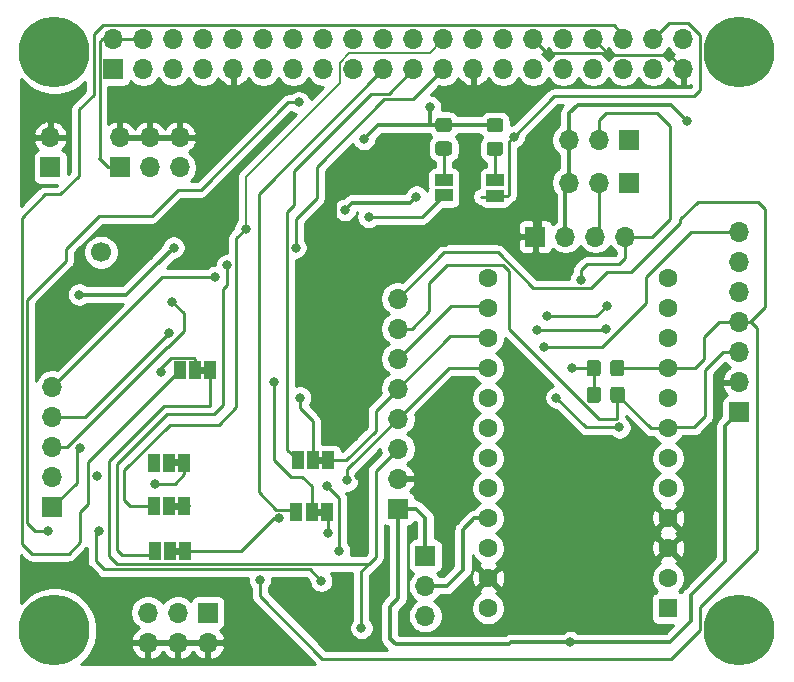
<source format=gbr>
%TF.GenerationSoftware,KiCad,Pcbnew,(5.1.10)-1*%
%TF.CreationDate,2022-02-24T11:14:30+08:00*%
%TF.ProjectId,hat,6861742e-6b69-4636-9164-5f7063625858,rev?*%
%TF.SameCoordinates,Original*%
%TF.FileFunction,Copper,L2,Bot*%
%TF.FilePolarity,Positive*%
%FSLAX46Y46*%
G04 Gerber Fmt 4.6, Leading zero omitted, Abs format (unit mm)*
G04 Created by KiCad (PCBNEW (5.1.10)-1) date 2022-02-24 11:14:30*
%MOMM*%
%LPD*%
G01*
G04 APERTURE LIST*
%TA.AperFunction,EtchedComponent*%
%ADD10C,0.100000*%
%TD*%
%TA.AperFunction,ComponentPad*%
%ADD11O,1.700000X1.700000*%
%TD*%
%TA.AperFunction,ComponentPad*%
%ADD12R,1.700000X1.700000*%
%TD*%
%TA.AperFunction,ComponentPad*%
%ADD13C,1.600000*%
%TD*%
%TA.AperFunction,ComponentPad*%
%ADD14R,1.600000X1.600000*%
%TD*%
%TA.AperFunction,SMDPad,CuDef*%
%ADD15R,1.500000X1.000000*%
%TD*%
%TA.AperFunction,SMDPad,CuDef*%
%ADD16R,1.000000X1.500000*%
%TD*%
%TA.AperFunction,ComponentPad*%
%ADD17C,1.700000*%
%TD*%
%TA.AperFunction,ComponentPad*%
%ADD18C,6.000000*%
%TD*%
%TA.AperFunction,ViaPad*%
%ADD19C,0.800000*%
%TD*%
%TA.AperFunction,Conductor*%
%ADD20C,0.250000*%
%TD*%
%TA.AperFunction,Conductor*%
%ADD21C,0.350000*%
%TD*%
%TA.AperFunction,Conductor*%
%ADD22C,0.200000*%
%TD*%
%TA.AperFunction,Conductor*%
%ADD23C,0.254000*%
%TD*%
%TA.AperFunction,Conductor*%
%ADD24C,0.100000*%
%TD*%
G04 APERTURE END LIST*
D10*
%TO.C,JP6*%
G36*
X136300000Y-94200000D02*
G01*
X135800000Y-94200000D01*
X135800000Y-94800000D01*
X136300000Y-94800000D01*
X136300000Y-94200000D01*
G37*
%TO.C,JP5*%
G36*
X134100000Y-102000000D02*
G01*
X133600000Y-102000000D01*
X133600000Y-102600000D01*
X134100000Y-102600000D01*
X134100000Y-102000000D01*
G37*
%TO.C,JP4*%
G36*
X134100000Y-105700000D02*
G01*
X133600000Y-105700000D01*
X133600000Y-106300000D01*
X134100000Y-106300000D01*
X134100000Y-105700000D01*
G37*
%TO.C,JP3*%
G36*
X146200000Y-106200000D02*
G01*
X145700000Y-106200000D01*
X145700000Y-106800000D01*
X146200000Y-106800000D01*
X146200000Y-106200000D01*
G37*
%TO.C,JP2*%
G36*
X146300000Y-101800000D02*
G01*
X145800000Y-101800000D01*
X145800000Y-102400000D01*
X146300000Y-102400000D01*
X146300000Y-101800000D01*
G37*
%TO.C,JP1*%
G36*
X134200000Y-109500000D02*
G01*
X133700000Y-109500000D01*
X133700000Y-110100000D01*
X134200000Y-110100000D01*
X134200000Y-109500000D01*
G37*
%TD*%
D11*
%TO.P,SPI_PORT1,7*%
%TO.N,/SCK_H*%
X181470000Y-82800000D03*
%TO.P,SPI_PORT1,6*%
%TO.N,/MOSI_H*%
X181470000Y-85340000D03*
%TO.P,SPI_PORT1,5*%
%TO.N,/MISO*%
X181470000Y-87880000D03*
%TO.P,SPI_PORT1,4*%
%TO.N,/RST_H*%
X181470000Y-90420000D03*
%TO.P,SPI_PORT1,3*%
%TO.N,/CS_H*%
X181470000Y-92960000D03*
%TO.P,SPI_PORT1,2*%
%TO.N,GND*%
X181470000Y-95500000D03*
D12*
%TO.P,SPI_PORT1,1*%
%TO.N,5V*%
X181470000Y-98040000D03*
%TD*%
D11*
%TO.P,J3,3*%
%TO.N,3.3V*%
X154900000Y-115280000D03*
%TO.P,J3,2*%
%TO.N,/MCU_VCC*%
X154900000Y-112740000D03*
D12*
%TO.P,J3,1*%
%TO.N,5V*%
X154900000Y-110200000D03*
%TD*%
D11*
%TO.P,J4,5*%
%TO.N,/DIO5*%
X123340000Y-95900000D03*
%TO.P,J4,4*%
%TO.N,/DIO4*%
X123340000Y-98440000D03*
%TO.P,J4,3*%
%TO.N,/DIO3*%
X123340000Y-100980000D03*
%TO.P,J4,2*%
%TO.N,/DIO2*%
X123340000Y-103520000D03*
D12*
%TO.P,J4,1*%
%TO.N,/DIO1*%
X123340000Y-106060000D03*
%TD*%
D13*
%TO.P,U4,24*%
%TO.N,Net-(U4-Pad24)*%
X160230000Y-114630000D03*
%TO.P,U4,23*%
%TO.N,GND*%
X160230000Y-112090000D03*
%TO.P,U4,22*%
%TO.N,Net-(SW1-Pad1)*%
X160230000Y-109550000D03*
%TO.P,U4,21*%
%TO.N,/MCU_VCC*%
X160230000Y-107010000D03*
%TO.P,U4,20*%
%TO.N,Net-(U4-Pad20)*%
X160230000Y-104470000D03*
%TO.P,U4,19*%
%TO.N,Net-(U4-Pad19)*%
X160230000Y-101930000D03*
%TO.P,U4,18*%
%TO.N,Net-(U4-Pad18)*%
X160230000Y-99390000D03*
%TO.P,U4,17*%
%TO.N,Net-(U4-Pad17)*%
X160230000Y-96850000D03*
%TO.P,U4,16*%
%TO.N,/SCK_H*%
X160230000Y-94310000D03*
%TO.P,U4,15*%
%TO.N,/MISO*%
X160230000Y-91770000D03*
%TO.P,U4,14*%
%TO.N,/MOSI_H*%
X160230000Y-89230000D03*
%TO.P,U4,13*%
%TO.N,Net-(U4-Pad13)*%
X160230000Y-86690000D03*
%TO.P,U4,12*%
%TO.N,Net-(U4-Pad12)*%
X175470000Y-86690000D03*
%TO.P,U4,11*%
%TO.N,Net-(U4-Pad11)*%
X175470000Y-89230000D03*
%TO.P,U4,10*%
%TO.N,/DIO0*%
X175470000Y-91770000D03*
%TO.P,U4,9*%
%TO.N,/RST_H*%
X175470000Y-94310000D03*
%TO.P,U4,8*%
%TO.N,Net-(U4-Pad8)*%
X175470000Y-96850000D03*
%TO.P,U4,7*%
%TO.N,/CS_H*%
X175470000Y-99390000D03*
%TO.P,U4,6*%
%TO.N,/MCU_SCL*%
X175470000Y-101930000D03*
%TO.P,U4,5*%
%TO.N,/MCU_SDA*%
X175470000Y-104470000D03*
%TO.P,U4,4*%
%TO.N,GND*%
X175470000Y-107010000D03*
%TO.P,U4,3*%
X175470000Y-109550000D03*
%TO.P,U4,2*%
%TO.N,Net-(U4-Pad2)*%
X175470000Y-112090000D03*
D14*
%TO.P,U4,1*%
%TO.N,Net-(U4-Pad1)*%
X175470000Y-114630000D03*
%TD*%
D11*
%TO.P,SDA_PU1,3*%
%TO.N,5V*%
X167060000Y-74980000D03*
%TO.P,SDA_PU1,2*%
%TO.N,/MCU_SDA*%
X169600000Y-74980000D03*
D12*
%TO.P,SDA_PU1,1*%
%TO.N,Net-(R5-Pad2)*%
X172140000Y-74980000D03*
%TD*%
D11*
%TO.P,SCL_PU1,3*%
%TO.N,5V*%
X167070000Y-78590000D03*
%TO.P,SCL_PU1,2*%
%TO.N,/MCU_SCL*%
X169610000Y-78590000D03*
D12*
%TO.P,SCL_PU1,1*%
%TO.N,Net-(R6-Pad2)*%
X172150000Y-78590000D03*
%TD*%
%TO.P,R10,2*%
%TO.N,Net-(JP8-Pad1)*%
%TA.AperFunction,SMDPad,CuDef*%
G36*
G01*
X160349999Y-75130000D02*
X161250001Y-75130000D01*
G75*
G02*
X161500000Y-75379999I0J-249999D01*
G01*
X161500000Y-76080001D01*
G75*
G02*
X161250001Y-76330000I-249999J0D01*
G01*
X160349999Y-76330000D01*
G75*
G02*
X160100000Y-76080001I0J249999D01*
G01*
X160100000Y-75379999D01*
G75*
G02*
X160349999Y-75130000I249999J0D01*
G01*
G37*
%TD.AperFunction*%
%TO.P,R10,1*%
%TO.N,3.3V*%
%TA.AperFunction,SMDPad,CuDef*%
G36*
G01*
X160349999Y-73130000D02*
X161250001Y-73130000D01*
G75*
G02*
X161500000Y-73379999I0J-249999D01*
G01*
X161500000Y-74080001D01*
G75*
G02*
X161250001Y-74330000I-249999J0D01*
G01*
X160349999Y-74330000D01*
G75*
G02*
X160100000Y-74080001I0J249999D01*
G01*
X160100000Y-73379999D01*
G75*
G02*
X160349999Y-73130000I249999J0D01*
G01*
G37*
%TD.AperFunction*%
%TD*%
%TO.P,R9,2*%
%TO.N,3.3V*%
%TA.AperFunction,SMDPad,CuDef*%
G36*
G01*
X156920001Y-74310000D02*
X156019999Y-74310000D01*
G75*
G02*
X155770000Y-74060001I0J249999D01*
G01*
X155770000Y-73359999D01*
G75*
G02*
X156019999Y-73110000I249999J0D01*
G01*
X156920001Y-73110000D01*
G75*
G02*
X157170000Y-73359999I0J-249999D01*
G01*
X157170000Y-74060001D01*
G75*
G02*
X156920001Y-74310000I-249999J0D01*
G01*
G37*
%TD.AperFunction*%
%TO.P,R9,1*%
%TO.N,Net-(JP7-Pad1)*%
%TA.AperFunction,SMDPad,CuDef*%
G36*
G01*
X156920001Y-76310000D02*
X156019999Y-76310000D01*
G75*
G02*
X155770000Y-76060001I0J249999D01*
G01*
X155770000Y-75359999D01*
G75*
G02*
X156019999Y-75110000I249999J0D01*
G01*
X156920001Y-75110000D01*
G75*
G02*
X157170000Y-75359999I0J-249999D01*
G01*
X157170000Y-76060001D01*
G75*
G02*
X156920001Y-76310000I-249999J0D01*
G01*
G37*
%TD.AperFunction*%
%TD*%
%TO.P,R8,2*%
%TO.N,/RST_H*%
%TA.AperFunction,SMDPad,CuDef*%
G36*
G01*
X170560000Y-94750001D02*
X170560000Y-93849999D01*
G75*
G02*
X170809999Y-93600000I249999J0D01*
G01*
X171510001Y-93600000D01*
G75*
G02*
X171760000Y-93849999I0J-249999D01*
G01*
X171760000Y-94750001D01*
G75*
G02*
X171510001Y-95000000I-249999J0D01*
G01*
X170809999Y-95000000D01*
G75*
G02*
X170560000Y-94750001I0J249999D01*
G01*
G37*
%TD.AperFunction*%
%TO.P,R8,1*%
%TO.N,5V*%
%TA.AperFunction,SMDPad,CuDef*%
G36*
G01*
X168560000Y-94750001D02*
X168560000Y-93849999D01*
G75*
G02*
X168809999Y-93600000I249999J0D01*
G01*
X169510001Y-93600000D01*
G75*
G02*
X169760000Y-93849999I0J-249999D01*
G01*
X169760000Y-94750001D01*
G75*
G02*
X169510001Y-95000000I-249999J0D01*
G01*
X168809999Y-95000000D01*
G75*
G02*
X168560000Y-94750001I0J249999D01*
G01*
G37*
%TD.AperFunction*%
%TD*%
%TO.P,R7,2*%
%TO.N,/CS_H*%
%TA.AperFunction,SMDPad,CuDef*%
G36*
G01*
X170580000Y-97010001D02*
X170580000Y-96109999D01*
G75*
G02*
X170829999Y-95860000I249999J0D01*
G01*
X171530001Y-95860000D01*
G75*
G02*
X171780000Y-96109999I0J-249999D01*
G01*
X171780000Y-97010001D01*
G75*
G02*
X171530001Y-97260000I-249999J0D01*
G01*
X170829999Y-97260000D01*
G75*
G02*
X170580000Y-97010001I0J249999D01*
G01*
G37*
%TD.AperFunction*%
%TO.P,R7,1*%
%TO.N,5V*%
%TA.AperFunction,SMDPad,CuDef*%
G36*
G01*
X168580000Y-97010001D02*
X168580000Y-96109999D01*
G75*
G02*
X168829999Y-95860000I249999J0D01*
G01*
X169530001Y-95860000D01*
G75*
G02*
X169780000Y-96109999I0J-249999D01*
G01*
X169780000Y-97010001D01*
G75*
G02*
X169530001Y-97260000I-249999J0D01*
G01*
X168829999Y-97260000D01*
G75*
G02*
X168580000Y-97010001I0J249999D01*
G01*
G37*
%TD.AperFunction*%
%TD*%
D15*
%TO.P,JP8,1*%
%TO.N,Net-(JP8-Pad1)*%
X160810000Y-78390000D03*
%TO.P,JP8,2*%
%TO.N,/PI_RST*%
X160810000Y-79690000D03*
%TD*%
%TO.P,JP7,1*%
%TO.N,Net-(JP7-Pad1)*%
X156470000Y-78380000D03*
%TO.P,JP7,2*%
%TO.N,/PI_CS*%
X156470000Y-79680000D03*
%TD*%
D16*
%TO.P,JP6,2*%
%TO.N,/RFM_DIO0*%
X135400000Y-94500000D03*
%TO.P,JP6,3*%
%TO.N,/PI_DIO0*%
X134100000Y-94500000D03*
%TO.P,JP6,1*%
%TO.N,/DIO0*%
X136700000Y-94500000D03*
%TD*%
%TO.P,JP5,2*%
%TO.N,/RFM_RST*%
X133200000Y-102300000D03*
%TO.P,JP5,3*%
%TO.N,/PI_RST*%
X131900000Y-102300000D03*
%TO.P,JP5,1*%
%TO.N,/RST_L*%
X134500000Y-102300000D03*
%TD*%
%TO.P,JP4,2*%
%TO.N,/RFM_CS*%
X133200000Y-106000000D03*
%TO.P,JP4,3*%
%TO.N,/PI_CS*%
X131900000Y-106000000D03*
%TO.P,JP4,1*%
%TO.N,/CS_L*%
X134500000Y-106000000D03*
%TD*%
%TO.P,JP3,2*%
%TO.N,/RFM_MOSI*%
X145300000Y-106500000D03*
%TO.P,JP3,3*%
%TO.N,/PI_MOSI*%
X144000000Y-106500000D03*
%TO.P,JP3,1*%
%TO.N,/MOSI_L*%
X146600000Y-106500000D03*
%TD*%
%TO.P,JP2,2*%
%TO.N,/RFM_MISO*%
X145400000Y-102100000D03*
%TO.P,JP2,3*%
%TO.N,/PI_MISO*%
X144100000Y-102100000D03*
%TO.P,JP2,1*%
%TO.N,/MISO*%
X146700000Y-102100000D03*
%TD*%
%TO.P,JP1,2*%
%TO.N,/RFM_SCK*%
X133300000Y-109800000D03*
%TO.P,JP1,3*%
%TO.N,/PI_SCK*%
X132000000Y-109800000D03*
%TO.P,JP1,1*%
%TO.N,/SCK_L*%
X134600000Y-109800000D03*
%TD*%
D11*
%TO.P,J7,6*%
%TO.N,GND*%
X131420000Y-117540000D03*
%TO.P,J7,5*%
%TO.N,3.3V*%
X131420000Y-115000000D03*
%TO.P,J7,4*%
%TO.N,GND*%
X133960000Y-117540000D03*
%TO.P,J7,3*%
%TO.N,3.3V*%
X133960000Y-115000000D03*
%TO.P,J7,2*%
%TO.N,GND*%
X136500000Y-117540000D03*
D12*
%TO.P,J7,1*%
%TO.N,3.3V*%
X136500000Y-115000000D03*
%TD*%
D11*
%TO.P,J6,6*%
%TO.N,GND*%
X134100000Y-74770000D03*
%TO.P,J6,5*%
%TO.N,5V*%
X134100000Y-77310000D03*
%TO.P,J6,4*%
%TO.N,GND*%
X131560000Y-74770000D03*
%TO.P,J6,3*%
%TO.N,5V*%
X131560000Y-77310000D03*
%TO.P,J6,2*%
%TO.N,GND*%
X129020000Y-74770000D03*
D12*
%TO.P,J6,1*%
%TO.N,5V*%
X129020000Y-77310000D03*
%TD*%
D17*
%TO.P,J2,1*%
%TO.N,Net-(J2-Pad1)*%
X127450000Y-84480000D03*
%TD*%
D11*
%TO.P,I2C_PORT1,4*%
%TO.N,/MCU_SDA*%
X171850000Y-83160000D03*
%TO.P,I2C_PORT1,3*%
%TO.N,/MCU_SCL*%
X169310000Y-83160000D03*
%TO.P,I2C_PORT1,2*%
%TO.N,5V*%
X166770000Y-83160000D03*
D12*
%TO.P,I2C_PORT1,1*%
%TO.N,GND*%
X164230000Y-83160000D03*
%TD*%
D11*
%TO.P,FAN1,2*%
%TO.N,GND*%
X123150000Y-74770000D03*
D12*
%TO.P,FAN1,1*%
%TO.N,5V*%
X123150000Y-77310000D03*
%TD*%
D18*
%TO.P,H3,*%
%TO.N,*%
X181500000Y-67500000D03*
%TD*%
%TO.P,H1,*%
%TO.N,*%
X123500000Y-116500000D03*
%TD*%
%TO.P,H2,*%
%TO.N,*%
X123500000Y-67500000D03*
%TD*%
%TO.P,H4,*%
%TO.N,*%
X181500000Y-116500000D03*
%TD*%
D11*
%TO.P,J1,40*%
%TO.N,/GPIO21*%
X176760000Y-66460000D03*
%TO.P,J1,39*%
%TO.N,GND*%
X176760000Y-69000000D03*
%TO.P,J1,38*%
%TO.N,/PI_RST*%
X174220000Y-66460000D03*
%TO.P,J1,37*%
%TO.N,/GPIO26*%
X174220000Y-69000000D03*
%TO.P,J1,36*%
%TO.N,/PI_DIO0*%
X171680000Y-66460000D03*
%TO.P,J1,35*%
%TO.N,/GPIO19*%
X171680000Y-69000000D03*
%TO.P,J1,34*%
%TO.N,GND*%
X169140000Y-66460000D03*
%TO.P,J1,33*%
%TO.N,/GPIO13*%
X169140000Y-69000000D03*
%TO.P,J1,32*%
%TO.N,/GPIO12*%
X166600000Y-66460000D03*
%TO.P,J1,31*%
%TO.N,/GPIO6*%
X166600000Y-69000000D03*
%TO.P,J1,30*%
%TO.N,GND*%
X164060000Y-66460000D03*
%TO.P,J1,29*%
%TO.N,/GPIO5*%
X164060000Y-69000000D03*
%TO.P,J1,28*%
%TO.N,/GPIO1*%
X161520000Y-66460000D03*
%TO.P,J1,27*%
%TO.N,/GPIO0*%
X161520000Y-69000000D03*
%TO.P,J1,26*%
%TO.N,/GPIO7*%
X158980000Y-66460000D03*
%TO.P,J1,25*%
%TO.N,GND*%
X158980000Y-69000000D03*
%TO.P,J1,24*%
%TO.N,/PI_CS*%
X156440000Y-66460000D03*
%TO.P,J1,23*%
%TO.N,/PI_SCK*%
X156440000Y-69000000D03*
%TO.P,J1,22*%
%TO.N,/GPIO25*%
X153900000Y-66460000D03*
%TO.P,J1,21*%
%TO.N,/PI_MISO*%
X153900000Y-69000000D03*
%TO.P,J1,20*%
%TO.N,GND*%
X151360000Y-66460000D03*
%TO.P,J1,19*%
%TO.N,/PI_MOSI*%
X151360000Y-69000000D03*
%TO.P,J1,18*%
%TO.N,/GPIO24*%
X148820000Y-66460000D03*
%TO.P,J1,17*%
%TO.N,Net-(J1-Pad17)*%
X148820000Y-69000000D03*
%TO.P,J1,16*%
%TO.N,/GPIO23*%
X146280000Y-66460000D03*
%TO.P,J1,15*%
%TO.N,/GPIO22*%
X146280000Y-69000000D03*
%TO.P,J1,14*%
%TO.N,GND*%
X143740000Y-66460000D03*
%TO.P,J1,13*%
%TO.N,/GPIO27*%
X143740000Y-69000000D03*
%TO.P,J1,12*%
%TO.N,/GPIO18*%
X141200000Y-66460000D03*
%TO.P,J1,11*%
%TO.N,/GPIO17*%
X141200000Y-69000000D03*
%TO.P,J1,10*%
%TO.N,/GPIO15*%
X138660000Y-66460000D03*
%TO.P,J1,9*%
%TO.N,GND*%
X138660000Y-69000000D03*
%TO.P,J1,8*%
%TO.N,/GPIO14*%
X136120000Y-66460000D03*
%TO.P,J1,7*%
%TO.N,/GPIO4*%
X136120000Y-69000000D03*
%TO.P,J1,6*%
%TO.N,GND*%
X133580000Y-66460000D03*
%TO.P,J1,5*%
%TO.N,/PI_SCL*%
X133580000Y-69000000D03*
%TO.P,J1,4*%
%TO.N,5V*%
X131040000Y-66460000D03*
%TO.P,J1,3*%
%TO.N,/PI_SDA*%
X131040000Y-69000000D03*
%TO.P,J1,2*%
%TO.N,5V*%
X128500000Y-66460000D03*
D12*
%TO.P,J1,1*%
%TO.N,Net-(J1-Pad1)*%
X128500000Y-69000000D03*
%TD*%
%TO.P,J5,1*%
%TO.N,5V*%
X152600000Y-106200000D03*
D11*
%TO.P,J5,2*%
%TO.N,GND*%
X152600000Y-103660000D03*
%TO.P,J5,3*%
%TO.N,/DIO0*%
X152600000Y-101120000D03*
%TO.P,J5,4*%
%TO.N,/SCK_H*%
X152600000Y-98580000D03*
%TO.P,J5,5*%
%TO.N,/MISO*%
X152600000Y-96040000D03*
%TO.P,J5,6*%
%TO.N,/MOSI_H*%
X152600000Y-93500000D03*
%TO.P,J5,7*%
%TO.N,/CS_H*%
X152600000Y-90960000D03*
%TO.P,J5,8*%
%TO.N,/RST_H*%
X152600000Y-88420000D03*
%TD*%
D19*
%TO.N,GND*%
X147300000Y-79400000D03*
X145430000Y-84540000D03*
X164600000Y-79600000D03*
X122260000Y-91360000D03*
X154600000Y-83900000D03*
X157400000Y-83200000D03*
X148900000Y-100100000D03*
X148145848Y-98645848D03*
X149300000Y-103400000D03*
X149200000Y-109700000D03*
X147300000Y-113100000D03*
X146000000Y-116200000D03*
%TO.N,3.3V*%
X125600000Y-88080000D03*
X133600000Y-84100000D03*
X149700000Y-74900000D03*
X155300000Y-72200000D03*
%TO.N,5V*%
X177100000Y-73400000D03*
X167300000Y-94300000D03*
X167200000Y-117500000D03*
X148100000Y-80900000D03*
X154150000Y-79770000D03*
%TO.N,/PI_SCK*%
X143925000Y-84100000D03*
X138100000Y-85600000D03*
%TO.N,/PI_SCL*%
X133580000Y-69000000D03*
%TO.N,/DIO3*%
X133480000Y-88660000D03*
%TO.N,/DIO4*%
X133230000Y-91310000D03*
%TO.N,/DIO0*%
X149500000Y-116300000D03*
%TO.N,/DIO1*%
X125670000Y-101100000D03*
%TO.N,/RFM_MISO*%
X144300000Y-96800000D03*
%TO.N,/RFM_MOSI*%
X142100000Y-95500000D03*
%TO.N,/RFM_SCK*%
X133300000Y-109800000D03*
%TO.N,/RFM_CS*%
X133200000Y-106000000D03*
%TO.N,/RFM_RST*%
X133200000Y-102300000D03*
%TO.N,/MCU_SDA*%
X168100000Y-86800000D03*
%TO.N,/MCU_SCL*%
X166000000Y-96800000D03*
X171350075Y-99324770D03*
%TO.N,/DIO5*%
X137100000Y-86600000D03*
%TO.N,/PI_RST*%
X127100000Y-103400000D03*
X131900000Y-102300000D03*
X123000000Y-108100000D03*
X144200000Y-71800000D03*
X162400000Y-74700000D03*
%TO.N,/PI_CS*%
X139700000Y-82500000D03*
X150100000Y-81500000D03*
%TO.N,/RST_H*%
X140900000Y-112200000D03*
%TO.N,/MOSI_H*%
X170300000Y-89000000D03*
X165200000Y-89900000D03*
%TO.N,/MISO*%
X164400000Y-91100000D03*
X170200000Y-91000000D03*
%TO.N,/SCK_H*%
X148300000Y-103800000D03*
X165000000Y-92500000D03*
%TO.N,/SCK_L*%
X142520571Y-106999999D03*
%TO.N,/MOSI_L*%
X146700000Y-108300000D03*
%TO.N,/CS_L*%
X134650001Y-106000000D03*
%TO.N,/RST_L*%
X146600000Y-104300000D03*
X147600000Y-109800000D03*
X146100000Y-112300000D03*
X127300000Y-108100000D03*
X132000000Y-104100000D03*
%TO.N,/RFM_DIO0*%
X132500000Y-94600000D03*
%TD*%
D20*
%TO.N,GND*%
X147300000Y-82670000D02*
X145430000Y-84540000D01*
X147300000Y-79400000D02*
X147300000Y-82670000D01*
X164600000Y-82790000D02*
X164230000Y-83160000D01*
X164600000Y-79600000D02*
X164600000Y-82790000D01*
X170504999Y-67824999D02*
X169140000Y-66460000D01*
X175584999Y-67824999D02*
X170504999Y-67824999D01*
X176760000Y-69000000D02*
X175584999Y-67824999D01*
X170315001Y-67635001D02*
X170504999Y-67824999D01*
X165235001Y-67635001D02*
X170315001Y-67635001D01*
X164060000Y-66460000D02*
X165235001Y-67635001D01*
X122260000Y-91360000D02*
X122260000Y-90040000D01*
X154600000Y-83900000D02*
X156600000Y-83900000D01*
X157300000Y-83200000D02*
X157400000Y-83200000D01*
X156600000Y-83900000D02*
X157300000Y-83200000D01*
X148900000Y-99400000D02*
X148145848Y-98645848D01*
X148900000Y-100100000D02*
X148900000Y-99400000D01*
X149300000Y-109600000D02*
X149200000Y-109700000D01*
X149300000Y-103400000D02*
X149300000Y-109600000D01*
X147300000Y-113100000D02*
X147300000Y-115100000D01*
X146200000Y-116200000D02*
X146000000Y-116200000D01*
X147300000Y-115100000D02*
X146200000Y-116200000D01*
D21*
%TO.N,3.3V*%
X129550000Y-88080000D02*
X125600000Y-88080000D01*
X131900000Y-85730000D02*
X129550000Y-88080000D01*
D20*
X131970000Y-85730000D02*
X131900000Y-85730000D01*
D21*
X133600000Y-84100000D02*
X131970000Y-85730000D01*
X149700000Y-74900000D02*
X150890000Y-73710000D01*
D20*
X155270000Y-72230000D02*
X155300000Y-72200000D01*
X159580000Y-73710000D02*
X159600000Y-73730000D01*
D21*
X155270000Y-73710000D02*
X159580000Y-73710000D01*
X150890000Y-73710000D02*
X155270000Y-73710000D01*
D20*
X155300000Y-73680000D02*
X155270000Y-73710000D01*
D21*
X155300000Y-72200000D02*
X155300000Y-73680000D01*
X159600000Y-73730000D02*
X160800000Y-73730000D01*
D20*
%TO.N,5V*%
X128500000Y-66460000D02*
X128490000Y-66450000D01*
X128500000Y-66460000D02*
X127540000Y-66460000D01*
X169180000Y-94320000D02*
X169160000Y-94300000D01*
X169180000Y-96560000D02*
X169180000Y-94320000D01*
X166770000Y-78890000D02*
X167070000Y-78590000D01*
D21*
X166770000Y-83160000D02*
X166770000Y-78890000D01*
D20*
X167070000Y-74990000D02*
X167060000Y-74980000D01*
D21*
X167070000Y-78590000D02*
X167070000Y-74990000D01*
D20*
X167300000Y-94300000D02*
X169160000Y-94300000D01*
X127324999Y-66675001D02*
X127324999Y-76624999D01*
X127540000Y-66460000D02*
X127324999Y-66675001D01*
X128010000Y-77310000D02*
X129020000Y-77310000D01*
D21*
X127324999Y-76624999D02*
X128010000Y-77310000D01*
X153620000Y-80300000D02*
X154150000Y-79770000D01*
X148700000Y-80300000D02*
X153620000Y-80300000D01*
X148100000Y-80900000D02*
X148700000Y-80300000D01*
D20*
X128500000Y-66460000D02*
X131040000Y-66460000D01*
D21*
X152600000Y-106200000D02*
X152600000Y-113800000D01*
X152400000Y-117700000D02*
X151900000Y-117200000D01*
X162000000Y-117700000D02*
X152400000Y-117700000D01*
X162200000Y-117500000D02*
X162000000Y-117700000D01*
X151900000Y-114500000D02*
X152550000Y-113850000D01*
X167200000Y-117500000D02*
X162200000Y-117500000D01*
D20*
X152550000Y-113850000D02*
X152500000Y-113900000D01*
D21*
X151900000Y-117200000D02*
X151900000Y-114500000D01*
D20*
X152600000Y-113800000D02*
X152550000Y-113850000D01*
D21*
X154900000Y-110200000D02*
X154900000Y-107000000D01*
X154100000Y-106200000D02*
X152600000Y-106200000D01*
X154900000Y-107000000D02*
X154100000Y-106200000D01*
X167060000Y-72740000D02*
X167060000Y-74980000D01*
X167800000Y-72000000D02*
X167060000Y-72740000D01*
X175700000Y-72000000D02*
X167800000Y-72000000D01*
X177100000Y-73400000D02*
X175700000Y-72000000D01*
X175600000Y-117500000D02*
X167200000Y-117500000D01*
X177400000Y-115700000D02*
X175600000Y-117500000D01*
X177400000Y-113500000D02*
X177400000Y-115700000D01*
X180270000Y-110630000D02*
X177400000Y-113500000D01*
X180270000Y-99240000D02*
X180270000Y-110630000D01*
X181470000Y-98040000D02*
X180270000Y-99240000D01*
D20*
%TO.N,/PI_SCK*%
X145700000Y-79926998D02*
X143925000Y-81701998D01*
X145700000Y-77300000D02*
X145700000Y-79926998D01*
X151449991Y-71550009D02*
X145700000Y-77300000D01*
X153889991Y-71550009D02*
X151449991Y-71550009D01*
X143925000Y-81701998D02*
X143925000Y-84100000D01*
X156440000Y-69000000D02*
X153889991Y-71550009D01*
X128800000Y-109700000D02*
X129200000Y-110100000D01*
X137000000Y-98200000D02*
X133000000Y-98200000D01*
X128800000Y-102400000D02*
X128800000Y-109700000D01*
X133000000Y-98200000D02*
X128800000Y-102400000D01*
X137800000Y-97400000D02*
X137000000Y-98200000D01*
X131700000Y-110100000D02*
X132000000Y-109800000D01*
X137800000Y-87600000D02*
X137800000Y-97400000D01*
X129200000Y-110100000D02*
X131700000Y-110100000D01*
X138100000Y-87300000D02*
X137800000Y-87600000D01*
X138100000Y-85600000D02*
X138100000Y-87300000D01*
%TO.N,/PI_MISO*%
X151800000Y-71100000D02*
X153900000Y-69000000D01*
X150300000Y-71100000D02*
X151800000Y-71100000D01*
X143800000Y-77600000D02*
X150300000Y-71100000D01*
X143800000Y-80500000D02*
X143800000Y-77600000D01*
X143200000Y-81100000D02*
X143800000Y-80500000D01*
X143200000Y-101200000D02*
X143200000Y-81100000D01*
X144100000Y-102100000D02*
X143200000Y-101200000D01*
%TO.N,/PI_MOSI*%
X140800000Y-79560000D02*
X151360000Y-69000000D01*
X142274999Y-106274999D02*
X140800000Y-104800000D01*
X143774999Y-106274999D02*
X142274999Y-106274999D01*
X144000000Y-106500000D02*
X143774999Y-106274999D01*
X140800000Y-104800000D02*
X140800000Y-79560000D01*
%TO.N,/DIO3*%
X134470000Y-89650000D02*
X133480000Y-88660000D01*
X134470000Y-91143002D02*
X134470000Y-89650000D01*
X133022081Y-92500000D02*
X133113002Y-92500000D01*
X133113002Y-92500000D02*
X134470000Y-91143002D01*
X124542081Y-100980000D02*
X133022081Y-92500000D01*
X123340000Y-100980000D02*
X124542081Y-100980000D01*
%TO.N,/DIO4*%
X123340000Y-98440000D02*
X124660000Y-98440000D01*
X126100000Y-98440000D02*
X133230000Y-91310000D01*
X124660000Y-98440000D02*
X126100000Y-98440000D01*
%TO.N,/DIO0*%
X136700000Y-94500000D02*
X136700000Y-97500000D01*
X136700000Y-97500000D02*
X132800000Y-97500000D01*
X132800000Y-97500000D02*
X128100000Y-102200000D01*
X128100000Y-102200000D02*
X128100000Y-110200000D01*
X128775001Y-110875001D02*
X150124999Y-110875001D01*
X128100000Y-110200000D02*
X128775001Y-110875001D01*
X150124999Y-110875001D02*
X150700000Y-110300000D01*
X150700000Y-103020000D02*
X152600000Y-101120000D01*
X150700000Y-110300000D02*
X150700000Y-103020000D01*
X149500000Y-111500000D02*
X150124999Y-110875001D01*
X149500000Y-116300000D02*
X149500000Y-111500000D01*
%TO.N,/DIO1*%
X123340000Y-106060000D02*
X125390000Y-104010000D01*
X125390000Y-101380000D02*
X125670000Y-101100000D01*
X125390000Y-104010000D02*
X125390000Y-101380000D01*
%TO.N,/RFM_MISO*%
X145400000Y-102100000D02*
X145400000Y-100000000D01*
X145400000Y-100000000D02*
X145400000Y-98800000D01*
X144300000Y-97700000D02*
X144300000Y-96800000D01*
X145400000Y-98800000D02*
X144300000Y-97700000D01*
%TO.N,/RFM_MOSI*%
X145300000Y-106500000D02*
X145300000Y-105335002D01*
X145300000Y-105335002D02*
X145300000Y-104300000D01*
X145300000Y-104300000D02*
X144500000Y-103500000D01*
X144500000Y-103500000D02*
X143500000Y-103500000D01*
X143500000Y-103500000D02*
X143274999Y-103274999D01*
X142100000Y-102100000D02*
X142100000Y-95500000D01*
X143274999Y-103274999D02*
X142100000Y-102100000D01*
%TO.N,/RFM_SCK*%
X133400000Y-109700000D02*
X133300000Y-109800000D01*
%TO.N,/RFM_RST*%
X133300000Y-102200000D02*
X133200000Y-102300000D01*
X133400000Y-102100000D02*
X133200000Y-102300000D01*
%TO.N,/MCU_SDA*%
X171850000Y-83160000D02*
X174070000Y-83160000D01*
X175584999Y-81645001D02*
X175584999Y-73774999D01*
X174070000Y-83160000D02*
X175584999Y-81645001D01*
X175584999Y-73774999D02*
X174500000Y-72690000D01*
X174500000Y-72690000D02*
X170230000Y-72690000D01*
X169600000Y-73320000D02*
X169600000Y-74980000D01*
X170230000Y-72690000D02*
X169600000Y-73320000D01*
X168100000Y-86800000D02*
X168100000Y-86000000D01*
X168100000Y-86000000D02*
X168600000Y-85500000D01*
X168600000Y-85500000D02*
X171300000Y-85500000D01*
X171850000Y-84950000D02*
X171850000Y-83160000D01*
X171300000Y-85500000D02*
X171850000Y-84950000D01*
%TO.N,/MCU_SCL*%
X169610000Y-82860000D02*
X169310000Y-83160000D01*
X169610000Y-78590000D02*
X169610000Y-82860000D01*
X168524770Y-99324770D02*
X171350075Y-99324770D01*
X166000000Y-96800000D02*
X168524770Y-99324770D01*
%TO.N,/DIO5*%
X123340000Y-95900000D02*
X132640000Y-86600000D01*
X132640000Y-86600000D02*
X137100000Y-86600000D01*
%TO.N,/PI_RST*%
X174220000Y-66460000D02*
X175580000Y-65100000D01*
X178174999Y-66135997D02*
X178174999Y-70774999D01*
X177139002Y-65100000D02*
X178174999Y-66135997D01*
X175580000Y-65100000D02*
X177139002Y-65100000D01*
X178174999Y-70774999D02*
X177649998Y-71300000D01*
X177649998Y-71300000D02*
X165800000Y-71300000D01*
X160610000Y-79790000D02*
X159610000Y-79790000D01*
X121200000Y-107400000D02*
X121200000Y-89900000D01*
X121900000Y-108100000D02*
X121200000Y-107400000D01*
X123000000Y-108100000D02*
X121900000Y-108100000D01*
X121200000Y-89900000D02*
X121200000Y-88500000D01*
X121200000Y-88500000D02*
X124500000Y-85200000D01*
X124500000Y-85200000D02*
X124500000Y-84200000D01*
X124500000Y-84200000D02*
X127300000Y-81400000D01*
X131749002Y-81400000D02*
X133949002Y-79200000D01*
X127300000Y-81400000D02*
X131749002Y-81400000D01*
X133949002Y-79200000D02*
X135900000Y-79200000D01*
X143300000Y-71800000D02*
X144200000Y-71800000D01*
X135900000Y-79200000D02*
X143300000Y-71800000D01*
X165800000Y-71300000D02*
X162400000Y-74700000D01*
X162000000Y-75100000D02*
X162400000Y-74700000D01*
X162000000Y-79600000D02*
X162000000Y-75100000D01*
X161910000Y-79690000D02*
X162000000Y-79600000D01*
X160810000Y-79690000D02*
X161910000Y-79690000D01*
%TO.N,/PI_DIO0*%
X126374999Y-105825001D02*
X125700000Y-106500000D01*
X126374999Y-102225001D02*
X126374999Y-105825001D01*
X134100000Y-94500000D02*
X126374999Y-102225001D01*
X124700000Y-110000000D02*
X121600000Y-110000000D01*
X120749990Y-109149990D02*
X120749990Y-81550010D01*
X121600000Y-110000000D02*
X120749990Y-109149990D01*
X120749990Y-81550010D02*
X122700000Y-79600000D01*
X122700000Y-79600000D02*
X124000000Y-79600000D01*
X127615001Y-65284999D02*
X170884999Y-65284999D01*
X126874989Y-66025011D02*
X127615001Y-65284999D01*
X171680000Y-66080000D02*
X171680000Y-66460000D01*
X170884999Y-65284999D02*
X171680000Y-66080000D01*
X125700000Y-109000000D02*
X125700000Y-106500000D01*
X124700000Y-110000000D02*
X125700000Y-109000000D01*
X126825001Y-66574999D02*
X126825001Y-71174999D01*
X126874989Y-66525011D02*
X126825001Y-66574999D01*
X126874989Y-66025011D02*
X126874989Y-66525011D01*
X126825001Y-71174999D02*
X125600000Y-72400000D01*
X125600000Y-78000000D02*
X124000000Y-79600000D01*
X125600000Y-72400000D02*
X125600000Y-78000000D01*
D22*
%TO.N,/PI_CS*%
X155264999Y-67635001D02*
X156440000Y-66460000D01*
X148445997Y-67635001D02*
X155264999Y-67635001D01*
X147644999Y-68435999D02*
X148445997Y-67635001D01*
X147644999Y-70155001D02*
X147644999Y-68435999D01*
X139700000Y-78100000D02*
X147644999Y-70155001D01*
X139700000Y-82500000D02*
X139700000Y-78100000D01*
D20*
X154650000Y-81500000D02*
X156470000Y-79680000D01*
X150100000Y-81500000D02*
X154650000Y-81500000D01*
X138900000Y-83300000D02*
X139700000Y-82500000D01*
X137400000Y-99100000D02*
X138900000Y-97600000D01*
X138900000Y-97600000D02*
X138900000Y-83300000D01*
X133264998Y-99100000D02*
X137400000Y-99100000D01*
X129400000Y-102964998D02*
X133264998Y-99100000D01*
X129400000Y-105500000D02*
X129400000Y-102964998D01*
X129900000Y-106000000D02*
X129400000Y-105500000D01*
X131900000Y-106000000D02*
X129900000Y-106000000D01*
%TO.N,/RST_H*%
X175460000Y-94300000D02*
X175470000Y-94310000D01*
X171160000Y-94300000D02*
X175460000Y-94300000D01*
X178000000Y-80200000D02*
X183100000Y-80200000D01*
X176500000Y-81700000D02*
X178000000Y-80200000D01*
X176500000Y-82000000D02*
X176500000Y-81700000D01*
X170300000Y-86200000D02*
X172300000Y-86200000D01*
X172300000Y-86200000D02*
X176500000Y-82000000D01*
X168974999Y-87525001D02*
X170300000Y-86200000D01*
X183100000Y-80200000D02*
X183700000Y-80800000D01*
X164061411Y-87525001D02*
X168974999Y-87525001D01*
X161036410Y-84500000D02*
X164061411Y-87525001D01*
X156520000Y-84500000D02*
X161036410Y-84500000D01*
X152600000Y-88420000D02*
X156520000Y-84500000D01*
X181470000Y-90420000D02*
X179780000Y-90420000D01*
X179780000Y-90420000D02*
X178500000Y-91700000D01*
X178500000Y-93520000D02*
X177710000Y-94310000D01*
X178500000Y-91700000D02*
X178500000Y-93520000D01*
X175470000Y-94310000D02*
X177710000Y-94310000D01*
X183700000Y-89100000D02*
X183700000Y-80800000D01*
X182380000Y-90420000D02*
X183700000Y-89100000D01*
X182380000Y-90420000D02*
X181470000Y-90420000D01*
X182520000Y-90420000D02*
X182380000Y-90420000D01*
X183000000Y-90900000D02*
X182520000Y-90420000D01*
X183000000Y-109736410D02*
X183000000Y-90900000D01*
X178174999Y-114561411D02*
X183000000Y-109736410D01*
X178174999Y-116461411D02*
X178174999Y-114561411D01*
X175736410Y-118900000D02*
X178174999Y-116461411D01*
X146200000Y-118900000D02*
X175736410Y-118900000D01*
X140900000Y-113600000D02*
X146200000Y-118900000D01*
X140900000Y-112200000D02*
X140900000Y-113600000D01*
%TO.N,/CS_H*%
X175560000Y-99300000D02*
X175470000Y-99390000D01*
X177670000Y-99300000D02*
X175560000Y-99300000D01*
X174010000Y-99390000D02*
X171180000Y-96560000D01*
X175470000Y-99390000D02*
X174010000Y-99390000D01*
X171180000Y-96560000D02*
X171180000Y-98620000D01*
X169626810Y-98620000D02*
X162000000Y-90993190D01*
X171180000Y-98620000D02*
X169626810Y-98620000D01*
X162000000Y-90993190D02*
X162000000Y-86100000D01*
X161464999Y-85564999D02*
X156735001Y-85564999D01*
X162000000Y-86100000D02*
X161464999Y-85564999D01*
X156735001Y-85564999D02*
X155200000Y-87100000D01*
X155200000Y-87100000D02*
X155200000Y-89500000D01*
X153740000Y-90960000D02*
X152600000Y-90960000D01*
X155200000Y-89500000D02*
X153740000Y-90960000D01*
X181470000Y-92960000D02*
X180140000Y-92960000D01*
X180140000Y-92960000D02*
X178600000Y-94500000D01*
X178600000Y-98370000D02*
X177670000Y-99300000D01*
X178600000Y-94500000D02*
X178600000Y-98370000D01*
%TO.N,/MOSI_H*%
X152600000Y-93500000D02*
X157100000Y-89000000D01*
X160000000Y-89000000D02*
X160230000Y-89230000D01*
X157100000Y-89000000D02*
X160000000Y-89000000D01*
X169400000Y-89900000D02*
X165200000Y-89900000D01*
X170300000Y-89000000D02*
X169400000Y-89900000D01*
%TO.N,/MISO*%
X146700000Y-102100000D02*
X146700000Y-101600000D01*
X146700000Y-102100000D02*
X146700000Y-101940000D01*
X152600000Y-96040000D02*
X157040000Y-91600000D01*
X160060000Y-91600000D02*
X160230000Y-91770000D01*
X157040000Y-91600000D02*
X160060000Y-91600000D01*
X170100000Y-91100000D02*
X170200000Y-91000000D01*
X164400000Y-91100000D02*
X170100000Y-91100000D01*
X146700000Y-102100000D02*
X148200000Y-102100000D01*
X148200000Y-102100000D02*
X150700000Y-99600000D01*
X150700000Y-97940000D02*
X152600000Y-96040000D01*
X150700000Y-99600000D02*
X150700000Y-97940000D01*
%TO.N,/SCK_H*%
X148300000Y-102880000D02*
X148300000Y-103800000D01*
X152600000Y-98580000D02*
X148300000Y-102880000D01*
X152600000Y-98580000D02*
X156880000Y-94300000D01*
X160220000Y-94300000D02*
X160230000Y-94310000D01*
X156880000Y-94300000D02*
X160220000Y-94300000D01*
X177400000Y-82800000D02*
X181470000Y-82800000D01*
X173600000Y-86600000D02*
X177400000Y-82800000D01*
X173600000Y-88800000D02*
X173600000Y-86600000D01*
X169900000Y-92500000D02*
X173600000Y-88800000D01*
X165000000Y-92500000D02*
X169900000Y-92500000D01*
%TO.N,/SCK_L*%
X139300000Y-109800000D02*
X142100000Y-107000000D01*
X134600000Y-109800000D02*
X139300000Y-109800000D01*
X142520570Y-107000000D02*
X142520571Y-106999999D01*
X142100000Y-107000000D02*
X142520570Y-107000000D01*
%TO.N,/MOSI_L*%
X146700000Y-106600000D02*
X146600000Y-106500000D01*
X146700000Y-108300000D02*
X146700000Y-106600000D01*
%TO.N,/RST_L*%
X147600000Y-105300000D02*
X147600000Y-109800000D01*
X146600000Y-104300000D02*
X147600000Y-105300000D01*
X145125011Y-111325011D02*
X127725011Y-111325011D01*
X146100000Y-112300000D02*
X145125011Y-111325011D01*
X127725011Y-111325011D02*
X127000000Y-110600000D01*
X127000000Y-108400000D02*
X127300000Y-108100000D01*
X127000000Y-110600000D02*
X127000000Y-108400000D01*
X134500000Y-103300000D02*
X134500000Y-102300000D01*
X133700000Y-104100000D02*
X134500000Y-103300000D01*
X132000000Y-104100000D02*
X133700000Y-104100000D01*
%TO.N,/RFM_DIO0*%
X132500000Y-94264998D02*
X132500000Y-94600000D01*
X133339999Y-93424999D02*
X132500000Y-94264998D01*
X135324999Y-93424999D02*
X133339999Y-93424999D01*
X135400000Y-93500000D02*
X135324999Y-93424999D01*
X135400000Y-94500000D02*
X135400000Y-93500000D01*
%TO.N,Net-(JP7-Pad1)*%
X156470000Y-75710000D02*
X156470000Y-78380000D01*
%TO.N,Net-(JP8-Pad1)*%
X160800000Y-78380000D02*
X160810000Y-78390000D01*
X160800000Y-75730000D02*
X160800000Y-78380000D01*
D21*
%TO.N,/MCU_VCC*%
X158100000Y-111360000D02*
X158100000Y-107980000D01*
X159070000Y-107010000D02*
X160230000Y-107010000D01*
X158100000Y-107980000D02*
X159070000Y-107010000D01*
X156720000Y-112740000D02*
X158100000Y-111360000D01*
X154900000Y-112740000D02*
X156720000Y-112740000D01*
%TD*%
D23*
%TO.N,GND*%
X126240000Y-110562677D02*
X126236324Y-110600000D01*
X126240000Y-110637322D01*
X126240000Y-110637332D01*
X126250997Y-110748985D01*
X126285788Y-110863676D01*
X126294454Y-110892246D01*
X126365026Y-111024276D01*
X126397362Y-111063677D01*
X126459999Y-111140001D01*
X126489002Y-111163803D01*
X127161216Y-111836019D01*
X127185010Y-111865012D01*
X127214003Y-111888806D01*
X127214007Y-111888810D01*
X127237091Y-111907754D01*
X127300735Y-111959985D01*
X127432764Y-112030557D01*
X127576025Y-112074014D01*
X127687678Y-112085011D01*
X127687687Y-112085011D01*
X127725010Y-112088687D01*
X127762333Y-112085011D01*
X139867596Y-112085011D01*
X139865000Y-112098061D01*
X139865000Y-112301939D01*
X139904774Y-112501898D01*
X139982795Y-112690256D01*
X140096063Y-112859774D01*
X140140001Y-112903712D01*
X140140001Y-113562668D01*
X140136324Y-113600000D01*
X140140001Y-113637333D01*
X140150998Y-113748986D01*
X140164180Y-113792442D01*
X140194454Y-113892246D01*
X140265026Y-114024276D01*
X140327904Y-114100892D01*
X140360000Y-114140001D01*
X140388998Y-114163799D01*
X145565198Y-119340000D01*
X125792467Y-119340000D01*
X125817177Y-119323489D01*
X126323489Y-118817177D01*
X126721295Y-118221818D01*
X126855884Y-117896891D01*
X129978519Y-117896891D01*
X130075843Y-118171252D01*
X130224822Y-118421355D01*
X130419731Y-118637588D01*
X130653080Y-118811641D01*
X130915901Y-118936825D01*
X131063110Y-118981476D01*
X131293000Y-118860155D01*
X131293000Y-117667000D01*
X131547000Y-117667000D01*
X131547000Y-118860155D01*
X131776890Y-118981476D01*
X131924099Y-118936825D01*
X132186920Y-118811641D01*
X132420269Y-118637588D01*
X132615178Y-118421355D01*
X132690000Y-118295745D01*
X132764822Y-118421355D01*
X132959731Y-118637588D01*
X133193080Y-118811641D01*
X133455901Y-118936825D01*
X133603110Y-118981476D01*
X133833000Y-118860155D01*
X133833000Y-117667000D01*
X134087000Y-117667000D01*
X134087000Y-118860155D01*
X134316890Y-118981476D01*
X134464099Y-118936825D01*
X134726920Y-118811641D01*
X134960269Y-118637588D01*
X135155178Y-118421355D01*
X135230000Y-118295745D01*
X135304822Y-118421355D01*
X135499731Y-118637588D01*
X135733080Y-118811641D01*
X135995901Y-118936825D01*
X136143110Y-118981476D01*
X136373000Y-118860155D01*
X136373000Y-117667000D01*
X136627000Y-117667000D01*
X136627000Y-118860155D01*
X136856890Y-118981476D01*
X137004099Y-118936825D01*
X137266920Y-118811641D01*
X137500269Y-118637588D01*
X137695178Y-118421355D01*
X137844157Y-118171252D01*
X137941481Y-117896891D01*
X137820814Y-117667000D01*
X136627000Y-117667000D01*
X136373000Y-117667000D01*
X134087000Y-117667000D01*
X133833000Y-117667000D01*
X131547000Y-117667000D01*
X131293000Y-117667000D01*
X130099186Y-117667000D01*
X129978519Y-117896891D01*
X126855884Y-117896891D01*
X126995309Y-117560290D01*
X127135000Y-116858016D01*
X127135000Y-116141984D01*
X126995309Y-115439710D01*
X126752593Y-114853740D01*
X129935000Y-114853740D01*
X129935000Y-115146260D01*
X129992068Y-115433158D01*
X130104010Y-115703411D01*
X130266525Y-115946632D01*
X130473368Y-116153475D01*
X130649406Y-116271100D01*
X130419731Y-116442412D01*
X130224822Y-116658645D01*
X130075843Y-116908748D01*
X129978519Y-117183109D01*
X130099186Y-117413000D01*
X131293000Y-117413000D01*
X131293000Y-117393000D01*
X131547000Y-117393000D01*
X131547000Y-117413000D01*
X133833000Y-117413000D01*
X133833000Y-117393000D01*
X134087000Y-117393000D01*
X134087000Y-117413000D01*
X136373000Y-117413000D01*
X136373000Y-117393000D01*
X136627000Y-117393000D01*
X136627000Y-117413000D01*
X137820814Y-117413000D01*
X137941481Y-117183109D01*
X137844157Y-116908748D01*
X137695178Y-116658645D01*
X137518374Y-116462498D01*
X137594180Y-116439502D01*
X137704494Y-116380537D01*
X137801185Y-116301185D01*
X137880537Y-116204494D01*
X137939502Y-116094180D01*
X137975812Y-115974482D01*
X137988072Y-115850000D01*
X137988072Y-114150000D01*
X137975812Y-114025518D01*
X137939502Y-113905820D01*
X137880537Y-113795506D01*
X137801185Y-113698815D01*
X137704494Y-113619463D01*
X137594180Y-113560498D01*
X137474482Y-113524188D01*
X137350000Y-113511928D01*
X135650000Y-113511928D01*
X135525518Y-113524188D01*
X135405820Y-113560498D01*
X135295506Y-113619463D01*
X135198815Y-113698815D01*
X135119463Y-113795506D01*
X135060498Y-113905820D01*
X135038487Y-113978380D01*
X134906632Y-113846525D01*
X134663411Y-113684010D01*
X134393158Y-113572068D01*
X134106260Y-113515000D01*
X133813740Y-113515000D01*
X133526842Y-113572068D01*
X133256589Y-113684010D01*
X133013368Y-113846525D01*
X132806525Y-114053368D01*
X132690000Y-114227760D01*
X132573475Y-114053368D01*
X132366632Y-113846525D01*
X132123411Y-113684010D01*
X131853158Y-113572068D01*
X131566260Y-113515000D01*
X131273740Y-113515000D01*
X130986842Y-113572068D01*
X130716589Y-113684010D01*
X130473368Y-113846525D01*
X130266525Y-114053368D01*
X130104010Y-114296589D01*
X129992068Y-114566842D01*
X129935000Y-114853740D01*
X126752593Y-114853740D01*
X126721295Y-114778182D01*
X126323489Y-114182823D01*
X125817177Y-113676511D01*
X125221818Y-113278705D01*
X124560290Y-113004691D01*
X123858016Y-112865000D01*
X123141984Y-112865000D01*
X122439710Y-113004691D01*
X121778182Y-113278705D01*
X121182823Y-113676511D01*
X120676511Y-114182823D01*
X120660000Y-114207533D01*
X120660000Y-110134802D01*
X121036201Y-110511003D01*
X121059999Y-110540001D01*
X121175724Y-110634974D01*
X121307753Y-110705546D01*
X121451014Y-110749003D01*
X121562667Y-110760000D01*
X121562675Y-110760000D01*
X121600000Y-110763676D01*
X121637325Y-110760000D01*
X124662678Y-110760000D01*
X124700000Y-110763676D01*
X124737322Y-110760000D01*
X124737333Y-110760000D01*
X124848986Y-110749003D01*
X124992247Y-110705546D01*
X125124276Y-110634974D01*
X125240001Y-110540001D01*
X125263804Y-110510998D01*
X126211004Y-109563798D01*
X126240000Y-109540001D01*
X126240000Y-110562677D01*
%TA.AperFunction,Conductor*%
D24*
G36*
X126240000Y-110562677D02*
G01*
X126236324Y-110600000D01*
X126240000Y-110637322D01*
X126240000Y-110637332D01*
X126250997Y-110748985D01*
X126285788Y-110863676D01*
X126294454Y-110892246D01*
X126365026Y-111024276D01*
X126397362Y-111063677D01*
X126459999Y-111140001D01*
X126489002Y-111163803D01*
X127161216Y-111836019D01*
X127185010Y-111865012D01*
X127214003Y-111888806D01*
X127214007Y-111888810D01*
X127237091Y-111907754D01*
X127300735Y-111959985D01*
X127432764Y-112030557D01*
X127576025Y-112074014D01*
X127687678Y-112085011D01*
X127687687Y-112085011D01*
X127725010Y-112088687D01*
X127762333Y-112085011D01*
X139867596Y-112085011D01*
X139865000Y-112098061D01*
X139865000Y-112301939D01*
X139904774Y-112501898D01*
X139982795Y-112690256D01*
X140096063Y-112859774D01*
X140140001Y-112903712D01*
X140140001Y-113562668D01*
X140136324Y-113600000D01*
X140140001Y-113637333D01*
X140150998Y-113748986D01*
X140164180Y-113792442D01*
X140194454Y-113892246D01*
X140265026Y-114024276D01*
X140327904Y-114100892D01*
X140360000Y-114140001D01*
X140388998Y-114163799D01*
X145565198Y-119340000D01*
X125792467Y-119340000D01*
X125817177Y-119323489D01*
X126323489Y-118817177D01*
X126721295Y-118221818D01*
X126855884Y-117896891D01*
X129978519Y-117896891D01*
X130075843Y-118171252D01*
X130224822Y-118421355D01*
X130419731Y-118637588D01*
X130653080Y-118811641D01*
X130915901Y-118936825D01*
X131063110Y-118981476D01*
X131293000Y-118860155D01*
X131293000Y-117667000D01*
X131547000Y-117667000D01*
X131547000Y-118860155D01*
X131776890Y-118981476D01*
X131924099Y-118936825D01*
X132186920Y-118811641D01*
X132420269Y-118637588D01*
X132615178Y-118421355D01*
X132690000Y-118295745D01*
X132764822Y-118421355D01*
X132959731Y-118637588D01*
X133193080Y-118811641D01*
X133455901Y-118936825D01*
X133603110Y-118981476D01*
X133833000Y-118860155D01*
X133833000Y-117667000D01*
X134087000Y-117667000D01*
X134087000Y-118860155D01*
X134316890Y-118981476D01*
X134464099Y-118936825D01*
X134726920Y-118811641D01*
X134960269Y-118637588D01*
X135155178Y-118421355D01*
X135230000Y-118295745D01*
X135304822Y-118421355D01*
X135499731Y-118637588D01*
X135733080Y-118811641D01*
X135995901Y-118936825D01*
X136143110Y-118981476D01*
X136373000Y-118860155D01*
X136373000Y-117667000D01*
X136627000Y-117667000D01*
X136627000Y-118860155D01*
X136856890Y-118981476D01*
X137004099Y-118936825D01*
X137266920Y-118811641D01*
X137500269Y-118637588D01*
X137695178Y-118421355D01*
X137844157Y-118171252D01*
X137941481Y-117896891D01*
X137820814Y-117667000D01*
X136627000Y-117667000D01*
X136373000Y-117667000D01*
X134087000Y-117667000D01*
X133833000Y-117667000D01*
X131547000Y-117667000D01*
X131293000Y-117667000D01*
X130099186Y-117667000D01*
X129978519Y-117896891D01*
X126855884Y-117896891D01*
X126995309Y-117560290D01*
X127135000Y-116858016D01*
X127135000Y-116141984D01*
X126995309Y-115439710D01*
X126752593Y-114853740D01*
X129935000Y-114853740D01*
X129935000Y-115146260D01*
X129992068Y-115433158D01*
X130104010Y-115703411D01*
X130266525Y-115946632D01*
X130473368Y-116153475D01*
X130649406Y-116271100D01*
X130419731Y-116442412D01*
X130224822Y-116658645D01*
X130075843Y-116908748D01*
X129978519Y-117183109D01*
X130099186Y-117413000D01*
X131293000Y-117413000D01*
X131293000Y-117393000D01*
X131547000Y-117393000D01*
X131547000Y-117413000D01*
X133833000Y-117413000D01*
X133833000Y-117393000D01*
X134087000Y-117393000D01*
X134087000Y-117413000D01*
X136373000Y-117413000D01*
X136373000Y-117393000D01*
X136627000Y-117393000D01*
X136627000Y-117413000D01*
X137820814Y-117413000D01*
X137941481Y-117183109D01*
X137844157Y-116908748D01*
X137695178Y-116658645D01*
X137518374Y-116462498D01*
X137594180Y-116439502D01*
X137704494Y-116380537D01*
X137801185Y-116301185D01*
X137880537Y-116204494D01*
X137939502Y-116094180D01*
X137975812Y-115974482D01*
X137988072Y-115850000D01*
X137988072Y-114150000D01*
X137975812Y-114025518D01*
X137939502Y-113905820D01*
X137880537Y-113795506D01*
X137801185Y-113698815D01*
X137704494Y-113619463D01*
X137594180Y-113560498D01*
X137474482Y-113524188D01*
X137350000Y-113511928D01*
X135650000Y-113511928D01*
X135525518Y-113524188D01*
X135405820Y-113560498D01*
X135295506Y-113619463D01*
X135198815Y-113698815D01*
X135119463Y-113795506D01*
X135060498Y-113905820D01*
X135038487Y-113978380D01*
X134906632Y-113846525D01*
X134663411Y-113684010D01*
X134393158Y-113572068D01*
X134106260Y-113515000D01*
X133813740Y-113515000D01*
X133526842Y-113572068D01*
X133256589Y-113684010D01*
X133013368Y-113846525D01*
X132806525Y-114053368D01*
X132690000Y-114227760D01*
X132573475Y-114053368D01*
X132366632Y-113846525D01*
X132123411Y-113684010D01*
X131853158Y-113572068D01*
X131566260Y-113515000D01*
X131273740Y-113515000D01*
X130986842Y-113572068D01*
X130716589Y-113684010D01*
X130473368Y-113846525D01*
X130266525Y-114053368D01*
X130104010Y-114296589D01*
X129992068Y-114566842D01*
X129935000Y-114853740D01*
X126752593Y-114853740D01*
X126721295Y-114778182D01*
X126323489Y-114182823D01*
X125817177Y-113676511D01*
X125221818Y-113278705D01*
X124560290Y-113004691D01*
X123858016Y-112865000D01*
X123141984Y-112865000D01*
X122439710Y-113004691D01*
X121778182Y-113278705D01*
X121182823Y-113676511D01*
X120676511Y-114182823D01*
X120660000Y-114207533D01*
X120660000Y-110134802D01*
X121036201Y-110511003D01*
X121059999Y-110540001D01*
X121175724Y-110634974D01*
X121307753Y-110705546D01*
X121451014Y-110749003D01*
X121562667Y-110760000D01*
X121562675Y-110760000D01*
X121600000Y-110763676D01*
X121637325Y-110760000D01*
X124662678Y-110760000D01*
X124700000Y-110763676D01*
X124737322Y-110760000D01*
X124737333Y-110760000D01*
X124848986Y-110749003D01*
X124992247Y-110705546D01*
X125124276Y-110634974D01*
X125240001Y-110540001D01*
X125263804Y-110510998D01*
X126211004Y-109563798D01*
X126240000Y-109540001D01*
X126240000Y-110562677D01*
G37*
%TD.AperFunction*%
D23*
X151505820Y-107639502D02*
X151625518Y-107675812D01*
X151750000Y-107688072D01*
X151790000Y-107688072D01*
X151790001Y-113464486D01*
X151355383Y-113899105D01*
X151324473Y-113924472D01*
X151299108Y-113955380D01*
X151223251Y-114047811D01*
X151168631Y-114150000D01*
X151148038Y-114188527D01*
X151104101Y-114333368D01*
X151101721Y-114341213D01*
X151086081Y-114500000D01*
X151090001Y-114539798D01*
X151090000Y-117160212D01*
X151086081Y-117200000D01*
X151090000Y-117239788D01*
X151090000Y-117239790D01*
X151101720Y-117358787D01*
X151148037Y-117511472D01*
X151169392Y-117551425D01*
X151223251Y-117652189D01*
X151239692Y-117672222D01*
X151324472Y-117775528D01*
X151355388Y-117800900D01*
X151694488Y-118140000D01*
X146514802Y-118140000D01*
X141660000Y-113285199D01*
X141660000Y-112903711D01*
X141703937Y-112859774D01*
X141817205Y-112690256D01*
X141895226Y-112501898D01*
X141935000Y-112301939D01*
X141935000Y-112098061D01*
X141932404Y-112085011D01*
X144810210Y-112085011D01*
X145065000Y-112339801D01*
X145065000Y-112401939D01*
X145104774Y-112601898D01*
X145182795Y-112790256D01*
X145296063Y-112959774D01*
X145440226Y-113103937D01*
X145609744Y-113217205D01*
X145798102Y-113295226D01*
X145998061Y-113335000D01*
X146201939Y-113335000D01*
X146401898Y-113295226D01*
X146590256Y-113217205D01*
X146759774Y-113103937D01*
X146903937Y-112959774D01*
X147017205Y-112790256D01*
X147095226Y-112601898D01*
X147135000Y-112401939D01*
X147135000Y-112198061D01*
X147095226Y-111998102D01*
X147017205Y-111809744D01*
X146903937Y-111640226D01*
X146898712Y-111635001D01*
X148740001Y-111635001D01*
X148740000Y-115596289D01*
X148696063Y-115640226D01*
X148582795Y-115809744D01*
X148504774Y-115998102D01*
X148465000Y-116198061D01*
X148465000Y-116401939D01*
X148504774Y-116601898D01*
X148582795Y-116790256D01*
X148696063Y-116959774D01*
X148840226Y-117103937D01*
X149009744Y-117217205D01*
X149198102Y-117295226D01*
X149398061Y-117335000D01*
X149601939Y-117335000D01*
X149801898Y-117295226D01*
X149990256Y-117217205D01*
X150159774Y-117103937D01*
X150303937Y-116959774D01*
X150417205Y-116790256D01*
X150495226Y-116601898D01*
X150535000Y-116401939D01*
X150535000Y-116198061D01*
X150495226Y-115998102D01*
X150417205Y-115809744D01*
X150303937Y-115640226D01*
X150260000Y-115596289D01*
X150260000Y-111814801D01*
X150636002Y-111438800D01*
X150665000Y-111415002D01*
X150688802Y-111385999D01*
X151211004Y-110863798D01*
X151240001Y-110840001D01*
X151334974Y-110724276D01*
X151405546Y-110592247D01*
X151449003Y-110448986D01*
X151460000Y-110337333D01*
X151460000Y-110337324D01*
X151463676Y-110300001D01*
X151460000Y-110262678D01*
X151460000Y-107615010D01*
X151505820Y-107639502D01*
%TA.AperFunction,Conductor*%
D24*
G36*
X151505820Y-107639502D02*
G01*
X151625518Y-107675812D01*
X151750000Y-107688072D01*
X151790000Y-107688072D01*
X151790001Y-113464486D01*
X151355383Y-113899105D01*
X151324473Y-113924472D01*
X151299108Y-113955380D01*
X151223251Y-114047811D01*
X151168631Y-114150000D01*
X151148038Y-114188527D01*
X151104101Y-114333368D01*
X151101721Y-114341213D01*
X151086081Y-114500000D01*
X151090001Y-114539798D01*
X151090000Y-117160212D01*
X151086081Y-117200000D01*
X151090000Y-117239788D01*
X151090000Y-117239790D01*
X151101720Y-117358787D01*
X151148037Y-117511472D01*
X151169392Y-117551425D01*
X151223251Y-117652189D01*
X151239692Y-117672222D01*
X151324472Y-117775528D01*
X151355388Y-117800900D01*
X151694488Y-118140000D01*
X146514802Y-118140000D01*
X141660000Y-113285199D01*
X141660000Y-112903711D01*
X141703937Y-112859774D01*
X141817205Y-112690256D01*
X141895226Y-112501898D01*
X141935000Y-112301939D01*
X141935000Y-112098061D01*
X141932404Y-112085011D01*
X144810210Y-112085011D01*
X145065000Y-112339801D01*
X145065000Y-112401939D01*
X145104774Y-112601898D01*
X145182795Y-112790256D01*
X145296063Y-112959774D01*
X145440226Y-113103937D01*
X145609744Y-113217205D01*
X145798102Y-113295226D01*
X145998061Y-113335000D01*
X146201939Y-113335000D01*
X146401898Y-113295226D01*
X146590256Y-113217205D01*
X146759774Y-113103937D01*
X146903937Y-112959774D01*
X147017205Y-112790256D01*
X147095226Y-112601898D01*
X147135000Y-112401939D01*
X147135000Y-112198061D01*
X147095226Y-111998102D01*
X147017205Y-111809744D01*
X146903937Y-111640226D01*
X146898712Y-111635001D01*
X148740001Y-111635001D01*
X148740000Y-115596289D01*
X148696063Y-115640226D01*
X148582795Y-115809744D01*
X148504774Y-115998102D01*
X148465000Y-116198061D01*
X148465000Y-116401939D01*
X148504774Y-116601898D01*
X148582795Y-116790256D01*
X148696063Y-116959774D01*
X148840226Y-117103937D01*
X149009744Y-117217205D01*
X149198102Y-117295226D01*
X149398061Y-117335000D01*
X149601939Y-117335000D01*
X149801898Y-117295226D01*
X149990256Y-117217205D01*
X150159774Y-117103937D01*
X150303937Y-116959774D01*
X150417205Y-116790256D01*
X150495226Y-116601898D01*
X150535000Y-116401939D01*
X150535000Y-116198061D01*
X150495226Y-115998102D01*
X150417205Y-115809744D01*
X150303937Y-115640226D01*
X150260000Y-115596289D01*
X150260000Y-111814801D01*
X150636002Y-111438800D01*
X150665000Y-111415002D01*
X150688802Y-111385999D01*
X151211004Y-110863798D01*
X151240001Y-110840001D01*
X151334974Y-110724276D01*
X151405546Y-110592247D01*
X151449003Y-110448986D01*
X151460000Y-110337333D01*
X151460000Y-110337324D01*
X151463676Y-110300001D01*
X151460000Y-110262678D01*
X151460000Y-107615010D01*
X151505820Y-107639502D01*
G37*
%TD.AperFunction*%
D23*
X165730365Y-95798357D02*
X165698102Y-95804774D01*
X165509744Y-95882795D01*
X165340226Y-95996063D01*
X165196063Y-96140226D01*
X165082795Y-96309744D01*
X165004774Y-96498102D01*
X164965000Y-96698061D01*
X164965000Y-96901939D01*
X165004774Y-97101898D01*
X165082795Y-97290256D01*
X165196063Y-97459774D01*
X165340226Y-97603937D01*
X165509744Y-97717205D01*
X165698102Y-97795226D01*
X165898061Y-97835000D01*
X165960199Y-97835000D01*
X167960971Y-99835773D01*
X167984769Y-99864771D01*
X168013767Y-99888569D01*
X168100493Y-99959744D01*
X168186182Y-100005546D01*
X168232523Y-100030316D01*
X168375784Y-100073773D01*
X168487437Y-100084770D01*
X168487447Y-100084770D01*
X168524770Y-100088446D01*
X168562093Y-100084770D01*
X170646364Y-100084770D01*
X170690301Y-100128707D01*
X170859819Y-100241975D01*
X171048177Y-100319996D01*
X171248136Y-100359770D01*
X171452014Y-100359770D01*
X171651973Y-100319996D01*
X171840331Y-100241975D01*
X172009849Y-100128707D01*
X172154012Y-99984544D01*
X172267280Y-99815026D01*
X172345301Y-99626668D01*
X172385075Y-99426709D01*
X172385075Y-99222831D01*
X172345301Y-99022872D01*
X172267280Y-98834514D01*
X172154012Y-98664996D01*
X172009849Y-98520833D01*
X171940000Y-98474162D01*
X171940000Y-98394802D01*
X173446205Y-99901008D01*
X173469999Y-99930001D01*
X173498992Y-99953795D01*
X173498996Y-99953799D01*
X173562051Y-100005546D01*
X173585724Y-100024974D01*
X173717753Y-100095546D01*
X173861014Y-100139003D01*
X173972667Y-100150000D01*
X173972676Y-100150000D01*
X174009999Y-100153676D01*
X174047322Y-100150000D01*
X174251957Y-100150000D01*
X174355363Y-100304759D01*
X174555241Y-100504637D01*
X174787759Y-100660000D01*
X174555241Y-100815363D01*
X174355363Y-101015241D01*
X174198320Y-101250273D01*
X174090147Y-101511426D01*
X174035000Y-101788665D01*
X174035000Y-102071335D01*
X174090147Y-102348574D01*
X174198320Y-102609727D01*
X174355363Y-102844759D01*
X174555241Y-103044637D01*
X174787759Y-103200000D01*
X174555241Y-103355363D01*
X174355363Y-103555241D01*
X174198320Y-103790273D01*
X174090147Y-104051426D01*
X174035000Y-104328665D01*
X174035000Y-104611335D01*
X174090147Y-104888574D01*
X174198320Y-105149727D01*
X174355363Y-105384759D01*
X174555241Y-105584637D01*
X174789128Y-105740915D01*
X174728486Y-105773329D01*
X174656903Y-106017298D01*
X175470000Y-106830395D01*
X176283097Y-106017298D01*
X176211514Y-105773329D01*
X176147008Y-105742806D01*
X176149727Y-105741680D01*
X176384759Y-105584637D01*
X176584637Y-105384759D01*
X176741680Y-105149727D01*
X176849853Y-104888574D01*
X176905000Y-104611335D01*
X176905000Y-104328665D01*
X176849853Y-104051426D01*
X176741680Y-103790273D01*
X176584637Y-103555241D01*
X176384759Y-103355363D01*
X176152241Y-103200000D01*
X176384759Y-103044637D01*
X176584637Y-102844759D01*
X176741680Y-102609727D01*
X176849853Y-102348574D01*
X176905000Y-102071335D01*
X176905000Y-101788665D01*
X176849853Y-101511426D01*
X176741680Y-101250273D01*
X176584637Y-101015241D01*
X176384759Y-100815363D01*
X176152241Y-100660000D01*
X176384759Y-100504637D01*
X176584637Y-100304759D01*
X176741680Y-100069727D01*
X176745709Y-100060000D01*
X177632678Y-100060000D01*
X177670000Y-100063676D01*
X177707322Y-100060000D01*
X177707333Y-100060000D01*
X177818986Y-100049003D01*
X177962247Y-100005546D01*
X178094276Y-99934974D01*
X178210001Y-99840001D01*
X178233803Y-99810998D01*
X179111003Y-98933799D01*
X179140001Y-98910001D01*
X179234974Y-98794276D01*
X179305546Y-98662247D01*
X179349003Y-98518986D01*
X179360000Y-98407333D01*
X179363677Y-98370000D01*
X179360000Y-98332667D01*
X179360000Y-94814801D01*
X180297157Y-93877645D01*
X180316525Y-93906632D01*
X180523368Y-94113475D01*
X180705534Y-94235195D01*
X180588645Y-94304822D01*
X180372412Y-94499731D01*
X180198359Y-94733080D01*
X180073175Y-94995901D01*
X180028524Y-95143110D01*
X180149845Y-95373000D01*
X181343000Y-95373000D01*
X181343000Y-95353000D01*
X181597000Y-95353000D01*
X181597000Y-95373000D01*
X181617000Y-95373000D01*
X181617000Y-95627000D01*
X181597000Y-95627000D01*
X181597000Y-95647000D01*
X181343000Y-95647000D01*
X181343000Y-95627000D01*
X180149845Y-95627000D01*
X180028524Y-95856890D01*
X180073175Y-96004099D01*
X180198359Y-96266920D01*
X180372412Y-96500269D01*
X180456466Y-96576034D01*
X180375820Y-96600498D01*
X180265506Y-96659463D01*
X180168815Y-96738815D01*
X180089463Y-96835506D01*
X180030498Y-96945820D01*
X179994188Y-97065518D01*
X179981928Y-97190000D01*
X179981928Y-98382560D01*
X179725387Y-98639101D01*
X179694472Y-98664472D01*
X179632488Y-98740001D01*
X179593251Y-98787811D01*
X179553049Y-98863025D01*
X179518037Y-98928528D01*
X179471720Y-99081213D01*
X179461104Y-99189002D01*
X179456081Y-99240000D01*
X179460000Y-99279788D01*
X179460001Y-110294486D01*
X176855388Y-112899100D01*
X176824472Y-112924472D01*
X176759258Y-113003937D01*
X176723251Y-113047811D01*
X176704602Y-113082702D01*
X176648037Y-113188528D01*
X176615795Y-113294813D01*
X176514180Y-113240498D01*
X176394482Y-113204188D01*
X176386039Y-113203357D01*
X176584637Y-113004759D01*
X176741680Y-112769727D01*
X176849853Y-112508574D01*
X176905000Y-112231335D01*
X176905000Y-111948665D01*
X176849853Y-111671426D01*
X176741680Y-111410273D01*
X176584637Y-111175241D01*
X176384759Y-110975363D01*
X176150872Y-110819085D01*
X176211514Y-110786671D01*
X176283097Y-110542702D01*
X175470000Y-109729605D01*
X174656903Y-110542702D01*
X174728486Y-110786671D01*
X174792992Y-110817194D01*
X174790273Y-110818320D01*
X174555241Y-110975363D01*
X174355363Y-111175241D01*
X174198320Y-111410273D01*
X174090147Y-111671426D01*
X174035000Y-111948665D01*
X174035000Y-112231335D01*
X174090147Y-112508574D01*
X174198320Y-112769727D01*
X174355363Y-113004759D01*
X174553961Y-113203357D01*
X174545518Y-113204188D01*
X174425820Y-113240498D01*
X174315506Y-113299463D01*
X174218815Y-113378815D01*
X174139463Y-113475506D01*
X174080498Y-113585820D01*
X174044188Y-113705518D01*
X174031928Y-113830000D01*
X174031928Y-115430000D01*
X174044188Y-115554482D01*
X174080498Y-115674180D01*
X174139463Y-115784494D01*
X174218815Y-115881185D01*
X174315506Y-115960537D01*
X174425820Y-116019502D01*
X174545518Y-116055812D01*
X174670000Y-116068072D01*
X175886416Y-116068072D01*
X175264488Y-116690000D01*
X167850700Y-116690000D01*
X167690256Y-116582795D01*
X167501898Y-116504774D01*
X167301939Y-116465000D01*
X167098061Y-116465000D01*
X166898102Y-116504774D01*
X166709744Y-116582795D01*
X166549300Y-116690000D01*
X162239788Y-116690000D01*
X162200000Y-116686081D01*
X162160212Y-116690000D01*
X162160209Y-116690000D01*
X162041212Y-116701720D01*
X161888527Y-116748037D01*
X161747811Y-116823251D01*
X161666477Y-116890000D01*
X152735512Y-116890000D01*
X152710000Y-116864488D01*
X152710000Y-114835512D01*
X153144618Y-114400895D01*
X153175528Y-114375528D01*
X153276749Y-114252189D01*
X153351963Y-114111473D01*
X153398280Y-113958788D01*
X153410000Y-113839791D01*
X153410000Y-107688072D01*
X153450000Y-107688072D01*
X153574482Y-107675812D01*
X153694180Y-107639502D01*
X153804494Y-107580537D01*
X153901185Y-107501185D01*
X153980537Y-107404494D01*
X154039502Y-107294180D01*
X154041635Y-107287148D01*
X154090001Y-107335514D01*
X154090000Y-108711928D01*
X154050000Y-108711928D01*
X153925518Y-108724188D01*
X153805820Y-108760498D01*
X153695506Y-108819463D01*
X153598815Y-108898815D01*
X153519463Y-108995506D01*
X153460498Y-109105820D01*
X153424188Y-109225518D01*
X153411928Y-109350000D01*
X153411928Y-111050000D01*
X153424188Y-111174482D01*
X153460498Y-111294180D01*
X153519463Y-111404494D01*
X153598815Y-111501185D01*
X153695506Y-111580537D01*
X153805820Y-111639502D01*
X153878380Y-111661513D01*
X153746525Y-111793368D01*
X153584010Y-112036589D01*
X153472068Y-112306842D01*
X153415000Y-112593740D01*
X153415000Y-112886260D01*
X153472068Y-113173158D01*
X153584010Y-113443411D01*
X153746525Y-113686632D01*
X153953368Y-113893475D01*
X154127760Y-114010000D01*
X153953368Y-114126525D01*
X153746525Y-114333368D01*
X153584010Y-114576589D01*
X153472068Y-114846842D01*
X153415000Y-115133740D01*
X153415000Y-115426260D01*
X153472068Y-115713158D01*
X153584010Y-115983411D01*
X153746525Y-116226632D01*
X153953368Y-116433475D01*
X154196589Y-116595990D01*
X154466842Y-116707932D01*
X154753740Y-116765000D01*
X155046260Y-116765000D01*
X155333158Y-116707932D01*
X155603411Y-116595990D01*
X155846632Y-116433475D01*
X156053475Y-116226632D01*
X156215990Y-115983411D01*
X156327932Y-115713158D01*
X156385000Y-115426260D01*
X156385000Y-115133740D01*
X156327932Y-114846842D01*
X156215990Y-114576589D01*
X156157242Y-114488665D01*
X158795000Y-114488665D01*
X158795000Y-114771335D01*
X158850147Y-115048574D01*
X158958320Y-115309727D01*
X159115363Y-115544759D01*
X159315241Y-115744637D01*
X159550273Y-115901680D01*
X159811426Y-116009853D01*
X160088665Y-116065000D01*
X160371335Y-116065000D01*
X160648574Y-116009853D01*
X160909727Y-115901680D01*
X161144759Y-115744637D01*
X161344637Y-115544759D01*
X161501680Y-115309727D01*
X161609853Y-115048574D01*
X161665000Y-114771335D01*
X161665000Y-114488665D01*
X161609853Y-114211426D01*
X161501680Y-113950273D01*
X161344637Y-113715241D01*
X161144759Y-113515363D01*
X160910872Y-113359085D01*
X160971514Y-113326671D01*
X161043097Y-113082702D01*
X160230000Y-112269605D01*
X159416903Y-113082702D01*
X159488486Y-113326671D01*
X159552992Y-113357194D01*
X159550273Y-113358320D01*
X159315241Y-113515363D01*
X159115363Y-113715241D01*
X158958320Y-113950273D01*
X158850147Y-114211426D01*
X158795000Y-114488665D01*
X156157242Y-114488665D01*
X156053475Y-114333368D01*
X155846632Y-114126525D01*
X155672240Y-114010000D01*
X155846632Y-113893475D01*
X156053475Y-113686632D01*
X156144770Y-113550000D01*
X156680212Y-113550000D01*
X156720000Y-113553919D01*
X156759788Y-113550000D01*
X156759791Y-113550000D01*
X156878788Y-113538280D01*
X157031473Y-113491963D01*
X157172189Y-113416749D01*
X157295528Y-113315528D01*
X157320899Y-113284613D01*
X158644619Y-111960894D01*
X158675528Y-111935528D01*
X158776749Y-111812189D01*
X158849644Y-111675812D01*
X158851963Y-111671474D01*
X158872415Y-111604051D01*
X158803700Y-111878184D01*
X158789783Y-112160512D01*
X158831213Y-112440130D01*
X158926397Y-112706292D01*
X158993329Y-112831514D01*
X159237298Y-112903097D01*
X160050395Y-112090000D01*
X160409605Y-112090000D01*
X161222702Y-112903097D01*
X161466671Y-112831514D01*
X161587571Y-112576004D01*
X161656300Y-112301816D01*
X161670217Y-112019488D01*
X161628787Y-111739870D01*
X161533603Y-111473708D01*
X161466671Y-111348486D01*
X161222702Y-111276903D01*
X160409605Y-112090000D01*
X160050395Y-112090000D01*
X159237298Y-111276903D01*
X158993329Y-111348486D01*
X158872437Y-111603979D01*
X158879548Y-111580537D01*
X158898280Y-111518788D01*
X158910000Y-111399791D01*
X158910000Y-111399788D01*
X158913919Y-111360000D01*
X158910000Y-111320212D01*
X158910000Y-110113072D01*
X158958320Y-110229727D01*
X159115363Y-110464759D01*
X159315241Y-110664637D01*
X159549128Y-110820915D01*
X159488486Y-110853329D01*
X159416903Y-111097298D01*
X160230000Y-111910395D01*
X161043097Y-111097298D01*
X160971514Y-110853329D01*
X160907008Y-110822806D01*
X160909727Y-110821680D01*
X161144759Y-110664637D01*
X161344637Y-110464759D01*
X161501680Y-110229727D01*
X161609853Y-109968574D01*
X161665000Y-109691335D01*
X161665000Y-109620512D01*
X174029783Y-109620512D01*
X174071213Y-109900130D01*
X174166397Y-110166292D01*
X174233329Y-110291514D01*
X174477298Y-110363097D01*
X175290395Y-109550000D01*
X175649605Y-109550000D01*
X176462702Y-110363097D01*
X176706671Y-110291514D01*
X176827571Y-110036004D01*
X176896300Y-109761816D01*
X176910217Y-109479488D01*
X176868787Y-109199870D01*
X176773603Y-108933708D01*
X176706671Y-108808486D01*
X176462702Y-108736903D01*
X175649605Y-109550000D01*
X175290395Y-109550000D01*
X174477298Y-108736903D01*
X174233329Y-108808486D01*
X174112429Y-109063996D01*
X174043700Y-109338184D01*
X174029783Y-109620512D01*
X161665000Y-109620512D01*
X161665000Y-109408665D01*
X161609853Y-109131426D01*
X161501680Y-108870273D01*
X161344637Y-108635241D01*
X161144759Y-108435363D01*
X160912241Y-108280000D01*
X161144759Y-108124637D01*
X161266694Y-108002702D01*
X174656903Y-108002702D01*
X174728486Y-108246671D01*
X174794636Y-108277971D01*
X174728486Y-108313329D01*
X174656903Y-108557298D01*
X175470000Y-109370395D01*
X176283097Y-108557298D01*
X176211514Y-108313329D01*
X176145364Y-108282029D01*
X176211514Y-108246671D01*
X176283097Y-108002702D01*
X175470000Y-107189605D01*
X174656903Y-108002702D01*
X161266694Y-108002702D01*
X161344637Y-107924759D01*
X161501680Y-107689727D01*
X161609853Y-107428574D01*
X161665000Y-107151335D01*
X161665000Y-107080512D01*
X174029783Y-107080512D01*
X174071213Y-107360130D01*
X174166397Y-107626292D01*
X174233329Y-107751514D01*
X174477298Y-107823097D01*
X175290395Y-107010000D01*
X175649605Y-107010000D01*
X176462702Y-107823097D01*
X176706671Y-107751514D01*
X176827571Y-107496004D01*
X176896300Y-107221816D01*
X176910217Y-106939488D01*
X176868787Y-106659870D01*
X176773603Y-106393708D01*
X176706671Y-106268486D01*
X176462702Y-106196903D01*
X175649605Y-107010000D01*
X175290395Y-107010000D01*
X174477298Y-106196903D01*
X174233329Y-106268486D01*
X174112429Y-106523996D01*
X174043700Y-106798184D01*
X174029783Y-107080512D01*
X161665000Y-107080512D01*
X161665000Y-106868665D01*
X161609853Y-106591426D01*
X161501680Y-106330273D01*
X161344637Y-106095241D01*
X161144759Y-105895363D01*
X160912241Y-105740000D01*
X161144759Y-105584637D01*
X161344637Y-105384759D01*
X161501680Y-105149727D01*
X161609853Y-104888574D01*
X161665000Y-104611335D01*
X161665000Y-104328665D01*
X161609853Y-104051426D01*
X161501680Y-103790273D01*
X161344637Y-103555241D01*
X161144759Y-103355363D01*
X160912241Y-103200000D01*
X161144759Y-103044637D01*
X161344637Y-102844759D01*
X161501680Y-102609727D01*
X161609853Y-102348574D01*
X161665000Y-102071335D01*
X161665000Y-101788665D01*
X161609853Y-101511426D01*
X161501680Y-101250273D01*
X161344637Y-101015241D01*
X161144759Y-100815363D01*
X160912241Y-100660000D01*
X161144759Y-100504637D01*
X161344637Y-100304759D01*
X161501680Y-100069727D01*
X161609853Y-99808574D01*
X161665000Y-99531335D01*
X161665000Y-99248665D01*
X161609853Y-98971426D01*
X161501680Y-98710273D01*
X161344637Y-98475241D01*
X161144759Y-98275363D01*
X160912241Y-98120000D01*
X161144759Y-97964637D01*
X161344637Y-97764759D01*
X161501680Y-97529727D01*
X161609853Y-97268574D01*
X161665000Y-96991335D01*
X161665000Y-96708665D01*
X161609853Y-96431426D01*
X161501680Y-96170273D01*
X161344637Y-95935241D01*
X161144759Y-95735363D01*
X160912241Y-95580000D01*
X161144759Y-95424637D01*
X161344637Y-95224759D01*
X161501680Y-94989727D01*
X161609853Y-94728574D01*
X161665000Y-94451335D01*
X161665000Y-94168665D01*
X161609853Y-93891426D01*
X161501680Y-93630273D01*
X161344637Y-93395241D01*
X161144759Y-93195363D01*
X160912241Y-93040000D01*
X161144759Y-92884637D01*
X161344637Y-92684759D01*
X161501680Y-92449727D01*
X161609853Y-92188574D01*
X161665000Y-91911335D01*
X161665000Y-91732991D01*
X165730365Y-95798357D01*
%TA.AperFunction,Conductor*%
D24*
G36*
X165730365Y-95798357D02*
G01*
X165698102Y-95804774D01*
X165509744Y-95882795D01*
X165340226Y-95996063D01*
X165196063Y-96140226D01*
X165082795Y-96309744D01*
X165004774Y-96498102D01*
X164965000Y-96698061D01*
X164965000Y-96901939D01*
X165004774Y-97101898D01*
X165082795Y-97290256D01*
X165196063Y-97459774D01*
X165340226Y-97603937D01*
X165509744Y-97717205D01*
X165698102Y-97795226D01*
X165898061Y-97835000D01*
X165960199Y-97835000D01*
X167960971Y-99835773D01*
X167984769Y-99864771D01*
X168013767Y-99888569D01*
X168100493Y-99959744D01*
X168186182Y-100005546D01*
X168232523Y-100030316D01*
X168375784Y-100073773D01*
X168487437Y-100084770D01*
X168487447Y-100084770D01*
X168524770Y-100088446D01*
X168562093Y-100084770D01*
X170646364Y-100084770D01*
X170690301Y-100128707D01*
X170859819Y-100241975D01*
X171048177Y-100319996D01*
X171248136Y-100359770D01*
X171452014Y-100359770D01*
X171651973Y-100319996D01*
X171840331Y-100241975D01*
X172009849Y-100128707D01*
X172154012Y-99984544D01*
X172267280Y-99815026D01*
X172345301Y-99626668D01*
X172385075Y-99426709D01*
X172385075Y-99222831D01*
X172345301Y-99022872D01*
X172267280Y-98834514D01*
X172154012Y-98664996D01*
X172009849Y-98520833D01*
X171940000Y-98474162D01*
X171940000Y-98394802D01*
X173446205Y-99901008D01*
X173469999Y-99930001D01*
X173498992Y-99953795D01*
X173498996Y-99953799D01*
X173562051Y-100005546D01*
X173585724Y-100024974D01*
X173717753Y-100095546D01*
X173861014Y-100139003D01*
X173972667Y-100150000D01*
X173972676Y-100150000D01*
X174009999Y-100153676D01*
X174047322Y-100150000D01*
X174251957Y-100150000D01*
X174355363Y-100304759D01*
X174555241Y-100504637D01*
X174787759Y-100660000D01*
X174555241Y-100815363D01*
X174355363Y-101015241D01*
X174198320Y-101250273D01*
X174090147Y-101511426D01*
X174035000Y-101788665D01*
X174035000Y-102071335D01*
X174090147Y-102348574D01*
X174198320Y-102609727D01*
X174355363Y-102844759D01*
X174555241Y-103044637D01*
X174787759Y-103200000D01*
X174555241Y-103355363D01*
X174355363Y-103555241D01*
X174198320Y-103790273D01*
X174090147Y-104051426D01*
X174035000Y-104328665D01*
X174035000Y-104611335D01*
X174090147Y-104888574D01*
X174198320Y-105149727D01*
X174355363Y-105384759D01*
X174555241Y-105584637D01*
X174789128Y-105740915D01*
X174728486Y-105773329D01*
X174656903Y-106017298D01*
X175470000Y-106830395D01*
X176283097Y-106017298D01*
X176211514Y-105773329D01*
X176147008Y-105742806D01*
X176149727Y-105741680D01*
X176384759Y-105584637D01*
X176584637Y-105384759D01*
X176741680Y-105149727D01*
X176849853Y-104888574D01*
X176905000Y-104611335D01*
X176905000Y-104328665D01*
X176849853Y-104051426D01*
X176741680Y-103790273D01*
X176584637Y-103555241D01*
X176384759Y-103355363D01*
X176152241Y-103200000D01*
X176384759Y-103044637D01*
X176584637Y-102844759D01*
X176741680Y-102609727D01*
X176849853Y-102348574D01*
X176905000Y-102071335D01*
X176905000Y-101788665D01*
X176849853Y-101511426D01*
X176741680Y-101250273D01*
X176584637Y-101015241D01*
X176384759Y-100815363D01*
X176152241Y-100660000D01*
X176384759Y-100504637D01*
X176584637Y-100304759D01*
X176741680Y-100069727D01*
X176745709Y-100060000D01*
X177632678Y-100060000D01*
X177670000Y-100063676D01*
X177707322Y-100060000D01*
X177707333Y-100060000D01*
X177818986Y-100049003D01*
X177962247Y-100005546D01*
X178094276Y-99934974D01*
X178210001Y-99840001D01*
X178233803Y-99810998D01*
X179111003Y-98933799D01*
X179140001Y-98910001D01*
X179234974Y-98794276D01*
X179305546Y-98662247D01*
X179349003Y-98518986D01*
X179360000Y-98407333D01*
X179363677Y-98370000D01*
X179360000Y-98332667D01*
X179360000Y-94814801D01*
X180297157Y-93877645D01*
X180316525Y-93906632D01*
X180523368Y-94113475D01*
X180705534Y-94235195D01*
X180588645Y-94304822D01*
X180372412Y-94499731D01*
X180198359Y-94733080D01*
X180073175Y-94995901D01*
X180028524Y-95143110D01*
X180149845Y-95373000D01*
X181343000Y-95373000D01*
X181343000Y-95353000D01*
X181597000Y-95353000D01*
X181597000Y-95373000D01*
X181617000Y-95373000D01*
X181617000Y-95627000D01*
X181597000Y-95627000D01*
X181597000Y-95647000D01*
X181343000Y-95647000D01*
X181343000Y-95627000D01*
X180149845Y-95627000D01*
X180028524Y-95856890D01*
X180073175Y-96004099D01*
X180198359Y-96266920D01*
X180372412Y-96500269D01*
X180456466Y-96576034D01*
X180375820Y-96600498D01*
X180265506Y-96659463D01*
X180168815Y-96738815D01*
X180089463Y-96835506D01*
X180030498Y-96945820D01*
X179994188Y-97065518D01*
X179981928Y-97190000D01*
X179981928Y-98382560D01*
X179725387Y-98639101D01*
X179694472Y-98664472D01*
X179632488Y-98740001D01*
X179593251Y-98787811D01*
X179553049Y-98863025D01*
X179518037Y-98928528D01*
X179471720Y-99081213D01*
X179461104Y-99189002D01*
X179456081Y-99240000D01*
X179460000Y-99279788D01*
X179460001Y-110294486D01*
X176855388Y-112899100D01*
X176824472Y-112924472D01*
X176759258Y-113003937D01*
X176723251Y-113047811D01*
X176704602Y-113082702D01*
X176648037Y-113188528D01*
X176615795Y-113294813D01*
X176514180Y-113240498D01*
X176394482Y-113204188D01*
X176386039Y-113203357D01*
X176584637Y-113004759D01*
X176741680Y-112769727D01*
X176849853Y-112508574D01*
X176905000Y-112231335D01*
X176905000Y-111948665D01*
X176849853Y-111671426D01*
X176741680Y-111410273D01*
X176584637Y-111175241D01*
X176384759Y-110975363D01*
X176150872Y-110819085D01*
X176211514Y-110786671D01*
X176283097Y-110542702D01*
X175470000Y-109729605D01*
X174656903Y-110542702D01*
X174728486Y-110786671D01*
X174792992Y-110817194D01*
X174790273Y-110818320D01*
X174555241Y-110975363D01*
X174355363Y-111175241D01*
X174198320Y-111410273D01*
X174090147Y-111671426D01*
X174035000Y-111948665D01*
X174035000Y-112231335D01*
X174090147Y-112508574D01*
X174198320Y-112769727D01*
X174355363Y-113004759D01*
X174553961Y-113203357D01*
X174545518Y-113204188D01*
X174425820Y-113240498D01*
X174315506Y-113299463D01*
X174218815Y-113378815D01*
X174139463Y-113475506D01*
X174080498Y-113585820D01*
X174044188Y-113705518D01*
X174031928Y-113830000D01*
X174031928Y-115430000D01*
X174044188Y-115554482D01*
X174080498Y-115674180D01*
X174139463Y-115784494D01*
X174218815Y-115881185D01*
X174315506Y-115960537D01*
X174425820Y-116019502D01*
X174545518Y-116055812D01*
X174670000Y-116068072D01*
X175886416Y-116068072D01*
X175264488Y-116690000D01*
X167850700Y-116690000D01*
X167690256Y-116582795D01*
X167501898Y-116504774D01*
X167301939Y-116465000D01*
X167098061Y-116465000D01*
X166898102Y-116504774D01*
X166709744Y-116582795D01*
X166549300Y-116690000D01*
X162239788Y-116690000D01*
X162200000Y-116686081D01*
X162160212Y-116690000D01*
X162160209Y-116690000D01*
X162041212Y-116701720D01*
X161888527Y-116748037D01*
X161747811Y-116823251D01*
X161666477Y-116890000D01*
X152735512Y-116890000D01*
X152710000Y-116864488D01*
X152710000Y-114835512D01*
X153144618Y-114400895D01*
X153175528Y-114375528D01*
X153276749Y-114252189D01*
X153351963Y-114111473D01*
X153398280Y-113958788D01*
X153410000Y-113839791D01*
X153410000Y-107688072D01*
X153450000Y-107688072D01*
X153574482Y-107675812D01*
X153694180Y-107639502D01*
X153804494Y-107580537D01*
X153901185Y-107501185D01*
X153980537Y-107404494D01*
X154039502Y-107294180D01*
X154041635Y-107287148D01*
X154090001Y-107335514D01*
X154090000Y-108711928D01*
X154050000Y-108711928D01*
X153925518Y-108724188D01*
X153805820Y-108760498D01*
X153695506Y-108819463D01*
X153598815Y-108898815D01*
X153519463Y-108995506D01*
X153460498Y-109105820D01*
X153424188Y-109225518D01*
X153411928Y-109350000D01*
X153411928Y-111050000D01*
X153424188Y-111174482D01*
X153460498Y-111294180D01*
X153519463Y-111404494D01*
X153598815Y-111501185D01*
X153695506Y-111580537D01*
X153805820Y-111639502D01*
X153878380Y-111661513D01*
X153746525Y-111793368D01*
X153584010Y-112036589D01*
X153472068Y-112306842D01*
X153415000Y-112593740D01*
X153415000Y-112886260D01*
X153472068Y-113173158D01*
X153584010Y-113443411D01*
X153746525Y-113686632D01*
X153953368Y-113893475D01*
X154127760Y-114010000D01*
X153953368Y-114126525D01*
X153746525Y-114333368D01*
X153584010Y-114576589D01*
X153472068Y-114846842D01*
X153415000Y-115133740D01*
X153415000Y-115426260D01*
X153472068Y-115713158D01*
X153584010Y-115983411D01*
X153746525Y-116226632D01*
X153953368Y-116433475D01*
X154196589Y-116595990D01*
X154466842Y-116707932D01*
X154753740Y-116765000D01*
X155046260Y-116765000D01*
X155333158Y-116707932D01*
X155603411Y-116595990D01*
X155846632Y-116433475D01*
X156053475Y-116226632D01*
X156215990Y-115983411D01*
X156327932Y-115713158D01*
X156385000Y-115426260D01*
X156385000Y-115133740D01*
X156327932Y-114846842D01*
X156215990Y-114576589D01*
X156157242Y-114488665D01*
X158795000Y-114488665D01*
X158795000Y-114771335D01*
X158850147Y-115048574D01*
X158958320Y-115309727D01*
X159115363Y-115544759D01*
X159315241Y-115744637D01*
X159550273Y-115901680D01*
X159811426Y-116009853D01*
X160088665Y-116065000D01*
X160371335Y-116065000D01*
X160648574Y-116009853D01*
X160909727Y-115901680D01*
X161144759Y-115744637D01*
X161344637Y-115544759D01*
X161501680Y-115309727D01*
X161609853Y-115048574D01*
X161665000Y-114771335D01*
X161665000Y-114488665D01*
X161609853Y-114211426D01*
X161501680Y-113950273D01*
X161344637Y-113715241D01*
X161144759Y-113515363D01*
X160910872Y-113359085D01*
X160971514Y-113326671D01*
X161043097Y-113082702D01*
X160230000Y-112269605D01*
X159416903Y-113082702D01*
X159488486Y-113326671D01*
X159552992Y-113357194D01*
X159550273Y-113358320D01*
X159315241Y-113515363D01*
X159115363Y-113715241D01*
X158958320Y-113950273D01*
X158850147Y-114211426D01*
X158795000Y-114488665D01*
X156157242Y-114488665D01*
X156053475Y-114333368D01*
X155846632Y-114126525D01*
X155672240Y-114010000D01*
X155846632Y-113893475D01*
X156053475Y-113686632D01*
X156144770Y-113550000D01*
X156680212Y-113550000D01*
X156720000Y-113553919D01*
X156759788Y-113550000D01*
X156759791Y-113550000D01*
X156878788Y-113538280D01*
X157031473Y-113491963D01*
X157172189Y-113416749D01*
X157295528Y-113315528D01*
X157320899Y-113284613D01*
X158644619Y-111960894D01*
X158675528Y-111935528D01*
X158776749Y-111812189D01*
X158849644Y-111675812D01*
X158851963Y-111671474D01*
X158872415Y-111604051D01*
X158803700Y-111878184D01*
X158789783Y-112160512D01*
X158831213Y-112440130D01*
X158926397Y-112706292D01*
X158993329Y-112831514D01*
X159237298Y-112903097D01*
X160050395Y-112090000D01*
X160409605Y-112090000D01*
X161222702Y-112903097D01*
X161466671Y-112831514D01*
X161587571Y-112576004D01*
X161656300Y-112301816D01*
X161670217Y-112019488D01*
X161628787Y-111739870D01*
X161533603Y-111473708D01*
X161466671Y-111348486D01*
X161222702Y-111276903D01*
X160409605Y-112090000D01*
X160050395Y-112090000D01*
X159237298Y-111276903D01*
X158993329Y-111348486D01*
X158872437Y-111603979D01*
X158879548Y-111580537D01*
X158898280Y-111518788D01*
X158910000Y-111399791D01*
X158910000Y-111399788D01*
X158913919Y-111360000D01*
X158910000Y-111320212D01*
X158910000Y-110113072D01*
X158958320Y-110229727D01*
X159115363Y-110464759D01*
X159315241Y-110664637D01*
X159549128Y-110820915D01*
X159488486Y-110853329D01*
X159416903Y-111097298D01*
X160230000Y-111910395D01*
X161043097Y-111097298D01*
X160971514Y-110853329D01*
X160907008Y-110822806D01*
X160909727Y-110821680D01*
X161144759Y-110664637D01*
X161344637Y-110464759D01*
X161501680Y-110229727D01*
X161609853Y-109968574D01*
X161665000Y-109691335D01*
X161665000Y-109620512D01*
X174029783Y-109620512D01*
X174071213Y-109900130D01*
X174166397Y-110166292D01*
X174233329Y-110291514D01*
X174477298Y-110363097D01*
X175290395Y-109550000D01*
X175649605Y-109550000D01*
X176462702Y-110363097D01*
X176706671Y-110291514D01*
X176827571Y-110036004D01*
X176896300Y-109761816D01*
X176910217Y-109479488D01*
X176868787Y-109199870D01*
X176773603Y-108933708D01*
X176706671Y-108808486D01*
X176462702Y-108736903D01*
X175649605Y-109550000D01*
X175290395Y-109550000D01*
X174477298Y-108736903D01*
X174233329Y-108808486D01*
X174112429Y-109063996D01*
X174043700Y-109338184D01*
X174029783Y-109620512D01*
X161665000Y-109620512D01*
X161665000Y-109408665D01*
X161609853Y-109131426D01*
X161501680Y-108870273D01*
X161344637Y-108635241D01*
X161144759Y-108435363D01*
X160912241Y-108280000D01*
X161144759Y-108124637D01*
X161266694Y-108002702D01*
X174656903Y-108002702D01*
X174728486Y-108246671D01*
X174794636Y-108277971D01*
X174728486Y-108313329D01*
X174656903Y-108557298D01*
X175470000Y-109370395D01*
X176283097Y-108557298D01*
X176211514Y-108313329D01*
X176145364Y-108282029D01*
X176211514Y-108246671D01*
X176283097Y-108002702D01*
X175470000Y-107189605D01*
X174656903Y-108002702D01*
X161266694Y-108002702D01*
X161344637Y-107924759D01*
X161501680Y-107689727D01*
X161609853Y-107428574D01*
X161665000Y-107151335D01*
X161665000Y-107080512D01*
X174029783Y-107080512D01*
X174071213Y-107360130D01*
X174166397Y-107626292D01*
X174233329Y-107751514D01*
X174477298Y-107823097D01*
X175290395Y-107010000D01*
X175649605Y-107010000D01*
X176462702Y-107823097D01*
X176706671Y-107751514D01*
X176827571Y-107496004D01*
X176896300Y-107221816D01*
X176910217Y-106939488D01*
X176868787Y-106659870D01*
X176773603Y-106393708D01*
X176706671Y-106268486D01*
X176462702Y-106196903D01*
X175649605Y-107010000D01*
X175290395Y-107010000D01*
X174477298Y-106196903D01*
X174233329Y-106268486D01*
X174112429Y-106523996D01*
X174043700Y-106798184D01*
X174029783Y-107080512D01*
X161665000Y-107080512D01*
X161665000Y-106868665D01*
X161609853Y-106591426D01*
X161501680Y-106330273D01*
X161344637Y-106095241D01*
X161144759Y-105895363D01*
X160912241Y-105740000D01*
X161144759Y-105584637D01*
X161344637Y-105384759D01*
X161501680Y-105149727D01*
X161609853Y-104888574D01*
X161665000Y-104611335D01*
X161665000Y-104328665D01*
X161609853Y-104051426D01*
X161501680Y-103790273D01*
X161344637Y-103555241D01*
X161144759Y-103355363D01*
X160912241Y-103200000D01*
X161144759Y-103044637D01*
X161344637Y-102844759D01*
X161501680Y-102609727D01*
X161609853Y-102348574D01*
X161665000Y-102071335D01*
X161665000Y-101788665D01*
X161609853Y-101511426D01*
X161501680Y-101250273D01*
X161344637Y-101015241D01*
X161144759Y-100815363D01*
X160912241Y-100660000D01*
X161144759Y-100504637D01*
X161344637Y-100304759D01*
X161501680Y-100069727D01*
X161609853Y-99808574D01*
X161665000Y-99531335D01*
X161665000Y-99248665D01*
X161609853Y-98971426D01*
X161501680Y-98710273D01*
X161344637Y-98475241D01*
X161144759Y-98275363D01*
X160912241Y-98120000D01*
X161144759Y-97964637D01*
X161344637Y-97764759D01*
X161501680Y-97529727D01*
X161609853Y-97268574D01*
X161665000Y-96991335D01*
X161665000Y-96708665D01*
X161609853Y-96431426D01*
X161501680Y-96170273D01*
X161344637Y-95935241D01*
X161144759Y-95735363D01*
X160912241Y-95580000D01*
X161144759Y-95424637D01*
X161344637Y-95224759D01*
X161501680Y-94989727D01*
X161609853Y-94728574D01*
X161665000Y-94451335D01*
X161665000Y-94168665D01*
X161609853Y-93891426D01*
X161501680Y-93630273D01*
X161344637Y-93395241D01*
X161144759Y-93195363D01*
X160912241Y-93040000D01*
X161144759Y-92884637D01*
X161344637Y-92684759D01*
X161501680Y-92449727D01*
X161609853Y-92188574D01*
X161665000Y-91911335D01*
X161665000Y-91732991D01*
X165730365Y-95798357D01*
G37*
%TD.AperFunction*%
D23*
X159115363Y-95224759D02*
X159315241Y-95424637D01*
X159547759Y-95580000D01*
X159315241Y-95735363D01*
X159115363Y-95935241D01*
X158958320Y-96170273D01*
X158850147Y-96431426D01*
X158795000Y-96708665D01*
X158795000Y-96991335D01*
X158850147Y-97268574D01*
X158958320Y-97529727D01*
X159115363Y-97764759D01*
X159315241Y-97964637D01*
X159547759Y-98120000D01*
X159315241Y-98275363D01*
X159115363Y-98475241D01*
X158958320Y-98710273D01*
X158850147Y-98971426D01*
X158795000Y-99248665D01*
X158795000Y-99531335D01*
X158850147Y-99808574D01*
X158958320Y-100069727D01*
X159115363Y-100304759D01*
X159315241Y-100504637D01*
X159547759Y-100660000D01*
X159315241Y-100815363D01*
X159115363Y-101015241D01*
X158958320Y-101250273D01*
X158850147Y-101511426D01*
X158795000Y-101788665D01*
X158795000Y-102071335D01*
X158850147Y-102348574D01*
X158958320Y-102609727D01*
X159115363Y-102844759D01*
X159315241Y-103044637D01*
X159547759Y-103200000D01*
X159315241Y-103355363D01*
X159115363Y-103555241D01*
X158958320Y-103790273D01*
X158850147Y-104051426D01*
X158795000Y-104328665D01*
X158795000Y-104611335D01*
X158850147Y-104888574D01*
X158958320Y-105149727D01*
X159115363Y-105384759D01*
X159315241Y-105584637D01*
X159547759Y-105740000D01*
X159315241Y-105895363D01*
X159115363Y-106095241D01*
X159046433Y-106198402D01*
X159030211Y-106200000D01*
X159030209Y-106200000D01*
X158911212Y-106211720D01*
X158758527Y-106258037D01*
X158704178Y-106287087D01*
X158617810Y-106333251D01*
X158562210Y-106378881D01*
X158494472Y-106434472D01*
X158469105Y-106465382D01*
X157555383Y-107379105D01*
X157524473Y-107404472D01*
X157485313Y-107452189D01*
X157423251Y-107527811D01*
X157384189Y-107600893D01*
X157348038Y-107668527D01*
X157303934Y-107813919D01*
X157301721Y-107821213D01*
X157286081Y-107980000D01*
X157290001Y-108019798D01*
X157290000Y-111024487D01*
X156384488Y-111930000D01*
X156144770Y-111930000D01*
X156053475Y-111793368D01*
X155921620Y-111661513D01*
X155994180Y-111639502D01*
X156104494Y-111580537D01*
X156201185Y-111501185D01*
X156280537Y-111404494D01*
X156339502Y-111294180D01*
X156375812Y-111174482D01*
X156388072Y-111050000D01*
X156388072Y-109350000D01*
X156375812Y-109225518D01*
X156339502Y-109105820D01*
X156280537Y-108995506D01*
X156201185Y-108898815D01*
X156104494Y-108819463D01*
X155994180Y-108760498D01*
X155874482Y-108724188D01*
X155750000Y-108711928D01*
X155710000Y-108711928D01*
X155710000Y-107039788D01*
X155713919Y-107000000D01*
X155707517Y-106935000D01*
X155698280Y-106841212D01*
X155651963Y-106688527D01*
X155591669Y-106575724D01*
X155576749Y-106547810D01*
X155524214Y-106483796D01*
X155475528Y-106424472D01*
X155444618Y-106399105D01*
X154700899Y-105655387D01*
X154675528Y-105624472D01*
X154552189Y-105523251D01*
X154411473Y-105448037D01*
X154258788Y-105401720D01*
X154139791Y-105390000D01*
X154139788Y-105390000D01*
X154100000Y-105386081D01*
X154088072Y-105387256D01*
X154088072Y-105350000D01*
X154075812Y-105225518D01*
X154039502Y-105105820D01*
X153980537Y-104995506D01*
X153901185Y-104898815D01*
X153804494Y-104819463D01*
X153694180Y-104760498D01*
X153613534Y-104736034D01*
X153697588Y-104660269D01*
X153871641Y-104426920D01*
X153996825Y-104164099D01*
X154041476Y-104016890D01*
X153920155Y-103787000D01*
X152727000Y-103787000D01*
X152727000Y-103807000D01*
X152473000Y-103807000D01*
X152473000Y-103787000D01*
X152453000Y-103787000D01*
X152453000Y-103533000D01*
X152473000Y-103533000D01*
X152473000Y-103513000D01*
X152727000Y-103513000D01*
X152727000Y-103533000D01*
X153920155Y-103533000D01*
X154041476Y-103303110D01*
X153996825Y-103155901D01*
X153871641Y-102893080D01*
X153697588Y-102659731D01*
X153481355Y-102464822D01*
X153364466Y-102395195D01*
X153546632Y-102273475D01*
X153753475Y-102066632D01*
X153915990Y-101823411D01*
X154027932Y-101553158D01*
X154085000Y-101266260D01*
X154085000Y-100973740D01*
X154027932Y-100686842D01*
X153915990Y-100416589D01*
X153753475Y-100173368D01*
X153546632Y-99966525D01*
X153372240Y-99850000D01*
X153546632Y-99733475D01*
X153753475Y-99526632D01*
X153915990Y-99283411D01*
X154027932Y-99013158D01*
X154085000Y-98726260D01*
X154085000Y-98433740D01*
X154041209Y-98213592D01*
X157194802Y-95060000D01*
X159005275Y-95060000D01*
X159115363Y-95224759D01*
%TA.AperFunction,Conductor*%
D24*
G36*
X159115363Y-95224759D02*
G01*
X159315241Y-95424637D01*
X159547759Y-95580000D01*
X159315241Y-95735363D01*
X159115363Y-95935241D01*
X158958320Y-96170273D01*
X158850147Y-96431426D01*
X158795000Y-96708665D01*
X158795000Y-96991335D01*
X158850147Y-97268574D01*
X158958320Y-97529727D01*
X159115363Y-97764759D01*
X159315241Y-97964637D01*
X159547759Y-98120000D01*
X159315241Y-98275363D01*
X159115363Y-98475241D01*
X158958320Y-98710273D01*
X158850147Y-98971426D01*
X158795000Y-99248665D01*
X158795000Y-99531335D01*
X158850147Y-99808574D01*
X158958320Y-100069727D01*
X159115363Y-100304759D01*
X159315241Y-100504637D01*
X159547759Y-100660000D01*
X159315241Y-100815363D01*
X159115363Y-101015241D01*
X158958320Y-101250273D01*
X158850147Y-101511426D01*
X158795000Y-101788665D01*
X158795000Y-102071335D01*
X158850147Y-102348574D01*
X158958320Y-102609727D01*
X159115363Y-102844759D01*
X159315241Y-103044637D01*
X159547759Y-103200000D01*
X159315241Y-103355363D01*
X159115363Y-103555241D01*
X158958320Y-103790273D01*
X158850147Y-104051426D01*
X158795000Y-104328665D01*
X158795000Y-104611335D01*
X158850147Y-104888574D01*
X158958320Y-105149727D01*
X159115363Y-105384759D01*
X159315241Y-105584637D01*
X159547759Y-105740000D01*
X159315241Y-105895363D01*
X159115363Y-106095241D01*
X159046433Y-106198402D01*
X159030211Y-106200000D01*
X159030209Y-106200000D01*
X158911212Y-106211720D01*
X158758527Y-106258037D01*
X158704178Y-106287087D01*
X158617810Y-106333251D01*
X158562210Y-106378881D01*
X158494472Y-106434472D01*
X158469105Y-106465382D01*
X157555383Y-107379105D01*
X157524473Y-107404472D01*
X157485313Y-107452189D01*
X157423251Y-107527811D01*
X157384189Y-107600893D01*
X157348038Y-107668527D01*
X157303934Y-107813919D01*
X157301721Y-107821213D01*
X157286081Y-107980000D01*
X157290001Y-108019798D01*
X157290000Y-111024487D01*
X156384488Y-111930000D01*
X156144770Y-111930000D01*
X156053475Y-111793368D01*
X155921620Y-111661513D01*
X155994180Y-111639502D01*
X156104494Y-111580537D01*
X156201185Y-111501185D01*
X156280537Y-111404494D01*
X156339502Y-111294180D01*
X156375812Y-111174482D01*
X156388072Y-111050000D01*
X156388072Y-109350000D01*
X156375812Y-109225518D01*
X156339502Y-109105820D01*
X156280537Y-108995506D01*
X156201185Y-108898815D01*
X156104494Y-108819463D01*
X155994180Y-108760498D01*
X155874482Y-108724188D01*
X155750000Y-108711928D01*
X155710000Y-108711928D01*
X155710000Y-107039788D01*
X155713919Y-107000000D01*
X155707517Y-106935000D01*
X155698280Y-106841212D01*
X155651963Y-106688527D01*
X155591669Y-106575724D01*
X155576749Y-106547810D01*
X155524214Y-106483796D01*
X155475528Y-106424472D01*
X155444618Y-106399105D01*
X154700899Y-105655387D01*
X154675528Y-105624472D01*
X154552189Y-105523251D01*
X154411473Y-105448037D01*
X154258788Y-105401720D01*
X154139791Y-105390000D01*
X154139788Y-105390000D01*
X154100000Y-105386081D01*
X154088072Y-105387256D01*
X154088072Y-105350000D01*
X154075812Y-105225518D01*
X154039502Y-105105820D01*
X153980537Y-104995506D01*
X153901185Y-104898815D01*
X153804494Y-104819463D01*
X153694180Y-104760498D01*
X153613534Y-104736034D01*
X153697588Y-104660269D01*
X153871641Y-104426920D01*
X153996825Y-104164099D01*
X154041476Y-104016890D01*
X153920155Y-103787000D01*
X152727000Y-103787000D01*
X152727000Y-103807000D01*
X152473000Y-103807000D01*
X152473000Y-103787000D01*
X152453000Y-103787000D01*
X152453000Y-103533000D01*
X152473000Y-103533000D01*
X152473000Y-103513000D01*
X152727000Y-103513000D01*
X152727000Y-103533000D01*
X153920155Y-103533000D01*
X154041476Y-103303110D01*
X153996825Y-103155901D01*
X153871641Y-102893080D01*
X153697588Y-102659731D01*
X153481355Y-102464822D01*
X153364466Y-102395195D01*
X153546632Y-102273475D01*
X153753475Y-102066632D01*
X153915990Y-101823411D01*
X154027932Y-101553158D01*
X154085000Y-101266260D01*
X154085000Y-100973740D01*
X154027932Y-100686842D01*
X153915990Y-100416589D01*
X153753475Y-100173368D01*
X153546632Y-99966525D01*
X153372240Y-99850000D01*
X153546632Y-99733475D01*
X153753475Y-99526632D01*
X153915990Y-99283411D01*
X154027932Y-99013158D01*
X154085000Y-98726260D01*
X154085000Y-98433740D01*
X154041209Y-98213592D01*
X157194802Y-95060000D01*
X159005275Y-95060000D01*
X159115363Y-95224759D01*
G37*
%TD.AperFunction*%
D23*
X151115000Y-101266260D02*
X151158790Y-101486408D01*
X150188998Y-102456201D01*
X150160000Y-102479999D01*
X150136202Y-102508997D01*
X150136201Y-102508998D01*
X150065026Y-102595724D01*
X149994454Y-102727754D01*
X149975937Y-102788800D01*
X149950998Y-102871014D01*
X149941859Y-102963799D01*
X149936324Y-103020000D01*
X149940001Y-103057332D01*
X149940000Y-109985198D01*
X149810198Y-110115001D01*
X148589799Y-110115001D01*
X148595226Y-110101898D01*
X148635000Y-109901939D01*
X148635000Y-109698061D01*
X148595226Y-109498102D01*
X148517205Y-109309744D01*
X148403937Y-109140226D01*
X148360000Y-109096289D01*
X148360000Y-105337333D01*
X148363677Y-105300000D01*
X148349003Y-105151014D01*
X148305546Y-105007753D01*
X148234974Y-104875724D01*
X148201553Y-104835000D01*
X148401939Y-104835000D01*
X148601898Y-104795226D01*
X148790256Y-104717205D01*
X148959774Y-104603937D01*
X149103937Y-104459774D01*
X149217205Y-104290256D01*
X149295226Y-104101898D01*
X149335000Y-103901939D01*
X149335000Y-103698061D01*
X149295226Y-103498102D01*
X149217205Y-103309744D01*
X149108198Y-103146603D01*
X151115000Y-101139802D01*
X151115000Y-101266260D01*
%TA.AperFunction,Conductor*%
D24*
G36*
X151115000Y-101266260D02*
G01*
X151158790Y-101486408D01*
X150188998Y-102456201D01*
X150160000Y-102479999D01*
X150136202Y-102508997D01*
X150136201Y-102508998D01*
X150065026Y-102595724D01*
X149994454Y-102727754D01*
X149975937Y-102788800D01*
X149950998Y-102871014D01*
X149941859Y-102963799D01*
X149936324Y-103020000D01*
X149940001Y-103057332D01*
X149940000Y-109985198D01*
X149810198Y-110115001D01*
X148589799Y-110115001D01*
X148595226Y-110101898D01*
X148635000Y-109901939D01*
X148635000Y-109698061D01*
X148595226Y-109498102D01*
X148517205Y-109309744D01*
X148403937Y-109140226D01*
X148360000Y-109096289D01*
X148360000Y-105337333D01*
X148363677Y-105300000D01*
X148349003Y-105151014D01*
X148305546Y-105007753D01*
X148234974Y-104875724D01*
X148201553Y-104835000D01*
X148401939Y-104835000D01*
X148601898Y-104795226D01*
X148790256Y-104717205D01*
X148959774Y-104603937D01*
X149103937Y-104459774D01*
X149217205Y-104290256D01*
X149295226Y-104101898D01*
X149335000Y-103901939D01*
X149335000Y-103698061D01*
X149295226Y-103498102D01*
X149217205Y-103309744D01*
X149108198Y-103146603D01*
X151115000Y-101139802D01*
X151115000Y-101266260D01*
G37*
%TD.AperFunction*%
D23*
X166515387Y-72139101D02*
X166484472Y-72164472D01*
X166414703Y-72249487D01*
X166383251Y-72287811D01*
X166355355Y-72340001D01*
X166308037Y-72428528D01*
X166261720Y-72581213D01*
X166250000Y-72700209D01*
X166246081Y-72740000D01*
X166250000Y-72779788D01*
X166250000Y-73735230D01*
X166113368Y-73826525D01*
X165906525Y-74033368D01*
X165744010Y-74276589D01*
X165632068Y-74546842D01*
X165575000Y-74833740D01*
X165575000Y-75126260D01*
X165632068Y-75413158D01*
X165744010Y-75683411D01*
X165906525Y-75926632D01*
X166113368Y-76133475D01*
X166260001Y-76231452D01*
X166260000Y-77345230D01*
X166123368Y-77436525D01*
X165916525Y-77643368D01*
X165754010Y-77886589D01*
X165642068Y-78156842D01*
X165585000Y-78443740D01*
X165585000Y-78736260D01*
X165642068Y-79023158D01*
X165754010Y-79293411D01*
X165916525Y-79536632D01*
X165960001Y-79580108D01*
X165960000Y-81915230D01*
X165823368Y-82006525D01*
X165691513Y-82138380D01*
X165669502Y-82065820D01*
X165610537Y-81955506D01*
X165531185Y-81858815D01*
X165434494Y-81779463D01*
X165324180Y-81720498D01*
X165204482Y-81684188D01*
X165080000Y-81671928D01*
X164515750Y-81675000D01*
X164357000Y-81833750D01*
X164357000Y-83033000D01*
X164377000Y-83033000D01*
X164377000Y-83287000D01*
X164357000Y-83287000D01*
X164357000Y-84486250D01*
X164515750Y-84645000D01*
X165080000Y-84648072D01*
X165204482Y-84635812D01*
X165324180Y-84599502D01*
X165434494Y-84540537D01*
X165531185Y-84461185D01*
X165610537Y-84364494D01*
X165669502Y-84254180D01*
X165691513Y-84181620D01*
X165823368Y-84313475D01*
X166066589Y-84475990D01*
X166336842Y-84587932D01*
X166623740Y-84645000D01*
X166916260Y-84645000D01*
X167203158Y-84587932D01*
X167473411Y-84475990D01*
X167716632Y-84313475D01*
X167923475Y-84106632D01*
X168040000Y-83932240D01*
X168156525Y-84106632D01*
X168363368Y-84313475D01*
X168606589Y-84475990D01*
X168876842Y-84587932D01*
X169163740Y-84645000D01*
X169456260Y-84645000D01*
X169743158Y-84587932D01*
X170013411Y-84475990D01*
X170256632Y-84313475D01*
X170463475Y-84106632D01*
X170580000Y-83932240D01*
X170696525Y-84106632D01*
X170903368Y-84313475D01*
X171090000Y-84438179D01*
X171090000Y-84635198D01*
X170985198Y-84740000D01*
X168637325Y-84740000D01*
X168600000Y-84736324D01*
X168562675Y-84740000D01*
X168562667Y-84740000D01*
X168451014Y-84750997D01*
X168307753Y-84794454D01*
X168175724Y-84865026D01*
X168059999Y-84959999D01*
X168036196Y-84989003D01*
X167588998Y-85436201D01*
X167560000Y-85459999D01*
X167536202Y-85488997D01*
X167536201Y-85488998D01*
X167465026Y-85575724D01*
X167394454Y-85707754D01*
X167379317Y-85757655D01*
X167350997Y-85851014D01*
X167340000Y-85962667D01*
X167340000Y-85962678D01*
X167336324Y-86000000D01*
X167340000Y-86037322D01*
X167340000Y-86096289D01*
X167296063Y-86140226D01*
X167182795Y-86309744D01*
X167104774Y-86498102D01*
X167065000Y-86698061D01*
X167065000Y-86765001D01*
X164376214Y-86765001D01*
X161621212Y-84010000D01*
X162741928Y-84010000D01*
X162754188Y-84134482D01*
X162790498Y-84254180D01*
X162849463Y-84364494D01*
X162928815Y-84461185D01*
X163025506Y-84540537D01*
X163135820Y-84599502D01*
X163255518Y-84635812D01*
X163380000Y-84648072D01*
X163944250Y-84645000D01*
X164103000Y-84486250D01*
X164103000Y-83287000D01*
X162903750Y-83287000D01*
X162745000Y-83445750D01*
X162741928Y-84010000D01*
X161621212Y-84010000D01*
X161600214Y-83989003D01*
X161576411Y-83959999D01*
X161460686Y-83865026D01*
X161328657Y-83794454D01*
X161185396Y-83750997D01*
X161073743Y-83740000D01*
X161073732Y-83740000D01*
X161036410Y-83736324D01*
X160999088Y-83740000D01*
X156557322Y-83740000D01*
X156519999Y-83736324D01*
X156482676Y-83740000D01*
X156482667Y-83740000D01*
X156371014Y-83750997D01*
X156227753Y-83794454D01*
X156095724Y-83865026D01*
X155979999Y-83959999D01*
X155956201Y-83988997D01*
X152966408Y-86978791D01*
X152746260Y-86935000D01*
X152453740Y-86935000D01*
X152166842Y-86992068D01*
X151896589Y-87104010D01*
X151653368Y-87266525D01*
X151446525Y-87473368D01*
X151284010Y-87716589D01*
X151172068Y-87986842D01*
X151115000Y-88273740D01*
X151115000Y-88566260D01*
X151172068Y-88853158D01*
X151284010Y-89123411D01*
X151446525Y-89366632D01*
X151653368Y-89573475D01*
X151827760Y-89690000D01*
X151653368Y-89806525D01*
X151446525Y-90013368D01*
X151284010Y-90256589D01*
X151172068Y-90526842D01*
X151115000Y-90813740D01*
X151115000Y-91106260D01*
X151172068Y-91393158D01*
X151284010Y-91663411D01*
X151446525Y-91906632D01*
X151653368Y-92113475D01*
X151827760Y-92230000D01*
X151653368Y-92346525D01*
X151446525Y-92553368D01*
X151284010Y-92796589D01*
X151172068Y-93066842D01*
X151115000Y-93353740D01*
X151115000Y-93646260D01*
X151172068Y-93933158D01*
X151284010Y-94203411D01*
X151446525Y-94446632D01*
X151653368Y-94653475D01*
X151827760Y-94770000D01*
X151653368Y-94886525D01*
X151446525Y-95093368D01*
X151284010Y-95336589D01*
X151172068Y-95606842D01*
X151115000Y-95893740D01*
X151115000Y-96186260D01*
X151158790Y-96406408D01*
X150188998Y-97376201D01*
X150160000Y-97399999D01*
X150136202Y-97428997D01*
X150136201Y-97428998D01*
X150065026Y-97515724D01*
X149994454Y-97647754D01*
X149981337Y-97690997D01*
X149950998Y-97791014D01*
X149942134Y-97881008D01*
X149936324Y-97940000D01*
X149940001Y-97977332D01*
X149940000Y-99285198D01*
X147885199Y-101340000D01*
X147837087Y-101340000D01*
X147825812Y-101225518D01*
X147789502Y-101105820D01*
X147730537Y-100995506D01*
X147651185Y-100898815D01*
X147554494Y-100819463D01*
X147444180Y-100760498D01*
X147324482Y-100724188D01*
X147200000Y-100711928D01*
X146200000Y-100711928D01*
X146160000Y-100715868D01*
X146160000Y-98837323D01*
X146163676Y-98800000D01*
X146160000Y-98762677D01*
X146160000Y-98762667D01*
X146149003Y-98651014D01*
X146105546Y-98507753D01*
X146097227Y-98492190D01*
X146034974Y-98375723D01*
X145963799Y-98288997D01*
X145940001Y-98259999D01*
X145911003Y-98236201D01*
X145116209Y-97441408D01*
X145217205Y-97290256D01*
X145295226Y-97101898D01*
X145335000Y-96901939D01*
X145335000Y-96698061D01*
X145295226Y-96498102D01*
X145217205Y-96309744D01*
X145103937Y-96140226D01*
X144959774Y-95996063D01*
X144790256Y-95882795D01*
X144601898Y-95804774D01*
X144401939Y-95765000D01*
X144198061Y-95765000D01*
X143998102Y-95804774D01*
X143960000Y-95820556D01*
X143960000Y-85135000D01*
X144026939Y-85135000D01*
X144226898Y-85095226D01*
X144415256Y-85017205D01*
X144584774Y-84903937D01*
X144728937Y-84759774D01*
X144842205Y-84590256D01*
X144920226Y-84401898D01*
X144960000Y-84201939D01*
X144960000Y-83998061D01*
X144920226Y-83798102D01*
X144842205Y-83609744D01*
X144728937Y-83440226D01*
X144685000Y-83396289D01*
X144685000Y-82016799D01*
X146211003Y-80490797D01*
X146240001Y-80466999D01*
X146298641Y-80395546D01*
X146334974Y-80351275D01*
X146405546Y-80219245D01*
X146409032Y-80207754D01*
X146449003Y-80075984D01*
X146460000Y-79964331D01*
X146460000Y-79964322D01*
X146463676Y-79926999D01*
X146460000Y-79889676D01*
X146460000Y-77614801D01*
X148754018Y-75320783D01*
X148782795Y-75390256D01*
X148896063Y-75559774D01*
X149040226Y-75703937D01*
X149209744Y-75817205D01*
X149398102Y-75895226D01*
X149598061Y-75935000D01*
X149801939Y-75935000D01*
X150001898Y-75895226D01*
X150190256Y-75817205D01*
X150359774Y-75703937D01*
X150503937Y-75559774D01*
X150617205Y-75390256D01*
X150695226Y-75201898D01*
X150732871Y-75012641D01*
X151225513Y-74520000D01*
X155263749Y-74520000D01*
X155281595Y-74553387D01*
X155392038Y-74687962D01*
X155418891Y-74710000D01*
X155392038Y-74732038D01*
X155281595Y-74866613D01*
X155199528Y-75020149D01*
X155148992Y-75186745D01*
X155131928Y-75359999D01*
X155131928Y-76060001D01*
X155148992Y-76233255D01*
X155199528Y-76399851D01*
X155281595Y-76553387D01*
X155392038Y-76687962D01*
X155526613Y-76798405D01*
X155680149Y-76880472D01*
X155710000Y-76889527D01*
X155710001Y-77242913D01*
X155595518Y-77254188D01*
X155475820Y-77290498D01*
X155365506Y-77349463D01*
X155268815Y-77428815D01*
X155189463Y-77525506D01*
X155130498Y-77635820D01*
X155094188Y-77755518D01*
X155081928Y-77880000D01*
X155081928Y-78880000D01*
X155094188Y-79004482D01*
X155101929Y-79030000D01*
X155094188Y-79055518D01*
X155081928Y-79180000D01*
X155081928Y-79315288D01*
X155067205Y-79279744D01*
X154953937Y-79110226D01*
X154809774Y-78966063D01*
X154640256Y-78852795D01*
X154451898Y-78774774D01*
X154251939Y-78735000D01*
X154048061Y-78735000D01*
X153848102Y-78774774D01*
X153659744Y-78852795D01*
X153490226Y-78966063D01*
X153346063Y-79110226D01*
X153232795Y-79279744D01*
X153154774Y-79468102D01*
X153150418Y-79490000D01*
X148739787Y-79490000D01*
X148699999Y-79486081D01*
X148660211Y-79490000D01*
X148660209Y-79490000D01*
X148541212Y-79501720D01*
X148388527Y-79548037D01*
X148356743Y-79565026D01*
X148247810Y-79623251D01*
X148203033Y-79659999D01*
X148124472Y-79724472D01*
X148099107Y-79755380D01*
X147987358Y-79867129D01*
X147798102Y-79904774D01*
X147609744Y-79982795D01*
X147440226Y-80096063D01*
X147296063Y-80240226D01*
X147182795Y-80409744D01*
X147104774Y-80598102D01*
X147065000Y-80798061D01*
X147065000Y-81001939D01*
X147104774Y-81201898D01*
X147182795Y-81390256D01*
X147296063Y-81559774D01*
X147440226Y-81703937D01*
X147609744Y-81817205D01*
X147798102Y-81895226D01*
X147998061Y-81935000D01*
X148201939Y-81935000D01*
X148401898Y-81895226D01*
X148590256Y-81817205D01*
X148759774Y-81703937D01*
X148903937Y-81559774D01*
X149017205Y-81390256D01*
X149095226Y-81201898D01*
X149113506Y-81110000D01*
X149141267Y-81110000D01*
X149104774Y-81198102D01*
X149065000Y-81398061D01*
X149065000Y-81601939D01*
X149104774Y-81801898D01*
X149182795Y-81990256D01*
X149296063Y-82159774D01*
X149440226Y-82303937D01*
X149609744Y-82417205D01*
X149798102Y-82495226D01*
X149998061Y-82535000D01*
X150201939Y-82535000D01*
X150401898Y-82495226D01*
X150590256Y-82417205D01*
X150750700Y-82310000D01*
X162741928Y-82310000D01*
X162745000Y-82874250D01*
X162903750Y-83033000D01*
X164103000Y-83033000D01*
X164103000Y-81833750D01*
X163944250Y-81675000D01*
X163380000Y-81671928D01*
X163255518Y-81684188D01*
X163135820Y-81720498D01*
X163025506Y-81779463D01*
X162928815Y-81858815D01*
X162849463Y-81955506D01*
X162790498Y-82065820D01*
X162754188Y-82185518D01*
X162741928Y-82310000D01*
X150750700Y-82310000D01*
X150759774Y-82303937D01*
X150803711Y-82260000D01*
X154612678Y-82260000D01*
X154650000Y-82263676D01*
X154687322Y-82260000D01*
X154687333Y-82260000D01*
X154798986Y-82249003D01*
X154942247Y-82205546D01*
X155074276Y-82134974D01*
X155190001Y-82040001D01*
X155213804Y-82010997D01*
X156406730Y-80818072D01*
X157220000Y-80818072D01*
X157344482Y-80805812D01*
X157464180Y-80769502D01*
X157574494Y-80710537D01*
X157671185Y-80631185D01*
X157750537Y-80534494D01*
X157809502Y-80424180D01*
X157845812Y-80304482D01*
X157858072Y-80180000D01*
X157858072Y-79180000D01*
X157845812Y-79055518D01*
X157838071Y-79030000D01*
X157845812Y-79004482D01*
X157858072Y-78880000D01*
X157858072Y-77880000D01*
X157845812Y-77755518D01*
X157809502Y-77635820D01*
X157750537Y-77525506D01*
X157671185Y-77428815D01*
X157574494Y-77349463D01*
X157464180Y-77290498D01*
X157344482Y-77254188D01*
X157230000Y-77242913D01*
X157230000Y-76889527D01*
X157259851Y-76880472D01*
X157413387Y-76798405D01*
X157547962Y-76687962D01*
X157658405Y-76553387D01*
X157740472Y-76399851D01*
X157791008Y-76233255D01*
X157808072Y-76060001D01*
X157808072Y-75359999D01*
X157791008Y-75186745D01*
X157740472Y-75020149D01*
X157658405Y-74866613D01*
X157547962Y-74732038D01*
X157521109Y-74710000D01*
X157547962Y-74687962D01*
X157658405Y-74553387D01*
X157676251Y-74520000D01*
X159413917Y-74520000D01*
X159441212Y-74528280D01*
X159560209Y-74540000D01*
X159593749Y-74540000D01*
X159611595Y-74573387D01*
X159722038Y-74707962D01*
X159748891Y-74730000D01*
X159722038Y-74752038D01*
X159611595Y-74886613D01*
X159529528Y-75040149D01*
X159478992Y-75206745D01*
X159461928Y-75379999D01*
X159461928Y-76080001D01*
X159478992Y-76253255D01*
X159529528Y-76419851D01*
X159611595Y-76573387D01*
X159722038Y-76707962D01*
X159856613Y-76818405D01*
X160010149Y-76900472D01*
X160040000Y-76909527D01*
X160040001Y-77253898D01*
X159935518Y-77264188D01*
X159815820Y-77300498D01*
X159705506Y-77359463D01*
X159608815Y-77438815D01*
X159529463Y-77535506D01*
X159470498Y-77645820D01*
X159434188Y-77765518D01*
X159421928Y-77890000D01*
X159421928Y-78890000D01*
X159434188Y-79014482D01*
X159441929Y-79040000D01*
X159439662Y-79047474D01*
X159317753Y-79084454D01*
X159185724Y-79155026D01*
X159069999Y-79249999D01*
X158975026Y-79365724D01*
X158904454Y-79497753D01*
X158860997Y-79641014D01*
X158846323Y-79790000D01*
X158860997Y-79938986D01*
X158904454Y-80082247D01*
X158975026Y-80214276D01*
X159069999Y-80330001D01*
X159185724Y-80424974D01*
X159317753Y-80495546D01*
X159461014Y-80539003D01*
X159530580Y-80545855D01*
X159608815Y-80641185D01*
X159705506Y-80720537D01*
X159815820Y-80779502D01*
X159935518Y-80815812D01*
X160060000Y-80828072D01*
X161560000Y-80828072D01*
X161684482Y-80815812D01*
X161804180Y-80779502D01*
X161914494Y-80720537D01*
X162011185Y-80641185D01*
X162090537Y-80544494D01*
X162149502Y-80434180D01*
X162157064Y-80409252D01*
X162202247Y-80395546D01*
X162334276Y-80324974D01*
X162450001Y-80230001D01*
X162473804Y-80200997D01*
X162510998Y-80163803D01*
X162540001Y-80140001D01*
X162634974Y-80024276D01*
X162705546Y-79892247D01*
X162749003Y-79748986D01*
X162760000Y-79637333D01*
X162760000Y-79637323D01*
X162763676Y-79600001D01*
X162760000Y-79562678D01*
X162760000Y-75671159D01*
X162890256Y-75617205D01*
X163059774Y-75503937D01*
X163203937Y-75359774D01*
X163317205Y-75190256D01*
X163395226Y-75001898D01*
X163435000Y-74801939D01*
X163435000Y-74739801D01*
X166114802Y-72060000D01*
X166594488Y-72060000D01*
X166515387Y-72139101D01*
%TA.AperFunction,Conductor*%
D24*
G36*
X166515387Y-72139101D02*
G01*
X166484472Y-72164472D01*
X166414703Y-72249487D01*
X166383251Y-72287811D01*
X166355355Y-72340001D01*
X166308037Y-72428528D01*
X166261720Y-72581213D01*
X166250000Y-72700209D01*
X166246081Y-72740000D01*
X166250000Y-72779788D01*
X166250000Y-73735230D01*
X166113368Y-73826525D01*
X165906525Y-74033368D01*
X165744010Y-74276589D01*
X165632068Y-74546842D01*
X165575000Y-74833740D01*
X165575000Y-75126260D01*
X165632068Y-75413158D01*
X165744010Y-75683411D01*
X165906525Y-75926632D01*
X166113368Y-76133475D01*
X166260001Y-76231452D01*
X166260000Y-77345230D01*
X166123368Y-77436525D01*
X165916525Y-77643368D01*
X165754010Y-77886589D01*
X165642068Y-78156842D01*
X165585000Y-78443740D01*
X165585000Y-78736260D01*
X165642068Y-79023158D01*
X165754010Y-79293411D01*
X165916525Y-79536632D01*
X165960001Y-79580108D01*
X165960000Y-81915230D01*
X165823368Y-82006525D01*
X165691513Y-82138380D01*
X165669502Y-82065820D01*
X165610537Y-81955506D01*
X165531185Y-81858815D01*
X165434494Y-81779463D01*
X165324180Y-81720498D01*
X165204482Y-81684188D01*
X165080000Y-81671928D01*
X164515750Y-81675000D01*
X164357000Y-81833750D01*
X164357000Y-83033000D01*
X164377000Y-83033000D01*
X164377000Y-83287000D01*
X164357000Y-83287000D01*
X164357000Y-84486250D01*
X164515750Y-84645000D01*
X165080000Y-84648072D01*
X165204482Y-84635812D01*
X165324180Y-84599502D01*
X165434494Y-84540537D01*
X165531185Y-84461185D01*
X165610537Y-84364494D01*
X165669502Y-84254180D01*
X165691513Y-84181620D01*
X165823368Y-84313475D01*
X166066589Y-84475990D01*
X166336842Y-84587932D01*
X166623740Y-84645000D01*
X166916260Y-84645000D01*
X167203158Y-84587932D01*
X167473411Y-84475990D01*
X167716632Y-84313475D01*
X167923475Y-84106632D01*
X168040000Y-83932240D01*
X168156525Y-84106632D01*
X168363368Y-84313475D01*
X168606589Y-84475990D01*
X168876842Y-84587932D01*
X169163740Y-84645000D01*
X169456260Y-84645000D01*
X169743158Y-84587932D01*
X170013411Y-84475990D01*
X170256632Y-84313475D01*
X170463475Y-84106632D01*
X170580000Y-83932240D01*
X170696525Y-84106632D01*
X170903368Y-84313475D01*
X171090000Y-84438179D01*
X171090000Y-84635198D01*
X170985198Y-84740000D01*
X168637325Y-84740000D01*
X168600000Y-84736324D01*
X168562675Y-84740000D01*
X168562667Y-84740000D01*
X168451014Y-84750997D01*
X168307753Y-84794454D01*
X168175724Y-84865026D01*
X168059999Y-84959999D01*
X168036196Y-84989003D01*
X167588998Y-85436201D01*
X167560000Y-85459999D01*
X167536202Y-85488997D01*
X167536201Y-85488998D01*
X167465026Y-85575724D01*
X167394454Y-85707754D01*
X167379317Y-85757655D01*
X167350997Y-85851014D01*
X167340000Y-85962667D01*
X167340000Y-85962678D01*
X167336324Y-86000000D01*
X167340000Y-86037322D01*
X167340000Y-86096289D01*
X167296063Y-86140226D01*
X167182795Y-86309744D01*
X167104774Y-86498102D01*
X167065000Y-86698061D01*
X167065000Y-86765001D01*
X164376214Y-86765001D01*
X161621212Y-84010000D01*
X162741928Y-84010000D01*
X162754188Y-84134482D01*
X162790498Y-84254180D01*
X162849463Y-84364494D01*
X162928815Y-84461185D01*
X163025506Y-84540537D01*
X163135820Y-84599502D01*
X163255518Y-84635812D01*
X163380000Y-84648072D01*
X163944250Y-84645000D01*
X164103000Y-84486250D01*
X164103000Y-83287000D01*
X162903750Y-83287000D01*
X162745000Y-83445750D01*
X162741928Y-84010000D01*
X161621212Y-84010000D01*
X161600214Y-83989003D01*
X161576411Y-83959999D01*
X161460686Y-83865026D01*
X161328657Y-83794454D01*
X161185396Y-83750997D01*
X161073743Y-83740000D01*
X161073732Y-83740000D01*
X161036410Y-83736324D01*
X160999088Y-83740000D01*
X156557322Y-83740000D01*
X156519999Y-83736324D01*
X156482676Y-83740000D01*
X156482667Y-83740000D01*
X156371014Y-83750997D01*
X156227753Y-83794454D01*
X156095724Y-83865026D01*
X155979999Y-83959999D01*
X155956201Y-83988997D01*
X152966408Y-86978791D01*
X152746260Y-86935000D01*
X152453740Y-86935000D01*
X152166842Y-86992068D01*
X151896589Y-87104010D01*
X151653368Y-87266525D01*
X151446525Y-87473368D01*
X151284010Y-87716589D01*
X151172068Y-87986842D01*
X151115000Y-88273740D01*
X151115000Y-88566260D01*
X151172068Y-88853158D01*
X151284010Y-89123411D01*
X151446525Y-89366632D01*
X151653368Y-89573475D01*
X151827760Y-89690000D01*
X151653368Y-89806525D01*
X151446525Y-90013368D01*
X151284010Y-90256589D01*
X151172068Y-90526842D01*
X151115000Y-90813740D01*
X151115000Y-91106260D01*
X151172068Y-91393158D01*
X151284010Y-91663411D01*
X151446525Y-91906632D01*
X151653368Y-92113475D01*
X151827760Y-92230000D01*
X151653368Y-92346525D01*
X151446525Y-92553368D01*
X151284010Y-92796589D01*
X151172068Y-93066842D01*
X151115000Y-93353740D01*
X151115000Y-93646260D01*
X151172068Y-93933158D01*
X151284010Y-94203411D01*
X151446525Y-94446632D01*
X151653368Y-94653475D01*
X151827760Y-94770000D01*
X151653368Y-94886525D01*
X151446525Y-95093368D01*
X151284010Y-95336589D01*
X151172068Y-95606842D01*
X151115000Y-95893740D01*
X151115000Y-96186260D01*
X151158790Y-96406408D01*
X150188998Y-97376201D01*
X150160000Y-97399999D01*
X150136202Y-97428997D01*
X150136201Y-97428998D01*
X150065026Y-97515724D01*
X149994454Y-97647754D01*
X149981337Y-97690997D01*
X149950998Y-97791014D01*
X149942134Y-97881008D01*
X149936324Y-97940000D01*
X149940001Y-97977332D01*
X149940000Y-99285198D01*
X147885199Y-101340000D01*
X147837087Y-101340000D01*
X147825812Y-101225518D01*
X147789502Y-101105820D01*
X147730537Y-100995506D01*
X147651185Y-100898815D01*
X147554494Y-100819463D01*
X147444180Y-100760498D01*
X147324482Y-100724188D01*
X147200000Y-100711928D01*
X146200000Y-100711928D01*
X146160000Y-100715868D01*
X146160000Y-98837323D01*
X146163676Y-98800000D01*
X146160000Y-98762677D01*
X146160000Y-98762667D01*
X146149003Y-98651014D01*
X146105546Y-98507753D01*
X146097227Y-98492190D01*
X146034974Y-98375723D01*
X145963799Y-98288997D01*
X145940001Y-98259999D01*
X145911003Y-98236201D01*
X145116209Y-97441408D01*
X145217205Y-97290256D01*
X145295226Y-97101898D01*
X145335000Y-96901939D01*
X145335000Y-96698061D01*
X145295226Y-96498102D01*
X145217205Y-96309744D01*
X145103937Y-96140226D01*
X144959774Y-95996063D01*
X144790256Y-95882795D01*
X144601898Y-95804774D01*
X144401939Y-95765000D01*
X144198061Y-95765000D01*
X143998102Y-95804774D01*
X143960000Y-95820556D01*
X143960000Y-85135000D01*
X144026939Y-85135000D01*
X144226898Y-85095226D01*
X144415256Y-85017205D01*
X144584774Y-84903937D01*
X144728937Y-84759774D01*
X144842205Y-84590256D01*
X144920226Y-84401898D01*
X144960000Y-84201939D01*
X144960000Y-83998061D01*
X144920226Y-83798102D01*
X144842205Y-83609744D01*
X144728937Y-83440226D01*
X144685000Y-83396289D01*
X144685000Y-82016799D01*
X146211003Y-80490797D01*
X146240001Y-80466999D01*
X146298641Y-80395546D01*
X146334974Y-80351275D01*
X146405546Y-80219245D01*
X146409032Y-80207754D01*
X146449003Y-80075984D01*
X146460000Y-79964331D01*
X146460000Y-79964322D01*
X146463676Y-79926999D01*
X146460000Y-79889676D01*
X146460000Y-77614801D01*
X148754018Y-75320783D01*
X148782795Y-75390256D01*
X148896063Y-75559774D01*
X149040226Y-75703937D01*
X149209744Y-75817205D01*
X149398102Y-75895226D01*
X149598061Y-75935000D01*
X149801939Y-75935000D01*
X150001898Y-75895226D01*
X150190256Y-75817205D01*
X150359774Y-75703937D01*
X150503937Y-75559774D01*
X150617205Y-75390256D01*
X150695226Y-75201898D01*
X150732871Y-75012641D01*
X151225513Y-74520000D01*
X155263749Y-74520000D01*
X155281595Y-74553387D01*
X155392038Y-74687962D01*
X155418891Y-74710000D01*
X155392038Y-74732038D01*
X155281595Y-74866613D01*
X155199528Y-75020149D01*
X155148992Y-75186745D01*
X155131928Y-75359999D01*
X155131928Y-76060001D01*
X155148992Y-76233255D01*
X155199528Y-76399851D01*
X155281595Y-76553387D01*
X155392038Y-76687962D01*
X155526613Y-76798405D01*
X155680149Y-76880472D01*
X155710000Y-76889527D01*
X155710001Y-77242913D01*
X155595518Y-77254188D01*
X155475820Y-77290498D01*
X155365506Y-77349463D01*
X155268815Y-77428815D01*
X155189463Y-77525506D01*
X155130498Y-77635820D01*
X155094188Y-77755518D01*
X155081928Y-77880000D01*
X155081928Y-78880000D01*
X155094188Y-79004482D01*
X155101929Y-79030000D01*
X155094188Y-79055518D01*
X155081928Y-79180000D01*
X155081928Y-79315288D01*
X155067205Y-79279744D01*
X154953937Y-79110226D01*
X154809774Y-78966063D01*
X154640256Y-78852795D01*
X154451898Y-78774774D01*
X154251939Y-78735000D01*
X154048061Y-78735000D01*
X153848102Y-78774774D01*
X153659744Y-78852795D01*
X153490226Y-78966063D01*
X153346063Y-79110226D01*
X153232795Y-79279744D01*
X153154774Y-79468102D01*
X153150418Y-79490000D01*
X148739787Y-79490000D01*
X148699999Y-79486081D01*
X148660211Y-79490000D01*
X148660209Y-79490000D01*
X148541212Y-79501720D01*
X148388527Y-79548037D01*
X148356743Y-79565026D01*
X148247810Y-79623251D01*
X148203033Y-79659999D01*
X148124472Y-79724472D01*
X148099107Y-79755380D01*
X147987358Y-79867129D01*
X147798102Y-79904774D01*
X147609744Y-79982795D01*
X147440226Y-80096063D01*
X147296063Y-80240226D01*
X147182795Y-80409744D01*
X147104774Y-80598102D01*
X147065000Y-80798061D01*
X147065000Y-81001939D01*
X147104774Y-81201898D01*
X147182795Y-81390256D01*
X147296063Y-81559774D01*
X147440226Y-81703937D01*
X147609744Y-81817205D01*
X147798102Y-81895226D01*
X147998061Y-81935000D01*
X148201939Y-81935000D01*
X148401898Y-81895226D01*
X148590256Y-81817205D01*
X148759774Y-81703937D01*
X148903937Y-81559774D01*
X149017205Y-81390256D01*
X149095226Y-81201898D01*
X149113506Y-81110000D01*
X149141267Y-81110000D01*
X149104774Y-81198102D01*
X149065000Y-81398061D01*
X149065000Y-81601939D01*
X149104774Y-81801898D01*
X149182795Y-81990256D01*
X149296063Y-82159774D01*
X149440226Y-82303937D01*
X149609744Y-82417205D01*
X149798102Y-82495226D01*
X149998061Y-82535000D01*
X150201939Y-82535000D01*
X150401898Y-82495226D01*
X150590256Y-82417205D01*
X150750700Y-82310000D01*
X162741928Y-82310000D01*
X162745000Y-82874250D01*
X162903750Y-83033000D01*
X164103000Y-83033000D01*
X164103000Y-81833750D01*
X163944250Y-81675000D01*
X163380000Y-81671928D01*
X163255518Y-81684188D01*
X163135820Y-81720498D01*
X163025506Y-81779463D01*
X162928815Y-81858815D01*
X162849463Y-81955506D01*
X162790498Y-82065820D01*
X162754188Y-82185518D01*
X162741928Y-82310000D01*
X150750700Y-82310000D01*
X150759774Y-82303937D01*
X150803711Y-82260000D01*
X154612678Y-82260000D01*
X154650000Y-82263676D01*
X154687322Y-82260000D01*
X154687333Y-82260000D01*
X154798986Y-82249003D01*
X154942247Y-82205546D01*
X155074276Y-82134974D01*
X155190001Y-82040001D01*
X155213804Y-82010997D01*
X156406730Y-80818072D01*
X157220000Y-80818072D01*
X157344482Y-80805812D01*
X157464180Y-80769502D01*
X157574494Y-80710537D01*
X157671185Y-80631185D01*
X157750537Y-80534494D01*
X157809502Y-80424180D01*
X157845812Y-80304482D01*
X157858072Y-80180000D01*
X157858072Y-79180000D01*
X157845812Y-79055518D01*
X157838071Y-79030000D01*
X157845812Y-79004482D01*
X157858072Y-78880000D01*
X157858072Y-77880000D01*
X157845812Y-77755518D01*
X157809502Y-77635820D01*
X157750537Y-77525506D01*
X157671185Y-77428815D01*
X157574494Y-77349463D01*
X157464180Y-77290498D01*
X157344482Y-77254188D01*
X157230000Y-77242913D01*
X157230000Y-76889527D01*
X157259851Y-76880472D01*
X157413387Y-76798405D01*
X157547962Y-76687962D01*
X157658405Y-76553387D01*
X157740472Y-76399851D01*
X157791008Y-76233255D01*
X157808072Y-76060001D01*
X157808072Y-75359999D01*
X157791008Y-75186745D01*
X157740472Y-75020149D01*
X157658405Y-74866613D01*
X157547962Y-74732038D01*
X157521109Y-74710000D01*
X157547962Y-74687962D01*
X157658405Y-74553387D01*
X157676251Y-74520000D01*
X159413917Y-74520000D01*
X159441212Y-74528280D01*
X159560209Y-74540000D01*
X159593749Y-74540000D01*
X159611595Y-74573387D01*
X159722038Y-74707962D01*
X159748891Y-74730000D01*
X159722038Y-74752038D01*
X159611595Y-74886613D01*
X159529528Y-75040149D01*
X159478992Y-75206745D01*
X159461928Y-75379999D01*
X159461928Y-76080001D01*
X159478992Y-76253255D01*
X159529528Y-76419851D01*
X159611595Y-76573387D01*
X159722038Y-76707962D01*
X159856613Y-76818405D01*
X160010149Y-76900472D01*
X160040000Y-76909527D01*
X160040001Y-77253898D01*
X159935518Y-77264188D01*
X159815820Y-77300498D01*
X159705506Y-77359463D01*
X159608815Y-77438815D01*
X159529463Y-77535506D01*
X159470498Y-77645820D01*
X159434188Y-77765518D01*
X159421928Y-77890000D01*
X159421928Y-78890000D01*
X159434188Y-79014482D01*
X159441929Y-79040000D01*
X159439662Y-79047474D01*
X159317753Y-79084454D01*
X159185724Y-79155026D01*
X159069999Y-79249999D01*
X158975026Y-79365724D01*
X158904454Y-79497753D01*
X158860997Y-79641014D01*
X158846323Y-79790000D01*
X158860997Y-79938986D01*
X158904454Y-80082247D01*
X158975026Y-80214276D01*
X159069999Y-80330001D01*
X159185724Y-80424974D01*
X159317753Y-80495546D01*
X159461014Y-80539003D01*
X159530580Y-80545855D01*
X159608815Y-80641185D01*
X159705506Y-80720537D01*
X159815820Y-80779502D01*
X159935518Y-80815812D01*
X160060000Y-80828072D01*
X161560000Y-80828072D01*
X161684482Y-80815812D01*
X161804180Y-80779502D01*
X161914494Y-80720537D01*
X162011185Y-80641185D01*
X162090537Y-80544494D01*
X162149502Y-80434180D01*
X162157064Y-80409252D01*
X162202247Y-80395546D01*
X162334276Y-80324974D01*
X162450001Y-80230001D01*
X162473804Y-80200997D01*
X162510998Y-80163803D01*
X162540001Y-80140001D01*
X162634974Y-80024276D01*
X162705546Y-79892247D01*
X162749003Y-79748986D01*
X162760000Y-79637333D01*
X162760000Y-79637323D01*
X162763676Y-79600001D01*
X162760000Y-79562678D01*
X162760000Y-75671159D01*
X162890256Y-75617205D01*
X163059774Y-75503937D01*
X163203937Y-75359774D01*
X163317205Y-75190256D01*
X163395226Y-75001898D01*
X163435000Y-74801939D01*
X163435000Y-74739801D01*
X166114802Y-72060000D01*
X166594488Y-72060000D01*
X166515387Y-72139101D01*
G37*
%TD.AperFunction*%
D23*
X143709744Y-72717205D02*
X143898102Y-72795226D01*
X143954174Y-72806379D01*
X139205808Y-77554746D01*
X139177763Y-77577762D01*
X139085914Y-77689680D01*
X139056331Y-77745026D01*
X139017664Y-77817367D01*
X138975635Y-77955915D01*
X138961444Y-78100000D01*
X138965001Y-78136115D01*
X138965000Y-81771289D01*
X138896063Y-81840226D01*
X138782795Y-82009744D01*
X138704774Y-82198102D01*
X138665000Y-82398061D01*
X138665000Y-82460199D01*
X138388998Y-82736201D01*
X138360000Y-82759999D01*
X138336202Y-82788997D01*
X138336201Y-82788998D01*
X138265026Y-82875724D01*
X138194454Y-83007754D01*
X138164180Y-83107558D01*
X138150998Y-83151014D01*
X138142907Y-83233158D01*
X138136324Y-83300000D01*
X138140001Y-83337332D01*
X138140001Y-84565000D01*
X137998061Y-84565000D01*
X137798102Y-84604774D01*
X137609744Y-84682795D01*
X137440226Y-84796063D01*
X137296063Y-84940226D01*
X137182795Y-85109744D01*
X137104774Y-85298102D01*
X137065000Y-85498061D01*
X137065000Y-85565000D01*
X136998061Y-85565000D01*
X136798102Y-85604774D01*
X136609744Y-85682795D01*
X136440226Y-85796063D01*
X136396289Y-85840000D01*
X133005512Y-85840000D01*
X133712642Y-85132871D01*
X133901898Y-85095226D01*
X134090256Y-85017205D01*
X134259774Y-84903937D01*
X134403937Y-84759774D01*
X134517205Y-84590256D01*
X134595226Y-84401898D01*
X134635000Y-84201939D01*
X134635000Y-83998061D01*
X134595226Y-83798102D01*
X134517205Y-83609744D01*
X134403937Y-83440226D01*
X134259774Y-83296063D01*
X134090256Y-83182795D01*
X133901898Y-83104774D01*
X133701939Y-83065000D01*
X133498061Y-83065000D01*
X133298102Y-83104774D01*
X133109744Y-83182795D01*
X132940226Y-83296063D01*
X132796063Y-83440226D01*
X132682795Y-83609744D01*
X132604774Y-83798102D01*
X132567129Y-83987358D01*
X131562584Y-84991904D01*
X131447810Y-85053251D01*
X131355380Y-85129107D01*
X129214488Y-87270000D01*
X126250700Y-87270000D01*
X126090256Y-87162795D01*
X125901898Y-87084774D01*
X125701939Y-87045000D01*
X125498061Y-87045000D01*
X125298102Y-87084774D01*
X125109744Y-87162795D01*
X124940226Y-87276063D01*
X124796063Y-87420226D01*
X124682795Y-87589744D01*
X124604774Y-87778102D01*
X124565000Y-87978061D01*
X124565000Y-88181939D01*
X124604774Y-88381898D01*
X124682795Y-88570256D01*
X124796063Y-88739774D01*
X124940226Y-88883937D01*
X125109744Y-88997205D01*
X125298102Y-89075226D01*
X125498061Y-89115000D01*
X125701939Y-89115000D01*
X125901898Y-89075226D01*
X126090256Y-88997205D01*
X126250700Y-88890000D01*
X129275198Y-88890000D01*
X123706408Y-94458791D01*
X123486260Y-94415000D01*
X123193740Y-94415000D01*
X122906842Y-94472068D01*
X122636589Y-94584010D01*
X122393368Y-94746525D01*
X122186525Y-94953368D01*
X122024010Y-95196589D01*
X121960000Y-95351123D01*
X121960000Y-88814801D01*
X125011004Y-85763798D01*
X125040001Y-85740001D01*
X125134974Y-85624276D01*
X125205546Y-85492247D01*
X125249003Y-85348986D01*
X125260000Y-85237333D01*
X125260000Y-85237325D01*
X125263676Y-85200000D01*
X125260000Y-85162675D01*
X125260000Y-84514801D01*
X125441061Y-84333740D01*
X125965000Y-84333740D01*
X125965000Y-84626260D01*
X126022068Y-84913158D01*
X126134010Y-85183411D01*
X126296525Y-85426632D01*
X126503368Y-85633475D01*
X126746589Y-85795990D01*
X127016842Y-85907932D01*
X127303740Y-85965000D01*
X127596260Y-85965000D01*
X127883158Y-85907932D01*
X128153411Y-85795990D01*
X128396632Y-85633475D01*
X128603475Y-85426632D01*
X128765990Y-85183411D01*
X128877932Y-84913158D01*
X128935000Y-84626260D01*
X128935000Y-84333740D01*
X128877932Y-84046842D01*
X128765990Y-83776589D01*
X128603475Y-83533368D01*
X128396632Y-83326525D01*
X128153411Y-83164010D01*
X127883158Y-83052068D01*
X127596260Y-82995000D01*
X127303740Y-82995000D01*
X127016842Y-83052068D01*
X126746589Y-83164010D01*
X126503368Y-83326525D01*
X126296525Y-83533368D01*
X126134010Y-83776589D01*
X126022068Y-84046842D01*
X125965000Y-84333740D01*
X125441061Y-84333740D01*
X127614802Y-82160000D01*
X131711680Y-82160000D01*
X131749002Y-82163676D01*
X131786324Y-82160000D01*
X131786335Y-82160000D01*
X131897988Y-82149003D01*
X132041249Y-82105546D01*
X132173278Y-82034974D01*
X132289003Y-81940001D01*
X132312806Y-81910997D01*
X134263804Y-79960000D01*
X135862678Y-79960000D01*
X135900000Y-79963676D01*
X135937322Y-79960000D01*
X135937333Y-79960000D01*
X136048986Y-79949003D01*
X136192247Y-79905546D01*
X136324276Y-79834974D01*
X136440001Y-79740001D01*
X136463804Y-79710997D01*
X143558593Y-72616209D01*
X143709744Y-72717205D01*
%TA.AperFunction,Conductor*%
D24*
G36*
X143709744Y-72717205D02*
G01*
X143898102Y-72795226D01*
X143954174Y-72806379D01*
X139205808Y-77554746D01*
X139177763Y-77577762D01*
X139085914Y-77689680D01*
X139056331Y-77745026D01*
X139017664Y-77817367D01*
X138975635Y-77955915D01*
X138961444Y-78100000D01*
X138965001Y-78136115D01*
X138965000Y-81771289D01*
X138896063Y-81840226D01*
X138782795Y-82009744D01*
X138704774Y-82198102D01*
X138665000Y-82398061D01*
X138665000Y-82460199D01*
X138388998Y-82736201D01*
X138360000Y-82759999D01*
X138336202Y-82788997D01*
X138336201Y-82788998D01*
X138265026Y-82875724D01*
X138194454Y-83007754D01*
X138164180Y-83107558D01*
X138150998Y-83151014D01*
X138142907Y-83233158D01*
X138136324Y-83300000D01*
X138140001Y-83337332D01*
X138140001Y-84565000D01*
X137998061Y-84565000D01*
X137798102Y-84604774D01*
X137609744Y-84682795D01*
X137440226Y-84796063D01*
X137296063Y-84940226D01*
X137182795Y-85109744D01*
X137104774Y-85298102D01*
X137065000Y-85498061D01*
X137065000Y-85565000D01*
X136998061Y-85565000D01*
X136798102Y-85604774D01*
X136609744Y-85682795D01*
X136440226Y-85796063D01*
X136396289Y-85840000D01*
X133005512Y-85840000D01*
X133712642Y-85132871D01*
X133901898Y-85095226D01*
X134090256Y-85017205D01*
X134259774Y-84903937D01*
X134403937Y-84759774D01*
X134517205Y-84590256D01*
X134595226Y-84401898D01*
X134635000Y-84201939D01*
X134635000Y-83998061D01*
X134595226Y-83798102D01*
X134517205Y-83609744D01*
X134403937Y-83440226D01*
X134259774Y-83296063D01*
X134090256Y-83182795D01*
X133901898Y-83104774D01*
X133701939Y-83065000D01*
X133498061Y-83065000D01*
X133298102Y-83104774D01*
X133109744Y-83182795D01*
X132940226Y-83296063D01*
X132796063Y-83440226D01*
X132682795Y-83609744D01*
X132604774Y-83798102D01*
X132567129Y-83987358D01*
X131562584Y-84991904D01*
X131447810Y-85053251D01*
X131355380Y-85129107D01*
X129214488Y-87270000D01*
X126250700Y-87270000D01*
X126090256Y-87162795D01*
X125901898Y-87084774D01*
X125701939Y-87045000D01*
X125498061Y-87045000D01*
X125298102Y-87084774D01*
X125109744Y-87162795D01*
X124940226Y-87276063D01*
X124796063Y-87420226D01*
X124682795Y-87589744D01*
X124604774Y-87778102D01*
X124565000Y-87978061D01*
X124565000Y-88181939D01*
X124604774Y-88381898D01*
X124682795Y-88570256D01*
X124796063Y-88739774D01*
X124940226Y-88883937D01*
X125109744Y-88997205D01*
X125298102Y-89075226D01*
X125498061Y-89115000D01*
X125701939Y-89115000D01*
X125901898Y-89075226D01*
X126090256Y-88997205D01*
X126250700Y-88890000D01*
X129275198Y-88890000D01*
X123706408Y-94458791D01*
X123486260Y-94415000D01*
X123193740Y-94415000D01*
X122906842Y-94472068D01*
X122636589Y-94584010D01*
X122393368Y-94746525D01*
X122186525Y-94953368D01*
X122024010Y-95196589D01*
X121960000Y-95351123D01*
X121960000Y-88814801D01*
X125011004Y-85763798D01*
X125040001Y-85740001D01*
X125134974Y-85624276D01*
X125205546Y-85492247D01*
X125249003Y-85348986D01*
X125260000Y-85237333D01*
X125260000Y-85237325D01*
X125263676Y-85200000D01*
X125260000Y-85162675D01*
X125260000Y-84514801D01*
X125441061Y-84333740D01*
X125965000Y-84333740D01*
X125965000Y-84626260D01*
X126022068Y-84913158D01*
X126134010Y-85183411D01*
X126296525Y-85426632D01*
X126503368Y-85633475D01*
X126746589Y-85795990D01*
X127016842Y-85907932D01*
X127303740Y-85965000D01*
X127596260Y-85965000D01*
X127883158Y-85907932D01*
X128153411Y-85795990D01*
X128396632Y-85633475D01*
X128603475Y-85426632D01*
X128765990Y-85183411D01*
X128877932Y-84913158D01*
X128935000Y-84626260D01*
X128935000Y-84333740D01*
X128877932Y-84046842D01*
X128765990Y-83776589D01*
X128603475Y-83533368D01*
X128396632Y-83326525D01*
X128153411Y-83164010D01*
X127883158Y-83052068D01*
X127596260Y-82995000D01*
X127303740Y-82995000D01*
X127016842Y-83052068D01*
X126746589Y-83164010D01*
X126503368Y-83326525D01*
X126296525Y-83533368D01*
X126134010Y-83776589D01*
X126022068Y-84046842D01*
X125965000Y-84333740D01*
X125441061Y-84333740D01*
X127614802Y-82160000D01*
X131711680Y-82160000D01*
X131749002Y-82163676D01*
X131786324Y-82160000D01*
X131786335Y-82160000D01*
X131897988Y-82149003D01*
X132041249Y-82105546D01*
X132173278Y-82034974D01*
X132289003Y-81940001D01*
X132312806Y-81910997D01*
X134263804Y-79960000D01*
X135862678Y-79960000D01*
X135900000Y-79963676D01*
X135937322Y-79960000D01*
X135937333Y-79960000D01*
X136048986Y-79949003D01*
X136192247Y-79905546D01*
X136324276Y-79834974D01*
X136440001Y-79740001D01*
X136463804Y-79710997D01*
X143558593Y-72616209D01*
X143709744Y-72717205D01*
G37*
%TD.AperFunction*%
D23*
X120676511Y-69817177D02*
X121182823Y-70323489D01*
X121778182Y-70721295D01*
X122439710Y-70995309D01*
X123141984Y-71135000D01*
X123858016Y-71135000D01*
X124560290Y-70995309D01*
X125221818Y-70721295D01*
X125817177Y-70323489D01*
X126065002Y-70075664D01*
X126065002Y-70860196D01*
X125089003Y-71836196D01*
X125059999Y-71859999D01*
X125028729Y-71898102D01*
X124965026Y-71975724D01*
X124902743Y-72092247D01*
X124894454Y-72107754D01*
X124850997Y-72251015D01*
X124840000Y-72362668D01*
X124840000Y-72362678D01*
X124836324Y-72400000D01*
X124840000Y-72437323D01*
X124840001Y-77685197D01*
X124638072Y-77887126D01*
X124638072Y-76460000D01*
X124625812Y-76335518D01*
X124589502Y-76215820D01*
X124530537Y-76105506D01*
X124451185Y-76008815D01*
X124354494Y-75929463D01*
X124244180Y-75870498D01*
X124163534Y-75846034D01*
X124247588Y-75770269D01*
X124421641Y-75536920D01*
X124546825Y-75274099D01*
X124591476Y-75126890D01*
X124470155Y-74897000D01*
X123277000Y-74897000D01*
X123277000Y-74917000D01*
X123023000Y-74917000D01*
X123023000Y-74897000D01*
X121829845Y-74897000D01*
X121708524Y-75126890D01*
X121753175Y-75274099D01*
X121878359Y-75536920D01*
X122052412Y-75770269D01*
X122136466Y-75846034D01*
X122055820Y-75870498D01*
X121945506Y-75929463D01*
X121848815Y-76008815D01*
X121769463Y-76105506D01*
X121710498Y-76215820D01*
X121674188Y-76335518D01*
X121661928Y-76460000D01*
X121661928Y-78160000D01*
X121674188Y-78284482D01*
X121710498Y-78404180D01*
X121769463Y-78514494D01*
X121848815Y-78611185D01*
X121945506Y-78690537D01*
X122055820Y-78749502D01*
X122175518Y-78785812D01*
X122300000Y-78798072D01*
X123727127Y-78798072D01*
X123685199Y-78840000D01*
X122737333Y-78840000D01*
X122700000Y-78836323D01*
X122662667Y-78840000D01*
X122551014Y-78850997D01*
X122407753Y-78894454D01*
X122275724Y-78965026D01*
X122159999Y-79059999D01*
X122136201Y-79088997D01*
X120660000Y-80565199D01*
X120660000Y-74413110D01*
X121708524Y-74413110D01*
X121829845Y-74643000D01*
X123023000Y-74643000D01*
X123023000Y-73449186D01*
X123277000Y-73449186D01*
X123277000Y-74643000D01*
X124470155Y-74643000D01*
X124591476Y-74413110D01*
X124546825Y-74265901D01*
X124421641Y-74003080D01*
X124247588Y-73769731D01*
X124031355Y-73574822D01*
X123781252Y-73425843D01*
X123506891Y-73328519D01*
X123277000Y-73449186D01*
X123023000Y-73449186D01*
X122793109Y-73328519D01*
X122518748Y-73425843D01*
X122268645Y-73574822D01*
X122052412Y-73769731D01*
X121878359Y-74003080D01*
X121753175Y-74265901D01*
X121708524Y-74413110D01*
X120660000Y-74413110D01*
X120660000Y-69792467D01*
X120676511Y-69817177D01*
%TA.AperFunction,Conductor*%
D24*
G36*
X120676511Y-69817177D02*
G01*
X121182823Y-70323489D01*
X121778182Y-70721295D01*
X122439710Y-70995309D01*
X123141984Y-71135000D01*
X123858016Y-71135000D01*
X124560290Y-70995309D01*
X125221818Y-70721295D01*
X125817177Y-70323489D01*
X126065002Y-70075664D01*
X126065002Y-70860196D01*
X125089003Y-71836196D01*
X125059999Y-71859999D01*
X125028729Y-71898102D01*
X124965026Y-71975724D01*
X124902743Y-72092247D01*
X124894454Y-72107754D01*
X124850997Y-72251015D01*
X124840000Y-72362668D01*
X124840000Y-72362678D01*
X124836324Y-72400000D01*
X124840000Y-72437323D01*
X124840001Y-77685197D01*
X124638072Y-77887126D01*
X124638072Y-76460000D01*
X124625812Y-76335518D01*
X124589502Y-76215820D01*
X124530537Y-76105506D01*
X124451185Y-76008815D01*
X124354494Y-75929463D01*
X124244180Y-75870498D01*
X124163534Y-75846034D01*
X124247588Y-75770269D01*
X124421641Y-75536920D01*
X124546825Y-75274099D01*
X124591476Y-75126890D01*
X124470155Y-74897000D01*
X123277000Y-74897000D01*
X123277000Y-74917000D01*
X123023000Y-74917000D01*
X123023000Y-74897000D01*
X121829845Y-74897000D01*
X121708524Y-75126890D01*
X121753175Y-75274099D01*
X121878359Y-75536920D01*
X122052412Y-75770269D01*
X122136466Y-75846034D01*
X122055820Y-75870498D01*
X121945506Y-75929463D01*
X121848815Y-76008815D01*
X121769463Y-76105506D01*
X121710498Y-76215820D01*
X121674188Y-76335518D01*
X121661928Y-76460000D01*
X121661928Y-78160000D01*
X121674188Y-78284482D01*
X121710498Y-78404180D01*
X121769463Y-78514494D01*
X121848815Y-78611185D01*
X121945506Y-78690537D01*
X122055820Y-78749502D01*
X122175518Y-78785812D01*
X122300000Y-78798072D01*
X123727127Y-78798072D01*
X123685199Y-78840000D01*
X122737333Y-78840000D01*
X122700000Y-78836323D01*
X122662667Y-78840000D01*
X122551014Y-78850997D01*
X122407753Y-78894454D01*
X122275724Y-78965026D01*
X122159999Y-79059999D01*
X122136201Y-79088997D01*
X120660000Y-80565199D01*
X120660000Y-74413110D01*
X121708524Y-74413110D01*
X121829845Y-74643000D01*
X123023000Y-74643000D01*
X123023000Y-73449186D01*
X123277000Y-73449186D01*
X123277000Y-74643000D01*
X124470155Y-74643000D01*
X124591476Y-74413110D01*
X124546825Y-74265901D01*
X124421641Y-74003080D01*
X124247588Y-73769731D01*
X124031355Y-73574822D01*
X123781252Y-73425843D01*
X123506891Y-73328519D01*
X123277000Y-73449186D01*
X123023000Y-73449186D01*
X122793109Y-73328519D01*
X122518748Y-73425843D01*
X122268645Y-73574822D01*
X122052412Y-73769731D01*
X121878359Y-74003080D01*
X121753175Y-74265901D01*
X121708524Y-74413110D01*
X120660000Y-74413110D01*
X120660000Y-69792467D01*
X120676511Y-69817177D01*
G37*
%TD.AperFunction*%
D23*
X138787000Y-68873000D02*
X138807000Y-68873000D01*
X138807000Y-69127000D01*
X138787000Y-69127000D01*
X138787000Y-70320155D01*
X139016890Y-70441476D01*
X139164099Y-70396825D01*
X139426920Y-70271641D01*
X139660269Y-70097588D01*
X139855178Y-69881355D01*
X139924805Y-69764466D01*
X140046525Y-69946632D01*
X140253368Y-70153475D01*
X140496589Y-70315990D01*
X140766842Y-70427932D01*
X141053740Y-70485000D01*
X141346260Y-70485000D01*
X141633158Y-70427932D01*
X141903411Y-70315990D01*
X142146632Y-70153475D01*
X142353475Y-69946632D01*
X142470000Y-69772240D01*
X142586525Y-69946632D01*
X142793368Y-70153475D01*
X143036589Y-70315990D01*
X143306842Y-70427932D01*
X143593740Y-70485000D01*
X143886260Y-70485000D01*
X144173158Y-70427932D01*
X144443411Y-70315990D01*
X144686632Y-70153475D01*
X144893475Y-69946632D01*
X145010000Y-69772240D01*
X145126525Y-69946632D01*
X145333368Y-70153475D01*
X145576589Y-70315990D01*
X145846842Y-70427932D01*
X146133740Y-70485000D01*
X146275553Y-70485000D01*
X145206379Y-71554174D01*
X145195226Y-71498102D01*
X145117205Y-71309744D01*
X145003937Y-71140226D01*
X144859774Y-70996063D01*
X144690256Y-70882795D01*
X144501898Y-70804774D01*
X144301939Y-70765000D01*
X144098061Y-70765000D01*
X143898102Y-70804774D01*
X143709744Y-70882795D01*
X143540226Y-70996063D01*
X143496289Y-71040000D01*
X143337322Y-71040000D01*
X143299999Y-71036324D01*
X143262676Y-71040000D01*
X143262667Y-71040000D01*
X143151014Y-71050997D01*
X143007753Y-71094454D01*
X142875724Y-71165026D01*
X142759999Y-71259999D01*
X142736201Y-71288997D01*
X135585199Y-78440000D01*
X135070107Y-78440000D01*
X135253475Y-78256632D01*
X135415990Y-78013411D01*
X135527932Y-77743158D01*
X135585000Y-77456260D01*
X135585000Y-77163740D01*
X135527932Y-76876842D01*
X135415990Y-76606589D01*
X135253475Y-76363368D01*
X135046632Y-76156525D01*
X134870594Y-76038900D01*
X135100269Y-75867588D01*
X135295178Y-75651355D01*
X135444157Y-75401252D01*
X135541481Y-75126891D01*
X135420814Y-74897000D01*
X134227000Y-74897000D01*
X134227000Y-74917000D01*
X133973000Y-74917000D01*
X133973000Y-74897000D01*
X131687000Y-74897000D01*
X131687000Y-74917000D01*
X131433000Y-74917000D01*
X131433000Y-74897000D01*
X129147000Y-74897000D01*
X129147000Y-74917000D01*
X128893000Y-74917000D01*
X128893000Y-74897000D01*
X128873000Y-74897000D01*
X128873000Y-74643000D01*
X128893000Y-74643000D01*
X128893000Y-73449845D01*
X129147000Y-73449845D01*
X129147000Y-74643000D01*
X131433000Y-74643000D01*
X131433000Y-73449845D01*
X131687000Y-73449845D01*
X131687000Y-74643000D01*
X133973000Y-74643000D01*
X133973000Y-73449845D01*
X134227000Y-73449845D01*
X134227000Y-74643000D01*
X135420814Y-74643000D01*
X135541481Y-74413109D01*
X135444157Y-74138748D01*
X135295178Y-73888645D01*
X135100269Y-73672412D01*
X134866920Y-73498359D01*
X134604099Y-73373175D01*
X134456890Y-73328524D01*
X134227000Y-73449845D01*
X133973000Y-73449845D01*
X133743110Y-73328524D01*
X133595901Y-73373175D01*
X133333080Y-73498359D01*
X133099731Y-73672412D01*
X132904822Y-73888645D01*
X132830000Y-74014255D01*
X132755178Y-73888645D01*
X132560269Y-73672412D01*
X132326920Y-73498359D01*
X132064099Y-73373175D01*
X131916890Y-73328524D01*
X131687000Y-73449845D01*
X131433000Y-73449845D01*
X131203110Y-73328524D01*
X131055901Y-73373175D01*
X130793080Y-73498359D01*
X130559731Y-73672412D01*
X130364822Y-73888645D01*
X130290000Y-74014255D01*
X130215178Y-73888645D01*
X130020269Y-73672412D01*
X129786920Y-73498359D01*
X129524099Y-73373175D01*
X129376890Y-73328524D01*
X129147000Y-73449845D01*
X128893000Y-73449845D01*
X128663110Y-73328524D01*
X128515901Y-73373175D01*
X128253080Y-73498359D01*
X128084999Y-73623729D01*
X128084999Y-70488072D01*
X129350000Y-70488072D01*
X129474482Y-70475812D01*
X129594180Y-70439502D01*
X129704494Y-70380537D01*
X129801185Y-70301185D01*
X129880537Y-70204494D01*
X129939502Y-70094180D01*
X129961513Y-70021620D01*
X130093368Y-70153475D01*
X130336589Y-70315990D01*
X130606842Y-70427932D01*
X130893740Y-70485000D01*
X131186260Y-70485000D01*
X131473158Y-70427932D01*
X131743411Y-70315990D01*
X131986632Y-70153475D01*
X132193475Y-69946632D01*
X132310000Y-69772240D01*
X132426525Y-69946632D01*
X132633368Y-70153475D01*
X132876589Y-70315990D01*
X133146842Y-70427932D01*
X133433740Y-70485000D01*
X133726260Y-70485000D01*
X134013158Y-70427932D01*
X134283411Y-70315990D01*
X134526632Y-70153475D01*
X134733475Y-69946632D01*
X134850000Y-69772240D01*
X134966525Y-69946632D01*
X135173368Y-70153475D01*
X135416589Y-70315990D01*
X135686842Y-70427932D01*
X135973740Y-70485000D01*
X136266260Y-70485000D01*
X136553158Y-70427932D01*
X136823411Y-70315990D01*
X137066632Y-70153475D01*
X137273475Y-69946632D01*
X137395195Y-69764466D01*
X137464822Y-69881355D01*
X137659731Y-70097588D01*
X137893080Y-70271641D01*
X138155901Y-70396825D01*
X138303110Y-70441476D01*
X138533000Y-70320155D01*
X138533000Y-69127000D01*
X138513000Y-69127000D01*
X138513000Y-68873000D01*
X138533000Y-68873000D01*
X138533000Y-68853000D01*
X138787000Y-68853000D01*
X138787000Y-68873000D01*
%TA.AperFunction,Conductor*%
D24*
G36*
X138787000Y-68873000D02*
G01*
X138807000Y-68873000D01*
X138807000Y-69127000D01*
X138787000Y-69127000D01*
X138787000Y-70320155D01*
X139016890Y-70441476D01*
X139164099Y-70396825D01*
X139426920Y-70271641D01*
X139660269Y-70097588D01*
X139855178Y-69881355D01*
X139924805Y-69764466D01*
X140046525Y-69946632D01*
X140253368Y-70153475D01*
X140496589Y-70315990D01*
X140766842Y-70427932D01*
X141053740Y-70485000D01*
X141346260Y-70485000D01*
X141633158Y-70427932D01*
X141903411Y-70315990D01*
X142146632Y-70153475D01*
X142353475Y-69946632D01*
X142470000Y-69772240D01*
X142586525Y-69946632D01*
X142793368Y-70153475D01*
X143036589Y-70315990D01*
X143306842Y-70427932D01*
X143593740Y-70485000D01*
X143886260Y-70485000D01*
X144173158Y-70427932D01*
X144443411Y-70315990D01*
X144686632Y-70153475D01*
X144893475Y-69946632D01*
X145010000Y-69772240D01*
X145126525Y-69946632D01*
X145333368Y-70153475D01*
X145576589Y-70315990D01*
X145846842Y-70427932D01*
X146133740Y-70485000D01*
X146275553Y-70485000D01*
X145206379Y-71554174D01*
X145195226Y-71498102D01*
X145117205Y-71309744D01*
X145003937Y-71140226D01*
X144859774Y-70996063D01*
X144690256Y-70882795D01*
X144501898Y-70804774D01*
X144301939Y-70765000D01*
X144098061Y-70765000D01*
X143898102Y-70804774D01*
X143709744Y-70882795D01*
X143540226Y-70996063D01*
X143496289Y-71040000D01*
X143337322Y-71040000D01*
X143299999Y-71036324D01*
X143262676Y-71040000D01*
X143262667Y-71040000D01*
X143151014Y-71050997D01*
X143007753Y-71094454D01*
X142875724Y-71165026D01*
X142759999Y-71259999D01*
X142736201Y-71288997D01*
X135585199Y-78440000D01*
X135070107Y-78440000D01*
X135253475Y-78256632D01*
X135415990Y-78013411D01*
X135527932Y-77743158D01*
X135585000Y-77456260D01*
X135585000Y-77163740D01*
X135527932Y-76876842D01*
X135415990Y-76606589D01*
X135253475Y-76363368D01*
X135046632Y-76156525D01*
X134870594Y-76038900D01*
X135100269Y-75867588D01*
X135295178Y-75651355D01*
X135444157Y-75401252D01*
X135541481Y-75126891D01*
X135420814Y-74897000D01*
X134227000Y-74897000D01*
X134227000Y-74917000D01*
X133973000Y-74917000D01*
X133973000Y-74897000D01*
X131687000Y-74897000D01*
X131687000Y-74917000D01*
X131433000Y-74917000D01*
X131433000Y-74897000D01*
X129147000Y-74897000D01*
X129147000Y-74917000D01*
X128893000Y-74917000D01*
X128893000Y-74897000D01*
X128873000Y-74897000D01*
X128873000Y-74643000D01*
X128893000Y-74643000D01*
X128893000Y-73449845D01*
X129147000Y-73449845D01*
X129147000Y-74643000D01*
X131433000Y-74643000D01*
X131433000Y-73449845D01*
X131687000Y-73449845D01*
X131687000Y-74643000D01*
X133973000Y-74643000D01*
X133973000Y-73449845D01*
X134227000Y-73449845D01*
X134227000Y-74643000D01*
X135420814Y-74643000D01*
X135541481Y-74413109D01*
X135444157Y-74138748D01*
X135295178Y-73888645D01*
X135100269Y-73672412D01*
X134866920Y-73498359D01*
X134604099Y-73373175D01*
X134456890Y-73328524D01*
X134227000Y-73449845D01*
X133973000Y-73449845D01*
X133743110Y-73328524D01*
X133595901Y-73373175D01*
X133333080Y-73498359D01*
X133099731Y-73672412D01*
X132904822Y-73888645D01*
X132830000Y-74014255D01*
X132755178Y-73888645D01*
X132560269Y-73672412D01*
X132326920Y-73498359D01*
X132064099Y-73373175D01*
X131916890Y-73328524D01*
X131687000Y-73449845D01*
X131433000Y-73449845D01*
X131203110Y-73328524D01*
X131055901Y-73373175D01*
X130793080Y-73498359D01*
X130559731Y-73672412D01*
X130364822Y-73888645D01*
X130290000Y-74014255D01*
X130215178Y-73888645D01*
X130020269Y-73672412D01*
X129786920Y-73498359D01*
X129524099Y-73373175D01*
X129376890Y-73328524D01*
X129147000Y-73449845D01*
X128893000Y-73449845D01*
X128663110Y-73328524D01*
X128515901Y-73373175D01*
X128253080Y-73498359D01*
X128084999Y-73623729D01*
X128084999Y-70488072D01*
X129350000Y-70488072D01*
X129474482Y-70475812D01*
X129594180Y-70439502D01*
X129704494Y-70380537D01*
X129801185Y-70301185D01*
X129880537Y-70204494D01*
X129939502Y-70094180D01*
X129961513Y-70021620D01*
X130093368Y-70153475D01*
X130336589Y-70315990D01*
X130606842Y-70427932D01*
X130893740Y-70485000D01*
X131186260Y-70485000D01*
X131473158Y-70427932D01*
X131743411Y-70315990D01*
X131986632Y-70153475D01*
X132193475Y-69946632D01*
X132310000Y-69772240D01*
X132426525Y-69946632D01*
X132633368Y-70153475D01*
X132876589Y-70315990D01*
X133146842Y-70427932D01*
X133433740Y-70485000D01*
X133726260Y-70485000D01*
X134013158Y-70427932D01*
X134283411Y-70315990D01*
X134526632Y-70153475D01*
X134733475Y-69946632D01*
X134850000Y-69772240D01*
X134966525Y-69946632D01*
X135173368Y-70153475D01*
X135416589Y-70315990D01*
X135686842Y-70427932D01*
X135973740Y-70485000D01*
X136266260Y-70485000D01*
X136553158Y-70427932D01*
X136823411Y-70315990D01*
X137066632Y-70153475D01*
X137273475Y-69946632D01*
X137395195Y-69764466D01*
X137464822Y-69881355D01*
X137659731Y-70097588D01*
X137893080Y-70271641D01*
X138155901Y-70396825D01*
X138303110Y-70441476D01*
X138533000Y-70320155D01*
X138533000Y-69127000D01*
X138513000Y-69127000D01*
X138513000Y-68873000D01*
X138533000Y-68873000D01*
X138533000Y-68853000D01*
X138787000Y-68853000D01*
X138787000Y-68873000D01*
G37*
%TD.AperFunction*%
D23*
X159107000Y-68873000D02*
X159127000Y-68873000D01*
X159127000Y-69127000D01*
X159107000Y-69127000D01*
X159107000Y-70320155D01*
X159336890Y-70441476D01*
X159484099Y-70396825D01*
X159746920Y-70271641D01*
X159980269Y-70097588D01*
X160175178Y-69881355D01*
X160244805Y-69764466D01*
X160366525Y-69946632D01*
X160573368Y-70153475D01*
X160816589Y-70315990D01*
X161086842Y-70427932D01*
X161373740Y-70485000D01*
X161666260Y-70485000D01*
X161953158Y-70427932D01*
X162223411Y-70315990D01*
X162466632Y-70153475D01*
X162673475Y-69946632D01*
X162790000Y-69772240D01*
X162906525Y-69946632D01*
X163113368Y-70153475D01*
X163356589Y-70315990D01*
X163626842Y-70427932D01*
X163913740Y-70485000D01*
X164206260Y-70485000D01*
X164493158Y-70427932D01*
X164763411Y-70315990D01*
X165006632Y-70153475D01*
X165213475Y-69946632D01*
X165330000Y-69772240D01*
X165446525Y-69946632D01*
X165653368Y-70153475D01*
X165896589Y-70315990D01*
X166166842Y-70427932D01*
X166453740Y-70485000D01*
X166746260Y-70485000D01*
X167033158Y-70427932D01*
X167303411Y-70315990D01*
X167546632Y-70153475D01*
X167753475Y-69946632D01*
X167870000Y-69772240D01*
X167986525Y-69946632D01*
X168193368Y-70153475D01*
X168436589Y-70315990D01*
X168706842Y-70427932D01*
X168993740Y-70485000D01*
X169286260Y-70485000D01*
X169573158Y-70427932D01*
X169843411Y-70315990D01*
X170086632Y-70153475D01*
X170293475Y-69946632D01*
X170410000Y-69772240D01*
X170526525Y-69946632D01*
X170733368Y-70153475D01*
X170976589Y-70315990D01*
X171246842Y-70427932D01*
X171533740Y-70485000D01*
X171826260Y-70485000D01*
X172113158Y-70427932D01*
X172383411Y-70315990D01*
X172626632Y-70153475D01*
X172833475Y-69946632D01*
X172950000Y-69772240D01*
X173066525Y-69946632D01*
X173273368Y-70153475D01*
X173516589Y-70315990D01*
X173786842Y-70427932D01*
X174073740Y-70485000D01*
X174366260Y-70485000D01*
X174653158Y-70427932D01*
X174923411Y-70315990D01*
X175166632Y-70153475D01*
X175373475Y-69946632D01*
X175495195Y-69764466D01*
X175564822Y-69881355D01*
X175759731Y-70097588D01*
X175993080Y-70271641D01*
X176255901Y-70396825D01*
X176403110Y-70441476D01*
X176633000Y-70320155D01*
X176633000Y-69127000D01*
X176613000Y-69127000D01*
X176613000Y-68873000D01*
X176633000Y-68873000D01*
X176633000Y-68853000D01*
X176887000Y-68853000D01*
X176887000Y-68873000D01*
X176907000Y-68873000D01*
X176907000Y-69127000D01*
X176887000Y-69127000D01*
X176887000Y-70320155D01*
X177116890Y-70441476D01*
X177264099Y-70396825D01*
X177415000Y-70324950D01*
X177415000Y-70460197D01*
X177335197Y-70540000D01*
X165837322Y-70540000D01*
X165799999Y-70536324D01*
X165762676Y-70540000D01*
X165762667Y-70540000D01*
X165651014Y-70550997D01*
X165507753Y-70594454D01*
X165375723Y-70665026D01*
X165360842Y-70677239D01*
X165259999Y-70759999D01*
X165236201Y-70788997D01*
X162360199Y-73665000D01*
X162298061Y-73665000D01*
X162138072Y-73696824D01*
X162138072Y-73379999D01*
X162121008Y-73206745D01*
X162070472Y-73040149D01*
X161988405Y-72886613D01*
X161877962Y-72752038D01*
X161743387Y-72641595D01*
X161589851Y-72559528D01*
X161423255Y-72508992D01*
X161250001Y-72491928D01*
X160349999Y-72491928D01*
X160176745Y-72508992D01*
X160010149Y-72559528D01*
X159856613Y-72641595D01*
X159722038Y-72752038D01*
X159611595Y-72886613D01*
X159604439Y-72900000D01*
X157676251Y-72900000D01*
X157658405Y-72866613D01*
X157547962Y-72732038D01*
X157413387Y-72621595D01*
X157259851Y-72539528D01*
X157093255Y-72488992D01*
X156920001Y-72471928D01*
X156301187Y-72471928D01*
X156335000Y-72301939D01*
X156335000Y-72098061D01*
X156295226Y-71898102D01*
X156217205Y-71709744D01*
X156103937Y-71540226D01*
X155959774Y-71396063D01*
X155790256Y-71282795D01*
X155601898Y-71204774D01*
X155401939Y-71165000D01*
X155349801Y-71165000D01*
X156073592Y-70441210D01*
X156293740Y-70485000D01*
X156586260Y-70485000D01*
X156873158Y-70427932D01*
X157143411Y-70315990D01*
X157386632Y-70153475D01*
X157593475Y-69946632D01*
X157715195Y-69764466D01*
X157784822Y-69881355D01*
X157979731Y-70097588D01*
X158213080Y-70271641D01*
X158475901Y-70396825D01*
X158623110Y-70441476D01*
X158853000Y-70320155D01*
X158853000Y-69127000D01*
X158833000Y-69127000D01*
X158833000Y-68873000D01*
X158853000Y-68873000D01*
X158853000Y-68853000D01*
X159107000Y-68853000D01*
X159107000Y-68873000D01*
%TA.AperFunction,Conductor*%
D24*
G36*
X159107000Y-68873000D02*
G01*
X159127000Y-68873000D01*
X159127000Y-69127000D01*
X159107000Y-69127000D01*
X159107000Y-70320155D01*
X159336890Y-70441476D01*
X159484099Y-70396825D01*
X159746920Y-70271641D01*
X159980269Y-70097588D01*
X160175178Y-69881355D01*
X160244805Y-69764466D01*
X160366525Y-69946632D01*
X160573368Y-70153475D01*
X160816589Y-70315990D01*
X161086842Y-70427932D01*
X161373740Y-70485000D01*
X161666260Y-70485000D01*
X161953158Y-70427932D01*
X162223411Y-70315990D01*
X162466632Y-70153475D01*
X162673475Y-69946632D01*
X162790000Y-69772240D01*
X162906525Y-69946632D01*
X163113368Y-70153475D01*
X163356589Y-70315990D01*
X163626842Y-70427932D01*
X163913740Y-70485000D01*
X164206260Y-70485000D01*
X164493158Y-70427932D01*
X164763411Y-70315990D01*
X165006632Y-70153475D01*
X165213475Y-69946632D01*
X165330000Y-69772240D01*
X165446525Y-69946632D01*
X165653368Y-70153475D01*
X165896589Y-70315990D01*
X166166842Y-70427932D01*
X166453740Y-70485000D01*
X166746260Y-70485000D01*
X167033158Y-70427932D01*
X167303411Y-70315990D01*
X167546632Y-70153475D01*
X167753475Y-69946632D01*
X167870000Y-69772240D01*
X167986525Y-69946632D01*
X168193368Y-70153475D01*
X168436589Y-70315990D01*
X168706842Y-70427932D01*
X168993740Y-70485000D01*
X169286260Y-70485000D01*
X169573158Y-70427932D01*
X169843411Y-70315990D01*
X170086632Y-70153475D01*
X170293475Y-69946632D01*
X170410000Y-69772240D01*
X170526525Y-69946632D01*
X170733368Y-70153475D01*
X170976589Y-70315990D01*
X171246842Y-70427932D01*
X171533740Y-70485000D01*
X171826260Y-70485000D01*
X172113158Y-70427932D01*
X172383411Y-70315990D01*
X172626632Y-70153475D01*
X172833475Y-69946632D01*
X172950000Y-69772240D01*
X173066525Y-69946632D01*
X173273368Y-70153475D01*
X173516589Y-70315990D01*
X173786842Y-70427932D01*
X174073740Y-70485000D01*
X174366260Y-70485000D01*
X174653158Y-70427932D01*
X174923411Y-70315990D01*
X175166632Y-70153475D01*
X175373475Y-69946632D01*
X175495195Y-69764466D01*
X175564822Y-69881355D01*
X175759731Y-70097588D01*
X175993080Y-70271641D01*
X176255901Y-70396825D01*
X176403110Y-70441476D01*
X176633000Y-70320155D01*
X176633000Y-69127000D01*
X176613000Y-69127000D01*
X176613000Y-68873000D01*
X176633000Y-68873000D01*
X176633000Y-68853000D01*
X176887000Y-68853000D01*
X176887000Y-68873000D01*
X176907000Y-68873000D01*
X176907000Y-69127000D01*
X176887000Y-69127000D01*
X176887000Y-70320155D01*
X177116890Y-70441476D01*
X177264099Y-70396825D01*
X177415000Y-70324950D01*
X177415000Y-70460197D01*
X177335197Y-70540000D01*
X165837322Y-70540000D01*
X165799999Y-70536324D01*
X165762676Y-70540000D01*
X165762667Y-70540000D01*
X165651014Y-70550997D01*
X165507753Y-70594454D01*
X165375723Y-70665026D01*
X165360842Y-70677239D01*
X165259999Y-70759999D01*
X165236201Y-70788997D01*
X162360199Y-73665000D01*
X162298061Y-73665000D01*
X162138072Y-73696824D01*
X162138072Y-73379999D01*
X162121008Y-73206745D01*
X162070472Y-73040149D01*
X161988405Y-72886613D01*
X161877962Y-72752038D01*
X161743387Y-72641595D01*
X161589851Y-72559528D01*
X161423255Y-72508992D01*
X161250001Y-72491928D01*
X160349999Y-72491928D01*
X160176745Y-72508992D01*
X160010149Y-72559528D01*
X159856613Y-72641595D01*
X159722038Y-72752038D01*
X159611595Y-72886613D01*
X159604439Y-72900000D01*
X157676251Y-72900000D01*
X157658405Y-72866613D01*
X157547962Y-72732038D01*
X157413387Y-72621595D01*
X157259851Y-72539528D01*
X157093255Y-72488992D01*
X156920001Y-72471928D01*
X156301187Y-72471928D01*
X156335000Y-72301939D01*
X156335000Y-72098061D01*
X156295226Y-71898102D01*
X156217205Y-71709744D01*
X156103937Y-71540226D01*
X155959774Y-71396063D01*
X155790256Y-71282795D01*
X155601898Y-71204774D01*
X155401939Y-71165000D01*
X155349801Y-71165000D01*
X156073592Y-70441210D01*
X156293740Y-70485000D01*
X156586260Y-70485000D01*
X156873158Y-70427932D01*
X157143411Y-70315990D01*
X157386632Y-70153475D01*
X157593475Y-69946632D01*
X157715195Y-69764466D01*
X157784822Y-69881355D01*
X157979731Y-70097588D01*
X158213080Y-70271641D01*
X158475901Y-70396825D01*
X158623110Y-70441476D01*
X158853000Y-70320155D01*
X158853000Y-69127000D01*
X158833000Y-69127000D01*
X158833000Y-68873000D01*
X158853000Y-68873000D01*
X158853000Y-68853000D01*
X159107000Y-68853000D01*
X159107000Y-68873000D01*
G37*
%TD.AperFunction*%
D23*
X175606525Y-67406632D02*
X175813368Y-67613475D01*
X175989406Y-67731100D01*
X175759731Y-67902412D01*
X175564822Y-68118645D01*
X175495195Y-68235534D01*
X175373475Y-68053368D01*
X175166632Y-67846525D01*
X174992240Y-67730000D01*
X175166632Y-67613475D01*
X175373475Y-67406632D01*
X175490000Y-67232240D01*
X175606525Y-67406632D01*
%TA.AperFunction,Conductor*%
D24*
G36*
X175606525Y-67406632D02*
G01*
X175813368Y-67613475D01*
X175989406Y-67731100D01*
X175759731Y-67902412D01*
X175564822Y-68118645D01*
X175495195Y-68235534D01*
X175373475Y-68053368D01*
X175166632Y-67846525D01*
X174992240Y-67730000D01*
X175166632Y-67613475D01*
X175373475Y-67406632D01*
X175490000Y-67232240D01*
X175606525Y-67406632D01*
G37*
%TD.AperFunction*%
D23*
X165446525Y-67406632D02*
X165653368Y-67613475D01*
X165827760Y-67730000D01*
X165653368Y-67846525D01*
X165446525Y-68053368D01*
X165330000Y-68227760D01*
X165213475Y-68053368D01*
X165006632Y-67846525D01*
X164830594Y-67728900D01*
X165060269Y-67557588D01*
X165255178Y-67341355D01*
X165324805Y-67224466D01*
X165446525Y-67406632D01*
%TA.AperFunction,Conductor*%
D24*
G36*
X165446525Y-67406632D02*
G01*
X165653368Y-67613475D01*
X165827760Y-67730000D01*
X165653368Y-67846525D01*
X165446525Y-68053368D01*
X165330000Y-68227760D01*
X165213475Y-68053368D01*
X165006632Y-67846525D01*
X164830594Y-67728900D01*
X165060269Y-67557588D01*
X165255178Y-67341355D01*
X165324805Y-67224466D01*
X165446525Y-67406632D01*
G37*
%TD.AperFunction*%
D23*
X170526525Y-67406632D02*
X170733368Y-67613475D01*
X170907760Y-67730000D01*
X170733368Y-67846525D01*
X170526525Y-68053368D01*
X170410000Y-68227760D01*
X170293475Y-68053368D01*
X170086632Y-67846525D01*
X169910594Y-67728900D01*
X170140269Y-67557588D01*
X170335178Y-67341355D01*
X170404805Y-67224466D01*
X170526525Y-67406632D01*
%TA.AperFunction,Conductor*%
D24*
G36*
X170526525Y-67406632D02*
G01*
X170733368Y-67613475D01*
X170907760Y-67730000D01*
X170733368Y-67846525D01*
X170526525Y-68053368D01*
X170410000Y-68227760D01*
X170293475Y-68053368D01*
X170086632Y-67846525D01*
X169910594Y-67728900D01*
X170140269Y-67557588D01*
X170335178Y-67341355D01*
X170404805Y-67224466D01*
X170526525Y-67406632D01*
G37*
%TD.AperFunction*%
D23*
X169267000Y-66333000D02*
X169287000Y-66333000D01*
X169287000Y-66587000D01*
X169267000Y-66587000D01*
X169267000Y-66607000D01*
X169013000Y-66607000D01*
X169013000Y-66587000D01*
X168993000Y-66587000D01*
X168993000Y-66333000D01*
X169013000Y-66333000D01*
X169013000Y-66313000D01*
X169267000Y-66313000D01*
X169267000Y-66333000D01*
%TA.AperFunction,Conductor*%
D24*
G36*
X169267000Y-66333000D02*
G01*
X169287000Y-66333000D01*
X169287000Y-66587000D01*
X169267000Y-66587000D01*
X169267000Y-66607000D01*
X169013000Y-66607000D01*
X169013000Y-66587000D01*
X168993000Y-66587000D01*
X168993000Y-66333000D01*
X169013000Y-66333000D01*
X169013000Y-66313000D01*
X169267000Y-66313000D01*
X169267000Y-66333000D01*
G37*
%TD.AperFunction*%
D23*
X164187000Y-66333000D02*
X164207000Y-66333000D01*
X164207000Y-66587000D01*
X164187000Y-66587000D01*
X164187000Y-66607000D01*
X163933000Y-66607000D01*
X163933000Y-66587000D01*
X163913000Y-66587000D01*
X163913000Y-66333000D01*
X163933000Y-66333000D01*
X163933000Y-66313000D01*
X164187000Y-66313000D01*
X164187000Y-66333000D01*
%TA.AperFunction,Conductor*%
D24*
G36*
X164187000Y-66333000D02*
G01*
X164207000Y-66333000D01*
X164207000Y-66587000D01*
X164187000Y-66587000D01*
X164187000Y-66607000D01*
X163933000Y-66607000D01*
X163933000Y-66587000D01*
X163913000Y-66587000D01*
X163913000Y-66333000D01*
X163933000Y-66333000D01*
X163933000Y-66313000D01*
X164187000Y-66313000D01*
X164187000Y-66333000D01*
G37*
%TD.AperFunction*%
D23*
X151487000Y-66333000D02*
X151507000Y-66333000D01*
X151507000Y-66587000D01*
X151487000Y-66587000D01*
X151487000Y-66607000D01*
X151233000Y-66607000D01*
X151233000Y-66587000D01*
X151213000Y-66587000D01*
X151213000Y-66333000D01*
X151233000Y-66333000D01*
X151233000Y-66313000D01*
X151487000Y-66313000D01*
X151487000Y-66333000D01*
%TA.AperFunction,Conductor*%
D24*
G36*
X151487000Y-66333000D02*
G01*
X151507000Y-66333000D01*
X151507000Y-66587000D01*
X151487000Y-66587000D01*
X151487000Y-66607000D01*
X151233000Y-66607000D01*
X151233000Y-66587000D01*
X151213000Y-66587000D01*
X151213000Y-66333000D01*
X151233000Y-66333000D01*
X151233000Y-66313000D01*
X151487000Y-66313000D01*
X151487000Y-66333000D01*
G37*
%TD.AperFunction*%
D23*
X143867000Y-66333000D02*
X143887000Y-66333000D01*
X143887000Y-66587000D01*
X143867000Y-66587000D01*
X143867000Y-66607000D01*
X143613000Y-66607000D01*
X143613000Y-66587000D01*
X143593000Y-66587000D01*
X143593000Y-66333000D01*
X143613000Y-66333000D01*
X143613000Y-66313000D01*
X143867000Y-66313000D01*
X143867000Y-66333000D01*
%TA.AperFunction,Conductor*%
D24*
G36*
X143867000Y-66333000D02*
G01*
X143887000Y-66333000D01*
X143887000Y-66587000D01*
X143867000Y-66587000D01*
X143867000Y-66607000D01*
X143613000Y-66607000D01*
X143613000Y-66587000D01*
X143593000Y-66587000D01*
X143593000Y-66333000D01*
X143613000Y-66333000D01*
X143613000Y-66313000D01*
X143867000Y-66313000D01*
X143867000Y-66333000D01*
G37*
%TD.AperFunction*%
D23*
X133707000Y-66333000D02*
X133727000Y-66333000D01*
X133727000Y-66587000D01*
X133707000Y-66587000D01*
X133707000Y-66607000D01*
X133453000Y-66607000D01*
X133453000Y-66587000D01*
X133433000Y-66587000D01*
X133433000Y-66333000D01*
X133453000Y-66333000D01*
X133453000Y-66313000D01*
X133707000Y-66313000D01*
X133707000Y-66333000D01*
%TA.AperFunction,Conductor*%
D24*
G36*
X133707000Y-66333000D02*
G01*
X133727000Y-66333000D01*
X133727000Y-66587000D01*
X133707000Y-66587000D01*
X133707000Y-66607000D01*
X133453000Y-66607000D01*
X133453000Y-66587000D01*
X133433000Y-66587000D01*
X133433000Y-66333000D01*
X133453000Y-66333000D01*
X133453000Y-66313000D01*
X133707000Y-66313000D01*
X133707000Y-66333000D01*
G37*
%TD.AperFunction*%
%TD*%
M02*

</source>
